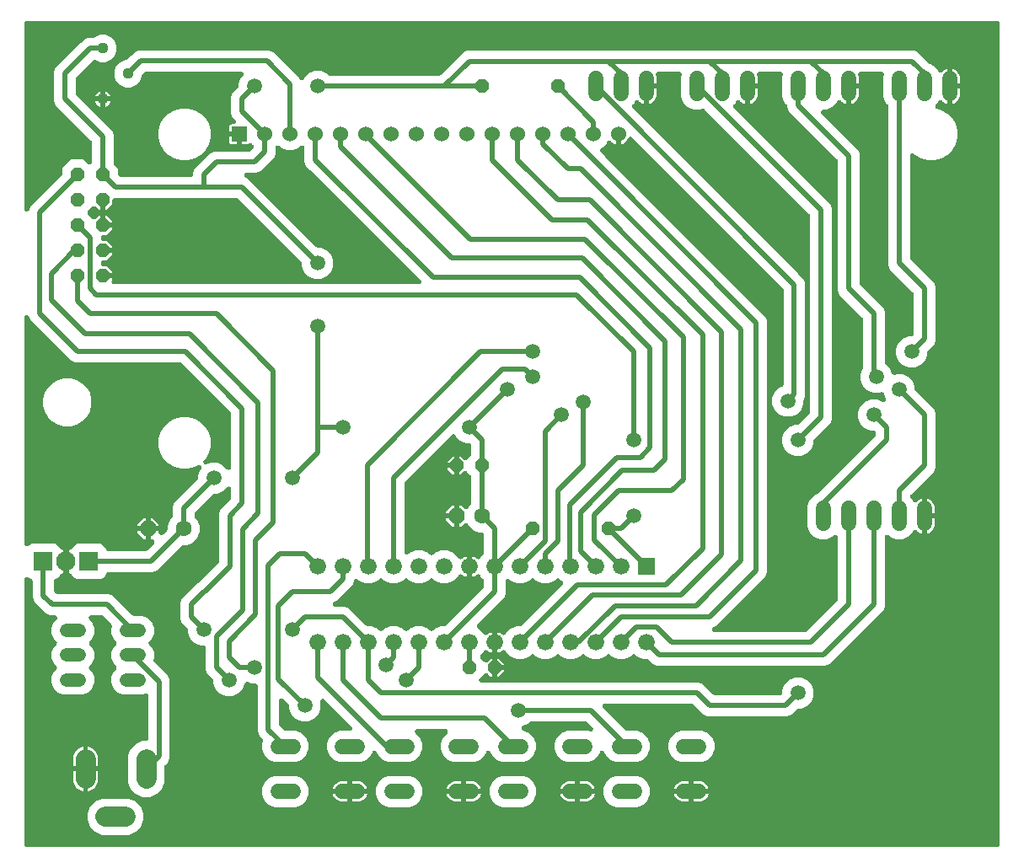
<source format=gbr>
G04 EAGLE Gerber RS-274X export*
G75*
%MOMM*%
%FSLAX34Y34*%
%LPD*%
%INBottom Copper*%
%IPPOS*%
%AMOC8*
5,1,8,0,0,1.08239X$1,22.5*%
G01*
%ADD10P,1.732040X8X202.500000*%
%ADD11C,1.600200*%
%ADD12P,1.429621X8X202.500000*%
%ADD13P,1.539592X8X292.500000*%
%ADD14C,2.000000*%
%ADD15C,1.524000*%
%ADD16R,1.524000X1.524000*%
%ADD17C,1.524000*%
%ADD18C,1.117600*%
%ADD19P,1.429621X8X22.500000*%
%ADD20C,1.320800*%
%ADD21R,1.930400X1.930400*%
%ADD22C,1.930400*%
%ADD23R,1.676400X1.676400*%
%ADD24C,1.676400*%
%ADD25C,0.508000*%
%ADD26C,1.500000*%

G36*
X987335Y10164D02*
X987335Y10164D01*
X987369Y10162D01*
X987558Y10184D01*
X987749Y10201D01*
X987782Y10210D01*
X987816Y10214D01*
X987999Y10269D01*
X988183Y10319D01*
X988214Y10334D01*
X988247Y10344D01*
X988418Y10431D01*
X988590Y10513D01*
X988618Y10533D01*
X988649Y10548D01*
X988801Y10664D01*
X988956Y10775D01*
X988980Y10800D01*
X989007Y10820D01*
X989136Y10960D01*
X989270Y11097D01*
X989289Y11126D01*
X989313Y11152D01*
X989415Y11313D01*
X989522Y11470D01*
X989536Y11502D01*
X989554Y11531D01*
X989627Y11708D01*
X989704Y11882D01*
X989712Y11916D01*
X989725Y11948D01*
X989765Y12135D01*
X989811Y12320D01*
X989813Y12354D01*
X989820Y12388D01*
X989839Y12700D01*
X989839Y838100D01*
X989836Y838135D01*
X989838Y838169D01*
X989816Y838358D01*
X989799Y838549D01*
X989790Y838582D01*
X989786Y838616D01*
X989731Y838799D01*
X989681Y838983D01*
X989666Y839014D01*
X989656Y839047D01*
X989569Y839218D01*
X989487Y839390D01*
X989467Y839418D01*
X989452Y839449D01*
X989336Y839601D01*
X989225Y839756D01*
X989200Y839780D01*
X989180Y839807D01*
X989040Y839936D01*
X988903Y840070D01*
X988874Y840089D01*
X988848Y840113D01*
X988687Y840215D01*
X988530Y840322D01*
X988498Y840336D01*
X988469Y840354D01*
X988292Y840427D01*
X988118Y840504D01*
X988084Y840512D01*
X988052Y840525D01*
X987865Y840565D01*
X987680Y840611D01*
X987646Y840613D01*
X987612Y840620D01*
X987300Y840639D01*
X12700Y840639D01*
X12665Y840636D01*
X12631Y840638D01*
X12442Y840616D01*
X12251Y840599D01*
X12218Y840590D01*
X12184Y840586D01*
X12001Y840531D01*
X11817Y840481D01*
X11786Y840466D01*
X11753Y840456D01*
X11582Y840369D01*
X11410Y840287D01*
X11382Y840267D01*
X11351Y840252D01*
X11199Y840136D01*
X11044Y840025D01*
X11020Y840000D01*
X10993Y839980D01*
X10864Y839840D01*
X10730Y839703D01*
X10711Y839674D01*
X10687Y839648D01*
X10585Y839487D01*
X10478Y839330D01*
X10464Y839298D01*
X10446Y839269D01*
X10373Y839092D01*
X10296Y838918D01*
X10288Y838884D01*
X10275Y838852D01*
X10235Y838665D01*
X10189Y838480D01*
X10187Y838446D01*
X10180Y838412D01*
X10161Y838100D01*
X10161Y651554D01*
X10176Y651376D01*
X10186Y651199D01*
X10196Y651153D01*
X10201Y651105D01*
X10247Y650934D01*
X10288Y650761D01*
X10307Y650717D01*
X10319Y650671D01*
X10395Y650510D01*
X10466Y650347D01*
X10492Y650307D01*
X10513Y650264D01*
X10616Y650120D01*
X10714Y649971D01*
X10747Y649937D01*
X10775Y649898D01*
X10902Y649774D01*
X11025Y649646D01*
X11063Y649617D01*
X11097Y649584D01*
X11245Y649484D01*
X11388Y649380D01*
X11431Y649359D01*
X11470Y649332D01*
X11633Y649260D01*
X11792Y649182D01*
X11838Y649169D01*
X11882Y649150D01*
X12055Y649107D01*
X12226Y649059D01*
X12273Y649054D01*
X12320Y649043D01*
X12497Y649032D01*
X12674Y649014D01*
X12721Y649018D01*
X12769Y649015D01*
X12946Y649036D01*
X13123Y649050D01*
X13169Y649062D01*
X13216Y649067D01*
X13387Y649119D01*
X13558Y649164D01*
X13601Y649184D01*
X13647Y649198D01*
X13806Y649278D01*
X13967Y649353D01*
X14006Y649380D01*
X14049Y649402D01*
X14190Y649509D01*
X14336Y649611D01*
X14369Y649645D01*
X14407Y649674D01*
X14528Y649804D01*
X14653Y649931D01*
X14680Y649970D01*
X14712Y650005D01*
X14808Y650155D01*
X14909Y650301D01*
X14935Y650354D01*
X14954Y650385D01*
X14978Y650443D01*
X15046Y650582D01*
X16355Y653743D01*
X47516Y684903D01*
X47621Y685030D01*
X47733Y685151D01*
X47765Y685202D01*
X47804Y685249D01*
X47886Y685391D01*
X47974Y685530D01*
X47998Y685587D01*
X48028Y685640D01*
X48083Y685795D01*
X48145Y685947D01*
X48158Y686006D01*
X48179Y686064D01*
X48205Y686226D01*
X48240Y686387D01*
X48245Y686464D01*
X48252Y686508D01*
X48251Y686569D01*
X48259Y686699D01*
X48259Y692113D01*
X57187Y701041D01*
X69813Y701041D01*
X73896Y696957D01*
X73996Y696874D01*
X74089Y696783D01*
X74169Y696729D01*
X74242Y696668D01*
X74355Y696604D01*
X74462Y696531D01*
X74550Y696492D01*
X74633Y696445D01*
X74755Y696401D01*
X74874Y696349D01*
X74967Y696326D01*
X75057Y696294D01*
X75185Y696273D01*
X75312Y696242D01*
X75407Y696236D01*
X75501Y696221D01*
X75631Y696222D01*
X75761Y696214D01*
X75856Y696225D01*
X75952Y696227D01*
X76079Y696251D01*
X76208Y696266D01*
X76300Y696294D01*
X76394Y696312D01*
X76515Y696359D01*
X76639Y696397D01*
X76724Y696440D01*
X76814Y696475D01*
X76925Y696542D01*
X77041Y696601D01*
X77117Y696659D01*
X77198Y696708D01*
X77296Y696795D01*
X77399Y696873D01*
X77464Y696943D01*
X77536Y697007D01*
X77616Y697109D01*
X77705Y697204D01*
X77756Y697285D01*
X77815Y697360D01*
X77876Y697474D01*
X77946Y697584D01*
X77983Y697672D01*
X78028Y697757D01*
X78068Y697880D01*
X78117Y698001D01*
X78137Y698094D01*
X78167Y698185D01*
X78185Y698314D01*
X78212Y698441D01*
X78220Y698570D01*
X78228Y698631D01*
X78227Y698676D01*
X78231Y698753D01*
X78231Y718429D01*
X78217Y718592D01*
X78210Y718757D01*
X78197Y718817D01*
X78191Y718878D01*
X78148Y719036D01*
X78112Y719197D01*
X78089Y719253D01*
X78073Y719312D01*
X78002Y719460D01*
X77939Y719612D01*
X77906Y719664D01*
X77879Y719719D01*
X77784Y719852D01*
X77694Y719990D01*
X77643Y720048D01*
X77617Y720085D01*
X77574Y720127D01*
X77488Y720225D01*
X41755Y755957D01*
X40131Y759878D01*
X40131Y789522D01*
X41755Y793443D01*
X45114Y796801D01*
X45114Y796802D01*
X66798Y818486D01*
X70157Y821845D01*
X74078Y823469D01*
X79119Y823469D01*
X79282Y823483D01*
X79447Y823490D01*
X79506Y823503D01*
X79567Y823509D01*
X79726Y823552D01*
X79886Y823588D01*
X79943Y823611D01*
X80001Y823627D01*
X80149Y823698D01*
X80302Y823761D01*
X80353Y823794D01*
X80408Y823821D01*
X80541Y823916D01*
X80680Y824006D01*
X80738Y824057D01*
X80774Y824083D01*
X80817Y824126D01*
X80914Y824212D01*
X81130Y824429D01*
X86172Y826517D01*
X91628Y826517D01*
X96670Y824429D01*
X100529Y820570D01*
X102617Y815528D01*
X102617Y810072D01*
X100529Y805030D01*
X96670Y801171D01*
X91628Y799083D01*
X86172Y799083D01*
X81658Y800953D01*
X81454Y801017D01*
X81254Y801082D01*
X81241Y801084D01*
X81228Y801088D01*
X81017Y801115D01*
X80808Y801143D01*
X80794Y801143D01*
X80781Y801144D01*
X80571Y801134D01*
X80358Y801125D01*
X80345Y801122D01*
X80332Y801121D01*
X80126Y801073D01*
X79918Y801027D01*
X79906Y801022D01*
X79893Y801019D01*
X79698Y800936D01*
X79503Y800854D01*
X79492Y800847D01*
X79480Y800841D01*
X79302Y800724D01*
X79125Y800609D01*
X79113Y800599D01*
X79104Y800593D01*
X79075Y800566D01*
X78890Y800403D01*
X62212Y783725D01*
X62107Y783598D01*
X61995Y783478D01*
X61963Y783426D01*
X61924Y783379D01*
X61842Y783237D01*
X61754Y783098D01*
X61730Y783041D01*
X61700Y782988D01*
X61645Y782833D01*
X61583Y782681D01*
X61570Y782622D01*
X61549Y782564D01*
X61523Y782402D01*
X61488Y782241D01*
X61483Y782164D01*
X61476Y782120D01*
X61477Y782059D01*
X61469Y781929D01*
X61469Y767471D01*
X61483Y767307D01*
X61490Y767143D01*
X61503Y767083D01*
X61509Y767022D01*
X61552Y766864D01*
X61588Y766703D01*
X61611Y766647D01*
X61627Y766588D01*
X61698Y766440D01*
X61761Y766288D01*
X61794Y766236D01*
X61821Y766181D01*
X61916Y766048D01*
X62006Y765910D01*
X62057Y765852D01*
X62083Y765815D01*
X62126Y765773D01*
X62212Y765675D01*
X97945Y729943D01*
X99569Y726022D01*
X99569Y697737D01*
X99583Y697573D01*
X99590Y697409D01*
X99603Y697349D01*
X99609Y697288D01*
X99652Y697129D01*
X99688Y696969D01*
X99711Y696913D01*
X99727Y696854D01*
X99798Y696706D01*
X99861Y696554D01*
X99894Y696502D01*
X99921Y696447D01*
X100016Y696314D01*
X100106Y696175D01*
X100157Y696118D01*
X100183Y696081D01*
X100226Y696039D01*
X100312Y695941D01*
X104141Y692113D01*
X104141Y686699D01*
X104155Y686535D01*
X104162Y686371D01*
X104175Y686311D01*
X104181Y686250D01*
X104224Y686091D01*
X104260Y685931D01*
X104283Y685875D01*
X104299Y685816D01*
X104370Y685668D01*
X104433Y685516D01*
X104466Y685464D01*
X104493Y685409D01*
X104588Y685276D01*
X104678Y685137D01*
X104729Y685080D01*
X104755Y685043D01*
X104798Y685001D01*
X104885Y684903D01*
X105276Y684512D01*
X105401Y684407D01*
X105523Y684295D01*
X105574Y684263D01*
X105621Y684224D01*
X105763Y684142D01*
X105902Y684054D01*
X105959Y684030D01*
X106012Y684000D01*
X106167Y683945D01*
X106319Y683883D01*
X106378Y683870D01*
X106436Y683849D01*
X106598Y683823D01*
X106759Y683788D01*
X106836Y683783D01*
X106880Y683776D01*
X106941Y683777D01*
X107071Y683769D01*
X177292Y683769D01*
X177327Y683772D01*
X177361Y683770D01*
X177550Y683792D01*
X177741Y683809D01*
X177774Y683818D01*
X177808Y683822D01*
X177991Y683877D01*
X178175Y683927D01*
X178206Y683942D01*
X178239Y683952D01*
X178410Y684039D01*
X178582Y684121D01*
X178610Y684141D01*
X178641Y684156D01*
X178793Y684272D01*
X178948Y684383D01*
X178972Y684408D01*
X178999Y684428D01*
X179128Y684568D01*
X179262Y684705D01*
X179281Y684734D01*
X179305Y684760D01*
X179407Y684921D01*
X179514Y685078D01*
X179528Y685110D01*
X179546Y685139D01*
X179619Y685316D01*
X179696Y685490D01*
X179704Y685524D01*
X179717Y685556D01*
X179757Y685743D01*
X179803Y685928D01*
X179805Y685962D01*
X179812Y685996D01*
X179831Y686308D01*
X179831Y687922D01*
X181455Y691843D01*
X197157Y707545D01*
X201078Y709169D01*
X235829Y709169D01*
X235993Y709183D01*
X236157Y709190D01*
X236217Y709203D01*
X236278Y709209D01*
X236436Y709252D01*
X236597Y709288D01*
X236653Y709311D01*
X236712Y709327D01*
X236860Y709398D01*
X237012Y709461D01*
X237064Y709494D01*
X237119Y709521D01*
X237252Y709616D01*
X237390Y709706D01*
X237448Y709757D01*
X237485Y709783D01*
X237527Y709826D01*
X237625Y709912D01*
X239925Y712212D01*
X239947Y712239D01*
X239973Y712262D01*
X240090Y712411D01*
X240213Y712558D01*
X240231Y712588D01*
X240252Y712615D01*
X240342Y712783D01*
X240437Y712949D01*
X240448Y712981D01*
X240465Y713012D01*
X240524Y713193D01*
X240588Y713373D01*
X240593Y713407D01*
X240604Y713440D01*
X240630Y713629D01*
X240661Y713817D01*
X240661Y713852D01*
X240665Y713886D01*
X240658Y714077D01*
X240655Y714267D01*
X240648Y714301D01*
X240647Y714336D01*
X240606Y714522D01*
X240569Y714710D01*
X240557Y714742D01*
X240549Y714776D01*
X240476Y714952D01*
X240407Y715130D01*
X240389Y715159D01*
X240376Y715191D01*
X240272Y715351D01*
X240173Y715514D01*
X240150Y715540D01*
X240131Y715569D01*
X239925Y715803D01*
X238876Y716852D01*
X238849Y716874D01*
X238826Y716900D01*
X238677Y717018D01*
X238531Y717141D01*
X238501Y717158D01*
X238473Y717180D01*
X238305Y717270D01*
X238140Y717364D01*
X238107Y717376D01*
X238076Y717392D01*
X237895Y717451D01*
X237715Y717515D01*
X237681Y717521D01*
X237648Y717531D01*
X237459Y717557D01*
X237271Y717588D01*
X237236Y717588D01*
X237202Y717593D01*
X237012Y717585D01*
X236821Y717582D01*
X236787Y717576D01*
X236752Y717574D01*
X236566Y717533D01*
X236379Y717497D01*
X236347Y717484D01*
X236313Y717477D01*
X236137Y717403D01*
X235959Y717334D01*
X235929Y717316D01*
X235897Y717303D01*
X235737Y717200D01*
X235574Y717101D01*
X235548Y717078D01*
X235519Y717059D01*
X235285Y716852D01*
X235280Y716847D01*
X234701Y716512D01*
X234055Y716339D01*
X228639Y716339D01*
X228639Y726500D01*
X228636Y726534D01*
X228638Y726569D01*
X228616Y726758D01*
X228599Y726948D01*
X228590Y726982D01*
X228586Y727016D01*
X228531Y727199D01*
X228481Y727383D01*
X228466Y727414D01*
X228456Y727447D01*
X228369Y727618D01*
X228288Y727789D01*
X228267Y727817D01*
X228252Y727848D01*
X228136Y728000D01*
X228025Y728155D01*
X228025Y728156D01*
X228001Y728180D01*
X227980Y728207D01*
X227979Y728207D01*
X227839Y728337D01*
X227702Y728470D01*
X227674Y728489D01*
X227648Y728513D01*
X227487Y728615D01*
X227329Y728722D01*
X227298Y728736D01*
X227268Y728754D01*
X227092Y728827D01*
X226917Y728904D01*
X226884Y728912D01*
X226852Y728925D01*
X226665Y728966D01*
X226480Y729011D01*
X226446Y729013D01*
X226412Y729020D01*
X226100Y729039D01*
X215939Y729039D01*
X215939Y734455D01*
X216112Y735101D01*
X216447Y735680D01*
X216920Y736153D01*
X217499Y736488D01*
X218145Y736661D01*
X220021Y736661D01*
X220151Y736672D01*
X220281Y736674D01*
X220374Y736692D01*
X220470Y736701D01*
X220595Y736735D01*
X220723Y736760D01*
X220812Y736794D01*
X220904Y736819D01*
X221021Y736875D01*
X221143Y736922D01*
X221225Y736972D01*
X221311Y737013D01*
X221416Y737088D01*
X221527Y737156D01*
X221599Y737219D01*
X221677Y737275D01*
X221767Y737368D01*
X221865Y737454D01*
X221924Y737529D01*
X221991Y737597D01*
X222064Y737705D01*
X222144Y737807D01*
X222189Y737891D01*
X222243Y737970D01*
X222295Y738089D01*
X222357Y738204D01*
X222386Y738295D01*
X222425Y738382D01*
X222456Y738509D01*
X222496Y738632D01*
X222509Y738727D01*
X222532Y738820D01*
X222540Y738949D01*
X222557Y739078D01*
X222554Y739174D01*
X222559Y739269D01*
X222544Y739398D01*
X222539Y739528D01*
X222518Y739621D01*
X222507Y739716D01*
X222470Y739841D01*
X222442Y739968D01*
X222405Y740056D01*
X222377Y740147D01*
X222318Y740263D01*
X222268Y740383D01*
X222216Y740463D01*
X222173Y740549D01*
X222094Y740652D01*
X222024Y740761D01*
X221938Y740859D01*
X221901Y740907D01*
X221868Y740938D01*
X221817Y740996D01*
X219555Y743257D01*
X217931Y747178D01*
X217931Y764122D01*
X219555Y768043D01*
X224928Y773415D01*
X225033Y773542D01*
X225145Y773663D01*
X225177Y773714D01*
X225216Y773761D01*
X225298Y773903D01*
X225386Y774042D01*
X225410Y774099D01*
X225440Y774152D01*
X225495Y774307D01*
X225557Y774459D01*
X225570Y774518D01*
X225591Y774576D01*
X225617Y774738D01*
X225652Y774899D01*
X225657Y774976D01*
X225664Y775020D01*
X225663Y775081D01*
X225671Y775211D01*
X225671Y777809D01*
X228051Y783553D01*
X229594Y785096D01*
X229677Y785196D01*
X229768Y785289D01*
X229822Y785369D01*
X229883Y785442D01*
X229948Y785555D01*
X230020Y785662D01*
X230059Y785750D01*
X230106Y785833D01*
X230150Y785955D01*
X230203Y786074D01*
X230225Y786167D01*
X230257Y786257D01*
X230278Y786385D01*
X230309Y786512D01*
X230315Y786607D01*
X230331Y786701D01*
X230329Y786831D01*
X230337Y786961D01*
X230326Y787056D01*
X230325Y787152D01*
X230300Y787279D01*
X230285Y787408D01*
X230257Y787500D01*
X230239Y787594D01*
X230192Y787715D01*
X230155Y787839D01*
X230111Y787925D01*
X230077Y788014D01*
X230009Y788125D01*
X229950Y788241D01*
X229893Y788317D01*
X229843Y788398D01*
X229757Y788496D01*
X229678Y788599D01*
X229608Y788664D01*
X229545Y788736D01*
X229443Y788816D01*
X229347Y788905D01*
X229266Y788956D01*
X229192Y789015D01*
X229077Y789077D01*
X228967Y789146D01*
X228879Y789183D01*
X228795Y789228D01*
X228671Y789268D01*
X228551Y789317D01*
X228457Y789337D01*
X228366Y789367D01*
X228238Y789385D01*
X228111Y789412D01*
X227981Y789420D01*
X227920Y789428D01*
X227876Y789427D01*
X227799Y789431D01*
X132471Y789431D01*
X132307Y789417D01*
X132143Y789410D01*
X132083Y789397D01*
X132022Y789391D01*
X131864Y789348D01*
X131703Y789312D01*
X131647Y789289D01*
X131588Y789273D01*
X131440Y789202D01*
X131288Y789139D01*
X131236Y789106D01*
X131181Y789079D01*
X131048Y788984D01*
X130910Y788895D01*
X130852Y788843D01*
X130815Y788817D01*
X130773Y788774D01*
X130675Y788688D01*
X128760Y786773D01*
X128655Y786647D01*
X128543Y786526D01*
X128511Y786474D01*
X128472Y786427D01*
X128390Y786285D01*
X128302Y786146D01*
X128278Y786089D01*
X128248Y786036D01*
X128193Y785881D01*
X128131Y785729D01*
X128118Y785670D01*
X128097Y785612D01*
X128071Y785450D01*
X128036Y785289D01*
X128031Y785212D01*
X128024Y785168D01*
X128025Y785107D01*
X128017Y784977D01*
X128017Y784672D01*
X125929Y779630D01*
X122070Y775771D01*
X117028Y773683D01*
X111572Y773683D01*
X106530Y775771D01*
X102671Y779630D01*
X100583Y784672D01*
X100583Y790128D01*
X102671Y795170D01*
X106530Y799029D01*
X111572Y801117D01*
X111877Y801117D01*
X112041Y801131D01*
X112205Y801138D01*
X112265Y801151D01*
X112326Y801157D01*
X112484Y801200D01*
X112645Y801236D01*
X112701Y801259D01*
X112760Y801275D01*
X112908Y801346D01*
X113060Y801409D01*
X113112Y801442D01*
X113167Y801469D01*
X113300Y801564D01*
X113438Y801654D01*
X113496Y801705D01*
X113533Y801731D01*
X113575Y801774D01*
X113673Y801860D01*
X117598Y805786D01*
X120957Y809145D01*
X124878Y810769D01*
X256122Y810769D01*
X260043Y809145D01*
X285945Y783243D01*
X286337Y782295D01*
X286398Y782179D01*
X286449Y782060D01*
X286502Y781980D01*
X286546Y781896D01*
X286626Y781793D01*
X286697Y781684D01*
X286763Y781615D01*
X286822Y781540D01*
X286918Y781452D01*
X287008Y781358D01*
X287085Y781302D01*
X287156Y781238D01*
X287266Y781169D01*
X287371Y781092D01*
X287457Y781050D01*
X287538Y781000D01*
X287659Y780952D01*
X287776Y780895D01*
X287868Y780869D01*
X287957Y780833D01*
X288084Y780807D01*
X288209Y780772D01*
X288304Y780762D01*
X288398Y780743D01*
X288528Y780740D01*
X288657Y780727D01*
X288752Y780735D01*
X288848Y780732D01*
X288976Y780752D01*
X289106Y780763D01*
X289199Y780787D01*
X289293Y780801D01*
X289416Y780844D01*
X289542Y780877D01*
X289628Y780917D01*
X289719Y780948D01*
X289832Y781011D01*
X289950Y781066D01*
X290028Y781120D01*
X290112Y781167D01*
X290212Y781249D01*
X290319Y781324D01*
X290386Y781392D01*
X290460Y781452D01*
X290545Y781551D01*
X290636Y781643D01*
X290691Y781722D01*
X290753Y781795D01*
X290818Y781907D01*
X290892Y782014D01*
X290949Y782131D01*
X290980Y782183D01*
X290996Y782225D01*
X291029Y782295D01*
X291551Y783553D01*
X295947Y787949D01*
X301691Y790329D01*
X307909Y790329D01*
X313653Y787949D01*
X315490Y786112D01*
X315616Y786007D01*
X315737Y785895D01*
X315788Y785863D01*
X315835Y785824D01*
X315978Y785742D01*
X316117Y785654D01*
X316173Y785630D01*
X316226Y785600D01*
X316381Y785545D01*
X316533Y785483D01*
X316593Y785470D01*
X316650Y785449D01*
X316813Y785423D01*
X316973Y785388D01*
X317051Y785383D01*
X317095Y785376D01*
X317155Y785377D01*
X317285Y785369D01*
X426329Y785369D01*
X426493Y785383D01*
X426657Y785390D01*
X426717Y785403D01*
X426778Y785409D01*
X426936Y785452D01*
X427097Y785488D01*
X427153Y785511D01*
X427212Y785527D01*
X427360Y785598D01*
X427512Y785661D01*
X427564Y785694D01*
X427619Y785721D01*
X427752Y785816D01*
X427890Y785906D01*
X427948Y785957D01*
X427985Y785983D01*
X428027Y786026D01*
X428125Y786112D01*
X451057Y809045D01*
X454978Y810669D01*
X903922Y810669D01*
X907843Y809045D01*
X919372Y797516D01*
X919462Y797441D01*
X919544Y797359D01*
X919634Y797297D01*
X919717Y797227D01*
X919819Y797169D01*
X919915Y797103D01*
X920053Y797035D01*
X920108Y797004D01*
X920142Y796992D01*
X920196Y796966D01*
X923321Y795671D01*
X927751Y791241D01*
X928230Y790085D01*
X928268Y790012D01*
X928298Y789935D01*
X928372Y789813D01*
X928439Y789686D01*
X928489Y789621D01*
X928532Y789550D01*
X928627Y789443D01*
X928714Y789330D01*
X928775Y789274D01*
X928830Y789213D01*
X928942Y789124D01*
X929049Y789028D01*
X929118Y788984D01*
X929183Y788933D01*
X929309Y788866D01*
X929431Y788790D01*
X929507Y788760D01*
X929580Y788721D01*
X929716Y788676D01*
X929849Y788624D01*
X929930Y788607D01*
X930008Y788582D01*
X930150Y788562D01*
X930290Y788533D01*
X930373Y788531D01*
X930454Y788520D01*
X930597Y788526D01*
X930740Y788523D01*
X930822Y788535D01*
X930904Y788539D01*
X931044Y788570D01*
X931185Y788591D01*
X931263Y788618D01*
X931344Y788636D01*
X931476Y788691D01*
X931611Y788738D01*
X931683Y788778D01*
X931759Y788810D01*
X931880Y788888D01*
X932004Y788957D01*
X932068Y789009D01*
X932137Y789054D01*
X932322Y789217D01*
X932353Y789242D01*
X932360Y789251D01*
X932372Y789261D01*
X933181Y790070D01*
X934475Y791010D01*
X935900Y791736D01*
X937261Y792179D01*
X937261Y774700D01*
X937261Y757221D01*
X935900Y757664D01*
X934475Y758390D01*
X933181Y759330D01*
X932372Y760139D01*
X932308Y760192D01*
X932251Y760252D01*
X932136Y760336D01*
X932026Y760428D01*
X931955Y760469D01*
X931888Y760517D01*
X931759Y760580D01*
X931635Y760651D01*
X931558Y760679D01*
X931484Y760715D01*
X931346Y760754D01*
X931211Y760802D01*
X931129Y760816D01*
X931050Y760838D01*
X930908Y760852D01*
X930767Y760876D01*
X930684Y760874D01*
X930602Y760883D01*
X930460Y760871D01*
X930316Y760869D01*
X930235Y760854D01*
X930153Y760847D01*
X930015Y760811D01*
X929874Y760784D01*
X929797Y760754D01*
X929718Y760733D01*
X929588Y760673D01*
X929454Y760622D01*
X929384Y760579D01*
X929309Y760544D01*
X929192Y760462D01*
X929070Y760388D01*
X929008Y760333D01*
X928940Y760286D01*
X928839Y760184D01*
X928732Y760090D01*
X928681Y760025D01*
X928623Y759966D01*
X928541Y759848D01*
X928453Y759736D01*
X928414Y759664D01*
X928367Y759596D01*
X928259Y759374D01*
X928240Y759340D01*
X928237Y759329D01*
X928230Y759315D01*
X927751Y758159D01*
X925847Y756255D01*
X925832Y756237D01*
X925815Y756222D01*
X925688Y756065D01*
X925558Y755910D01*
X925547Y755889D01*
X925532Y755871D01*
X925435Y755695D01*
X925335Y755519D01*
X925327Y755497D01*
X925316Y755477D01*
X925252Y755286D01*
X925184Y755094D01*
X925180Y755071D01*
X925173Y755050D01*
X925143Y754850D01*
X925110Y754650D01*
X925111Y754627D01*
X925107Y754604D01*
X925114Y754402D01*
X925116Y754200D01*
X925121Y754177D01*
X925122Y754154D01*
X925164Y753955D01*
X925202Y753758D01*
X925210Y753736D01*
X925215Y753714D01*
X925292Y753526D01*
X925364Y753338D01*
X925376Y753318D01*
X925385Y753297D01*
X925493Y753126D01*
X925598Y752953D01*
X925614Y752936D01*
X925626Y752916D01*
X925762Y752768D01*
X925896Y752616D01*
X925915Y752601D01*
X925930Y752584D01*
X926091Y752462D01*
X926250Y752336D01*
X926270Y752325D01*
X926288Y752311D01*
X926469Y752219D01*
X926646Y752124D01*
X926668Y752116D01*
X926689Y752106D01*
X926985Y752007D01*
X931198Y750878D01*
X937163Y747434D01*
X942034Y742563D01*
X945478Y736598D01*
X947261Y729944D01*
X947261Y723056D01*
X945478Y716402D01*
X942034Y710437D01*
X937163Y705566D01*
X931198Y702122D01*
X924544Y700339D01*
X917656Y700339D01*
X911002Y702122D01*
X905037Y705566D01*
X904004Y706600D01*
X903904Y706683D01*
X903811Y706774D01*
X903731Y706827D01*
X903658Y706889D01*
X903545Y706953D01*
X903438Y707026D01*
X903350Y707065D01*
X903267Y707112D01*
X903145Y707155D01*
X903026Y707208D01*
X902933Y707231D01*
X902843Y707263D01*
X902715Y707284D01*
X902588Y707315D01*
X902493Y707321D01*
X902399Y707336D01*
X902269Y707334D01*
X902139Y707342D01*
X902044Y707331D01*
X901948Y707330D01*
X901821Y707305D01*
X901692Y707290D01*
X901600Y707263D01*
X901506Y707245D01*
X901385Y707198D01*
X901261Y707160D01*
X901175Y707117D01*
X901086Y707082D01*
X900975Y707015D01*
X900859Y706956D01*
X900783Y706898D01*
X900702Y706848D01*
X900604Y706762D01*
X900501Y706684D01*
X900436Y706613D01*
X900364Y706550D01*
X900284Y706448D01*
X900195Y706353D01*
X900144Y706272D01*
X900085Y706197D01*
X900023Y706082D01*
X899954Y705973D01*
X899917Y705884D01*
X899872Y705800D01*
X899832Y705676D01*
X899783Y705556D01*
X899763Y705463D01*
X899733Y705372D01*
X899715Y705243D01*
X899688Y705116D01*
X899680Y704986D01*
X899672Y704926D01*
X899673Y704881D01*
X899669Y704804D01*
X899669Y602371D01*
X899683Y602207D01*
X899690Y602043D01*
X899703Y601983D01*
X899709Y601922D01*
X899752Y601764D01*
X899788Y601603D01*
X899811Y601547D01*
X899827Y601488D01*
X899898Y601340D01*
X899961Y601188D01*
X899994Y601136D01*
X900021Y601081D01*
X900116Y600948D01*
X900206Y600810D01*
X900257Y600752D01*
X900283Y600715D01*
X900326Y600673D01*
X900412Y600575D01*
X923445Y577543D01*
X925069Y573622D01*
X925069Y518578D01*
X923445Y514657D01*
X918072Y509285D01*
X917967Y509158D01*
X917855Y509037D01*
X917823Y508986D01*
X917784Y508939D01*
X917702Y508797D01*
X917614Y508658D01*
X917590Y508601D01*
X917560Y508548D01*
X917505Y508393D01*
X917443Y508241D01*
X917430Y508182D01*
X917409Y508124D01*
X917383Y507962D01*
X917348Y507801D01*
X917343Y507724D01*
X917336Y507680D01*
X917337Y507619D01*
X917329Y507489D01*
X917329Y504891D01*
X914949Y499147D01*
X910553Y494751D01*
X904809Y492371D01*
X898591Y492371D01*
X892847Y494751D01*
X888451Y499147D01*
X886071Y504891D01*
X886071Y511109D01*
X888451Y516853D01*
X892847Y521249D01*
X898591Y523629D01*
X901189Y523629D01*
X901244Y523634D01*
X901261Y523633D01*
X901352Y523643D01*
X901353Y523643D01*
X901517Y523650D01*
X901577Y523663D01*
X901638Y523669D01*
X901688Y523682D01*
X901708Y523685D01*
X901804Y523714D01*
X901957Y523748D01*
X902013Y523771D01*
X902072Y523787D01*
X902115Y523808D01*
X902139Y523815D01*
X902236Y523864D01*
X902372Y523921D01*
X902424Y523954D01*
X902479Y523981D01*
X902514Y524006D01*
X902541Y524019D01*
X902635Y524091D01*
X902750Y524166D01*
X902808Y524217D01*
X902845Y524243D01*
X902872Y524270D01*
X902899Y524291D01*
X902928Y524322D01*
X902985Y524372D01*
X902988Y524375D01*
X903072Y524476D01*
X903159Y524565D01*
X903177Y524593D01*
X903205Y524623D01*
X903237Y524674D01*
X903276Y524721D01*
X903346Y524843D01*
X903411Y524938D01*
X903422Y524965D01*
X903446Y525002D01*
X903470Y525059D01*
X903500Y525112D01*
X903550Y525253D01*
X903593Y525350D01*
X903599Y525373D01*
X903617Y525419D01*
X903630Y525478D01*
X903651Y525536D01*
X903677Y525693D01*
X903700Y525788D01*
X903701Y525807D01*
X903712Y525859D01*
X903717Y525936D01*
X903724Y525980D01*
X903723Y526041D01*
X903731Y526171D01*
X903731Y566029D01*
X903717Y566193D01*
X903710Y566357D01*
X903697Y566417D01*
X903691Y566478D01*
X903648Y566636D01*
X903612Y566797D01*
X903589Y566853D01*
X903573Y566912D01*
X903502Y567060D01*
X903439Y567212D01*
X903406Y567264D01*
X903379Y567319D01*
X903284Y567452D01*
X903194Y567590D01*
X903143Y567648D01*
X903117Y567685D01*
X903074Y567727D01*
X902988Y567825D01*
X879955Y590857D01*
X878331Y594778D01*
X878331Y754425D01*
X878317Y754589D01*
X878310Y754753D01*
X878297Y754813D01*
X878291Y754873D01*
X878248Y755032D01*
X878212Y755193D01*
X878189Y755249D01*
X878173Y755308D01*
X878102Y755456D01*
X878039Y755608D01*
X878006Y755659D01*
X877979Y755714D01*
X877884Y755848D01*
X877794Y755986D01*
X877743Y756044D01*
X877717Y756080D01*
X877674Y756123D01*
X877588Y756220D01*
X875649Y758159D01*
X873251Y763947D01*
X873251Y785453D01*
X873404Y785820D01*
X873428Y785899D01*
X873462Y785974D01*
X873496Y786113D01*
X873538Y786250D01*
X873549Y786332D01*
X873568Y786412D01*
X873577Y786554D01*
X873595Y786697D01*
X873591Y786779D01*
X873596Y786861D01*
X873579Y787003D01*
X873572Y787146D01*
X873553Y787226D01*
X873544Y787308D01*
X873502Y787445D01*
X873470Y787585D01*
X873437Y787660D01*
X873414Y787739D01*
X873349Y787867D01*
X873292Y787998D01*
X873247Y788067D01*
X873209Y788141D01*
X873123Y788255D01*
X873044Y788374D01*
X872987Y788434D01*
X872937Y788499D01*
X872832Y788596D01*
X872733Y788700D01*
X872667Y788749D01*
X872606Y788805D01*
X872485Y788881D01*
X872370Y788966D01*
X872296Y789002D01*
X872226Y789046D01*
X872094Y789101D01*
X871965Y789164D01*
X871886Y789186D01*
X871810Y789217D01*
X871670Y789247D01*
X871532Y789287D01*
X871450Y789295D01*
X871370Y789312D01*
X871124Y789327D01*
X871084Y789331D01*
X871073Y789330D01*
X871058Y789331D01*
X850100Y789331D01*
X849893Y789313D01*
X849686Y789297D01*
X849670Y789293D01*
X849652Y789291D01*
X849451Y789237D01*
X849250Y789185D01*
X849234Y789177D01*
X849218Y789173D01*
X849031Y789084D01*
X848841Y788997D01*
X848827Y788987D01*
X848811Y788979D01*
X848642Y788859D01*
X848471Y788740D01*
X848459Y788728D01*
X848445Y788717D01*
X848299Y788568D01*
X848153Y788422D01*
X848143Y788407D01*
X848131Y788395D01*
X848015Y788222D01*
X847896Y788052D01*
X847889Y788036D01*
X847879Y788022D01*
X847795Y787831D01*
X847708Y787643D01*
X847704Y787626D01*
X847697Y787610D01*
X847647Y787408D01*
X847595Y787207D01*
X847594Y787189D01*
X847590Y787172D01*
X847577Y786966D01*
X847561Y786758D01*
X847563Y786740D01*
X847562Y786723D01*
X847586Y786517D01*
X847607Y786310D01*
X847613Y786290D01*
X847614Y786276D01*
X847628Y786231D01*
X847686Y786007D01*
X848111Y784699D01*
X848361Y783120D01*
X848361Y777239D01*
X838200Y777239D01*
X838166Y777236D01*
X838131Y777238D01*
X837942Y777216D01*
X837752Y777199D01*
X837718Y777190D01*
X837684Y777186D01*
X837501Y777131D01*
X837317Y777081D01*
X837286Y777066D01*
X837253Y777056D01*
X837082Y776969D01*
X836911Y776888D01*
X836883Y776867D01*
X836852Y776852D01*
X836700Y776736D01*
X836545Y776625D01*
X836544Y776625D01*
X836520Y776600D01*
X836493Y776580D01*
X836493Y776579D01*
X836492Y776579D01*
X836363Y776439D01*
X836230Y776302D01*
X836211Y776274D01*
X836187Y776248D01*
X836085Y776087D01*
X835978Y775929D01*
X835964Y775898D01*
X835945Y775868D01*
X835873Y775692D01*
X835796Y775517D01*
X835788Y775484D01*
X835775Y775452D01*
X835734Y775265D01*
X835689Y775080D01*
X835687Y775046D01*
X835680Y775012D01*
X835661Y774700D01*
X835661Y757221D01*
X834300Y757664D01*
X832875Y758390D01*
X831581Y759330D01*
X830772Y760139D01*
X830708Y760192D01*
X830651Y760252D01*
X830536Y760336D01*
X830426Y760428D01*
X830355Y760469D01*
X830288Y760518D01*
X830160Y760580D01*
X830035Y760651D01*
X829957Y760679D01*
X829884Y760715D01*
X829746Y760754D01*
X829611Y760802D01*
X829530Y760816D01*
X829450Y760838D01*
X829308Y760852D01*
X829167Y760876D01*
X829084Y760874D01*
X829002Y760883D01*
X828860Y760871D01*
X828717Y760870D01*
X828636Y760854D01*
X828553Y760847D01*
X828415Y760811D01*
X828274Y760784D01*
X828198Y760754D01*
X828118Y760733D01*
X827988Y760673D01*
X827854Y760622D01*
X827784Y760579D01*
X827709Y760544D01*
X827592Y760462D01*
X827470Y760388D01*
X827408Y760333D01*
X827340Y760286D01*
X827239Y760184D01*
X827132Y760090D01*
X827081Y760025D01*
X827023Y759966D01*
X826942Y759849D01*
X826853Y759737D01*
X826814Y759664D01*
X826767Y759596D01*
X826659Y759374D01*
X826640Y759340D01*
X826637Y759329D01*
X826630Y759315D01*
X826151Y758159D01*
X821721Y753729D01*
X815933Y751331D01*
X812937Y751331D01*
X812808Y751320D01*
X812677Y751318D01*
X812584Y751300D01*
X812488Y751291D01*
X812363Y751257D01*
X812235Y751232D01*
X812146Y751198D01*
X812054Y751173D01*
X811937Y751117D01*
X811815Y751070D01*
X811733Y751020D01*
X811647Y750979D01*
X811542Y750904D01*
X811431Y750836D01*
X811359Y750773D01*
X811281Y750717D01*
X811190Y750624D01*
X811093Y750538D01*
X811034Y750463D01*
X810967Y750395D01*
X810894Y750287D01*
X810814Y750185D01*
X810769Y750101D01*
X810715Y750022D01*
X810663Y749903D01*
X810601Y749788D01*
X810572Y749697D01*
X810533Y749610D01*
X810502Y749483D01*
X810462Y749360D01*
X810449Y749265D01*
X810426Y749172D01*
X810418Y749043D01*
X810401Y748914D01*
X810404Y748818D01*
X810399Y748723D01*
X810414Y748594D01*
X810419Y748464D01*
X810440Y748371D01*
X810451Y748276D01*
X810488Y748151D01*
X810516Y748024D01*
X810553Y747936D01*
X810581Y747845D01*
X810640Y747729D01*
X810690Y747609D01*
X810742Y747528D01*
X810785Y747443D01*
X810864Y747340D01*
X810934Y747231D01*
X811021Y747133D01*
X811057Y747085D01*
X811090Y747054D01*
X811141Y746996D01*
X843886Y714252D01*
X847245Y710893D01*
X848869Y706972D01*
X848869Y576971D01*
X848883Y576807D01*
X848890Y576643D01*
X848903Y576583D01*
X848909Y576522D01*
X848952Y576364D01*
X848988Y576203D01*
X849011Y576147D01*
X849027Y576088D01*
X849098Y575940D01*
X849161Y575788D01*
X849194Y575736D01*
X849221Y575681D01*
X849316Y575548D01*
X849406Y575410D01*
X849457Y575352D01*
X849483Y575315D01*
X849526Y575273D01*
X849612Y575175D01*
X869286Y555502D01*
X872645Y552143D01*
X874269Y548222D01*
X874269Y497625D01*
X874283Y497462D01*
X874290Y497297D01*
X874303Y497238D01*
X874309Y497177D01*
X874352Y497018D01*
X874388Y496858D01*
X874411Y496801D01*
X874427Y496743D01*
X874498Y496594D01*
X874561Y496442D01*
X874594Y496391D01*
X874621Y496336D01*
X874716Y496202D01*
X874806Y496064D01*
X874857Y496006D01*
X874883Y495970D01*
X874926Y495927D01*
X875012Y495830D01*
X879389Y491453D01*
X881464Y486444D01*
X881480Y486413D01*
X881492Y486380D01*
X881585Y486213D01*
X881673Y486044D01*
X881694Y486017D01*
X881711Y485987D01*
X881832Y485839D01*
X881949Y485688D01*
X881974Y485665D01*
X881996Y485638D01*
X882141Y485514D01*
X882283Y485387D01*
X882312Y485369D01*
X882339Y485346D01*
X882504Y485249D01*
X882665Y485149D01*
X882697Y485136D01*
X882727Y485119D01*
X882906Y485053D01*
X883083Y484982D01*
X883117Y484975D01*
X883150Y484963D01*
X883338Y484930D01*
X883525Y484892D01*
X883559Y484891D01*
X883593Y484885D01*
X883784Y484886D01*
X883975Y484881D01*
X884009Y484887D01*
X884044Y484887D01*
X884230Y484921D01*
X884420Y484950D01*
X884453Y484962D01*
X884487Y484968D01*
X884782Y485069D01*
X885891Y485529D01*
X892109Y485529D01*
X897853Y483149D01*
X902249Y478753D01*
X904629Y473009D01*
X904629Y470411D01*
X904643Y470247D01*
X904650Y470083D01*
X904663Y470023D01*
X904669Y469962D01*
X904712Y469804D01*
X904748Y469643D01*
X904771Y469587D01*
X904787Y469528D01*
X904858Y469380D01*
X904921Y469228D01*
X904954Y469176D01*
X904981Y469121D01*
X905076Y468988D01*
X905166Y468850D01*
X905217Y468792D01*
X905243Y468755D01*
X905286Y468713D01*
X905372Y468615D01*
X923445Y450543D01*
X925069Y446622D01*
X925069Y391578D01*
X923445Y387657D01*
X900585Y364798D01*
X900563Y364771D01*
X900537Y364748D01*
X900420Y364599D01*
X900297Y364452D01*
X900279Y364422D01*
X900258Y364395D01*
X900168Y364227D01*
X900073Y364061D01*
X900062Y364029D01*
X900045Y363998D01*
X899986Y363817D01*
X899922Y363637D01*
X899917Y363603D01*
X899906Y363570D01*
X899880Y363382D01*
X899849Y363193D01*
X899849Y363158D01*
X899845Y363124D01*
X899852Y362933D01*
X899855Y362743D01*
X899862Y362709D01*
X899863Y362674D01*
X899904Y362488D01*
X899941Y362301D01*
X899953Y362268D01*
X899961Y362234D01*
X900034Y362058D01*
X900103Y361881D01*
X900121Y361851D01*
X900134Y361819D01*
X900238Y361659D01*
X900337Y361496D01*
X900360Y361470D01*
X900379Y361441D01*
X900585Y361207D01*
X902351Y359441D01*
X902830Y358285D01*
X902868Y358212D01*
X902898Y358135D01*
X902972Y358013D01*
X903039Y357886D01*
X903089Y357821D01*
X903132Y357750D01*
X903227Y357643D01*
X903314Y357530D01*
X903375Y357474D01*
X903430Y357413D01*
X903542Y357324D01*
X903649Y357228D01*
X903718Y357184D01*
X903783Y357133D01*
X903909Y357066D01*
X904031Y356990D01*
X904107Y356960D01*
X904180Y356921D01*
X904316Y356876D01*
X904449Y356824D01*
X904530Y356807D01*
X904608Y356782D01*
X904750Y356762D01*
X904890Y356733D01*
X904973Y356731D01*
X905054Y356720D01*
X905197Y356726D01*
X905340Y356723D01*
X905422Y356735D01*
X905504Y356739D01*
X905644Y356770D01*
X905785Y356791D01*
X905863Y356818D01*
X905944Y356836D01*
X906076Y356891D01*
X906211Y356938D01*
X906283Y356978D01*
X906359Y357010D01*
X906480Y357088D01*
X906604Y357157D01*
X906668Y357209D01*
X906737Y357254D01*
X906922Y357417D01*
X906953Y357442D01*
X906960Y357451D01*
X906972Y357461D01*
X907781Y358270D01*
X909075Y359210D01*
X910500Y359936D01*
X911861Y360379D01*
X911861Y342900D01*
X911861Y325421D01*
X910500Y325864D01*
X909075Y326590D01*
X907781Y327530D01*
X906972Y328339D01*
X906908Y328392D01*
X906851Y328452D01*
X906736Y328536D01*
X906626Y328628D01*
X906555Y328669D01*
X906488Y328717D01*
X906359Y328780D01*
X906235Y328851D01*
X906158Y328879D01*
X906084Y328915D01*
X905946Y328954D01*
X905811Y329002D01*
X905729Y329016D01*
X905650Y329038D01*
X905508Y329052D01*
X905367Y329076D01*
X905284Y329074D01*
X905202Y329083D01*
X905060Y329071D01*
X904916Y329069D01*
X904835Y329054D01*
X904753Y329047D01*
X904615Y329011D01*
X904474Y328984D01*
X904397Y328954D01*
X904318Y328933D01*
X904188Y328873D01*
X904054Y328822D01*
X903984Y328779D01*
X903909Y328744D01*
X903792Y328662D01*
X903670Y328588D01*
X903608Y328533D01*
X903540Y328486D01*
X903439Y328384D01*
X903332Y328290D01*
X903281Y328225D01*
X903223Y328166D01*
X903141Y328048D01*
X903053Y327936D01*
X903014Y327864D01*
X902967Y327796D01*
X902859Y327574D01*
X902840Y327540D01*
X902837Y327529D01*
X902830Y327515D01*
X902351Y326359D01*
X897921Y321929D01*
X892133Y319531D01*
X885867Y319531D01*
X880079Y321929D01*
X878604Y323404D01*
X878504Y323488D01*
X878411Y323579D01*
X878331Y323632D01*
X878258Y323693D01*
X878145Y323758D01*
X878038Y323831D01*
X877950Y323869D01*
X877867Y323917D01*
X877745Y323960D01*
X877626Y324013D01*
X877533Y324035D01*
X877443Y324068D01*
X877315Y324089D01*
X877188Y324120D01*
X877093Y324125D01*
X876999Y324141D01*
X876869Y324139D01*
X876739Y324147D01*
X876644Y324136D01*
X876548Y324135D01*
X876421Y324110D01*
X876292Y324095D01*
X876200Y324067D01*
X876106Y324049D01*
X875985Y324003D01*
X875861Y323965D01*
X875775Y323921D01*
X875686Y323887D01*
X875575Y323820D01*
X875459Y323760D01*
X875383Y323703D01*
X875302Y323653D01*
X875204Y323567D01*
X875101Y323488D01*
X875036Y323418D01*
X874964Y323355D01*
X874884Y323253D01*
X874795Y323157D01*
X874744Y323077D01*
X874685Y323002D01*
X874623Y322887D01*
X874554Y322778D01*
X874517Y322689D01*
X874472Y322605D01*
X874432Y322481D01*
X874383Y322361D01*
X874363Y322268D01*
X874333Y322177D01*
X874315Y322048D01*
X874288Y321921D01*
X874280Y321791D01*
X874272Y321731D01*
X874273Y321686D01*
X874269Y321609D01*
X874269Y251878D01*
X872645Y247957D01*
X818843Y194155D01*
X814922Y192531D01*
X645578Y192531D01*
X641657Y194155D01*
X637167Y198646D01*
X637040Y198751D01*
X636919Y198863D01*
X636868Y198895D01*
X636821Y198934D01*
X636679Y199016D01*
X636540Y199104D01*
X636483Y199128D01*
X636430Y199158D01*
X636275Y199213D01*
X636123Y199275D01*
X636064Y199288D01*
X636006Y199309D01*
X635844Y199335D01*
X635683Y199370D01*
X635606Y199375D01*
X635562Y199382D01*
X635501Y199381D01*
X635371Y199389D01*
X631716Y199389D01*
X625647Y201903D01*
X624096Y203455D01*
X624069Y203477D01*
X624046Y203503D01*
X623897Y203621D01*
X623750Y203744D01*
X623720Y203761D01*
X623693Y203782D01*
X623525Y203872D01*
X623359Y203967D01*
X623327Y203979D01*
X623296Y203995D01*
X623115Y204054D01*
X622935Y204118D01*
X622901Y204124D01*
X622868Y204134D01*
X622679Y204160D01*
X622491Y204191D01*
X622456Y204191D01*
X622422Y204196D01*
X622231Y204188D01*
X622041Y204185D01*
X622006Y204179D01*
X621972Y204177D01*
X621786Y204136D01*
X621598Y204100D01*
X621566Y204087D01*
X621532Y204080D01*
X621356Y204006D01*
X621178Y203937D01*
X621149Y203919D01*
X621117Y203906D01*
X620956Y203802D01*
X620794Y203703D01*
X620768Y203681D01*
X620739Y203662D01*
X620504Y203455D01*
X618953Y201903D01*
X612884Y199389D01*
X606316Y199389D01*
X600247Y201903D01*
X598696Y203455D01*
X598669Y203477D01*
X598646Y203503D01*
X598497Y203621D01*
X598350Y203744D01*
X598320Y203761D01*
X598293Y203782D01*
X598125Y203873D01*
X597959Y203967D01*
X597927Y203979D01*
X597896Y203995D01*
X597715Y204054D01*
X597535Y204118D01*
X597501Y204124D01*
X597468Y204134D01*
X597279Y204160D01*
X597091Y204191D01*
X597056Y204191D01*
X597022Y204196D01*
X596831Y204188D01*
X596640Y204185D01*
X596606Y204179D01*
X596572Y204177D01*
X596386Y204136D01*
X596198Y204100D01*
X596166Y204087D01*
X596132Y204080D01*
X595957Y204006D01*
X595778Y203937D01*
X595749Y203919D01*
X595717Y203906D01*
X595557Y203803D01*
X595394Y203703D01*
X595368Y203681D01*
X595339Y203662D01*
X595104Y203455D01*
X593553Y201903D01*
X587484Y199389D01*
X580916Y199389D01*
X574847Y201903D01*
X573296Y203455D01*
X573269Y203477D01*
X573246Y203503D01*
X573097Y203621D01*
X572950Y203744D01*
X572920Y203761D01*
X572893Y203782D01*
X572725Y203873D01*
X572559Y203967D01*
X572527Y203979D01*
X572496Y203995D01*
X572315Y204054D01*
X572135Y204118D01*
X572101Y204124D01*
X572068Y204134D01*
X571879Y204160D01*
X571691Y204191D01*
X571656Y204191D01*
X571622Y204196D01*
X571431Y204188D01*
X571240Y204185D01*
X571206Y204179D01*
X571172Y204177D01*
X570986Y204136D01*
X570798Y204100D01*
X570766Y204087D01*
X570732Y204080D01*
X570557Y204006D01*
X570378Y203937D01*
X570349Y203919D01*
X570317Y203906D01*
X570157Y203803D01*
X569994Y203703D01*
X569968Y203681D01*
X569939Y203662D01*
X569704Y203455D01*
X568153Y201903D01*
X562084Y199389D01*
X555516Y199389D01*
X549447Y201903D01*
X547896Y203455D01*
X547869Y203477D01*
X547846Y203503D01*
X547697Y203621D01*
X547550Y203744D01*
X547520Y203761D01*
X547493Y203782D01*
X547325Y203873D01*
X547159Y203967D01*
X547127Y203979D01*
X547096Y203995D01*
X546915Y204054D01*
X546735Y204118D01*
X546701Y204124D01*
X546668Y204134D01*
X546479Y204160D01*
X546291Y204191D01*
X546256Y204191D01*
X546222Y204196D01*
X546031Y204188D01*
X545840Y204185D01*
X545806Y204179D01*
X545772Y204177D01*
X545586Y204136D01*
X545398Y204100D01*
X545366Y204087D01*
X545332Y204080D01*
X545157Y204006D01*
X544978Y203937D01*
X544949Y203919D01*
X544917Y203906D01*
X544757Y203803D01*
X544594Y203703D01*
X544568Y203681D01*
X544539Y203662D01*
X544304Y203455D01*
X542753Y201903D01*
X536684Y199389D01*
X530116Y199389D01*
X524047Y201903D01*
X522496Y203455D01*
X522469Y203477D01*
X522446Y203503D01*
X522297Y203621D01*
X522150Y203744D01*
X522120Y203761D01*
X522093Y203782D01*
X521925Y203873D01*
X521759Y203967D01*
X521727Y203979D01*
X521696Y203995D01*
X521515Y204054D01*
X521335Y204118D01*
X521301Y204124D01*
X521268Y204134D01*
X521079Y204160D01*
X520891Y204191D01*
X520856Y204191D01*
X520822Y204196D01*
X520631Y204188D01*
X520440Y204185D01*
X520406Y204179D01*
X520372Y204177D01*
X520186Y204136D01*
X519998Y204100D01*
X519966Y204087D01*
X519932Y204080D01*
X519757Y204006D01*
X519578Y203937D01*
X519549Y203919D01*
X519517Y203906D01*
X519357Y203803D01*
X519194Y203703D01*
X519168Y203681D01*
X519139Y203662D01*
X518904Y203455D01*
X517353Y201903D01*
X511284Y199389D01*
X504716Y199389D01*
X498647Y201903D01*
X494003Y206547D01*
X493902Y206790D01*
X493864Y206863D01*
X493834Y206940D01*
X493760Y207062D01*
X493694Y207189D01*
X493643Y207254D01*
X493601Y207325D01*
X493506Y207432D01*
X493418Y207545D01*
X493357Y207600D01*
X493302Y207662D01*
X493190Y207751D01*
X493084Y207847D01*
X493014Y207890D01*
X492949Y207942D01*
X492823Y208009D01*
X492702Y208085D01*
X492625Y208115D01*
X492552Y208154D01*
X492416Y208198D01*
X492283Y208251D01*
X492203Y208268D01*
X492124Y208293D01*
X491982Y208313D01*
X491842Y208341D01*
X491760Y208343D01*
X491678Y208355D01*
X491535Y208349D01*
X491392Y208352D01*
X491310Y208340D01*
X491228Y208336D01*
X491089Y208305D01*
X490947Y208283D01*
X490869Y208257D01*
X490789Y208239D01*
X490657Y208184D01*
X490521Y208137D01*
X490449Y208097D01*
X490373Y208065D01*
X490253Y207987D01*
X490128Y207918D01*
X490064Y207865D01*
X489995Y207821D01*
X489811Y207658D01*
X489780Y207632D01*
X489773Y207624D01*
X489761Y207614D01*
X489716Y207569D01*
X488325Y206558D01*
X486793Y205778D01*
X485393Y205323D01*
X485393Y215646D01*
X485390Y215680D01*
X485392Y215715D01*
X485375Y215862D01*
X485393Y216154D01*
X485393Y226477D01*
X486793Y226022D01*
X488325Y225242D01*
X489716Y224231D01*
X489761Y224186D01*
X489824Y224133D01*
X489881Y224074D01*
X489954Y224020D01*
X489993Y223984D01*
X490031Y223960D01*
X490106Y223897D01*
X490178Y223856D01*
X490244Y223808D01*
X490356Y223753D01*
X490372Y223743D01*
X490388Y223736D01*
X490497Y223674D01*
X490575Y223646D01*
X490649Y223610D01*
X490786Y223571D01*
X490921Y223523D01*
X491003Y223510D01*
X491082Y223487D01*
X491224Y223473D01*
X491366Y223450D01*
X491448Y223451D01*
X491530Y223443D01*
X491673Y223454D01*
X491816Y223456D01*
X491897Y223471D01*
X491979Y223478D01*
X492117Y223514D01*
X492258Y223541D01*
X492335Y223571D01*
X492415Y223592D01*
X492544Y223652D01*
X492678Y223703D01*
X492748Y223746D01*
X492823Y223781D01*
X492940Y223863D01*
X493063Y223937D01*
X493124Y223992D01*
X493192Y224039D01*
X493293Y224141D01*
X493400Y224236D01*
X493451Y224300D01*
X493509Y224359D01*
X493591Y224476D01*
X493679Y224589D01*
X493718Y224661D01*
X493765Y224729D01*
X493783Y224765D01*
X493784Y224767D01*
X493790Y224779D01*
X493873Y224950D01*
X493892Y224985D01*
X493895Y224996D01*
X493902Y225010D01*
X494003Y225253D01*
X498647Y229897D01*
X504716Y232411D01*
X508371Y232411D01*
X508535Y232425D01*
X508699Y232432D01*
X508759Y232445D01*
X508820Y232451D01*
X508978Y232494D01*
X509139Y232530D01*
X509195Y232553D01*
X509254Y232569D01*
X509402Y232640D01*
X509554Y232703D01*
X509606Y232736D01*
X509661Y232763D01*
X509794Y232858D01*
X509932Y232948D01*
X509990Y232999D01*
X510027Y233025D01*
X510069Y233068D01*
X510167Y233154D01*
X550768Y273756D01*
X550821Y273819D01*
X550880Y273876D01*
X550965Y273991D01*
X551057Y274101D01*
X551098Y274173D01*
X551146Y274239D01*
X551209Y274368D01*
X551280Y274492D01*
X551308Y274570D01*
X551344Y274644D01*
X551383Y274782D01*
X551431Y274916D01*
X551444Y274998D01*
X551467Y275077D01*
X551481Y275219D01*
X551504Y275361D01*
X551503Y275443D01*
X551511Y275525D01*
X551500Y275668D01*
X551498Y275811D01*
X551483Y275892D01*
X551476Y275974D01*
X551440Y276112D01*
X551413Y276253D01*
X551383Y276330D01*
X551362Y276409D01*
X551302Y276539D01*
X551250Y276673D01*
X551208Y276743D01*
X551173Y276818D01*
X551091Y276935D01*
X551017Y277058D01*
X550962Y277119D01*
X550915Y277187D01*
X550813Y277288D01*
X550718Y277395D01*
X550654Y277446D01*
X550595Y277504D01*
X550477Y277586D01*
X550365Y277674D01*
X550293Y277713D01*
X550225Y277760D01*
X550003Y277868D01*
X549968Y277887D01*
X549958Y277890D01*
X549944Y277897D01*
X549447Y278103D01*
X547896Y279655D01*
X547869Y279677D01*
X547846Y279703D01*
X547697Y279821D01*
X547550Y279944D01*
X547520Y279961D01*
X547493Y279982D01*
X547325Y280072D01*
X547159Y280167D01*
X547127Y280179D01*
X547096Y280195D01*
X546915Y280254D01*
X546735Y280318D01*
X546701Y280324D01*
X546668Y280334D01*
X546479Y280360D01*
X546291Y280391D01*
X546256Y280391D01*
X546222Y280396D01*
X546031Y280388D01*
X545841Y280385D01*
X545806Y280379D01*
X545772Y280377D01*
X545586Y280336D01*
X545398Y280300D01*
X545366Y280287D01*
X545332Y280280D01*
X545156Y280206D01*
X544978Y280137D01*
X544949Y280119D01*
X544917Y280106D01*
X544756Y280002D01*
X544594Y279903D01*
X544568Y279881D01*
X544539Y279862D01*
X544304Y279655D01*
X542753Y278103D01*
X536684Y275589D01*
X530116Y275589D01*
X524047Y278103D01*
X522496Y279655D01*
X522469Y279677D01*
X522446Y279703D01*
X522297Y279821D01*
X522150Y279944D01*
X522120Y279961D01*
X522093Y279982D01*
X521925Y280072D01*
X521759Y280167D01*
X521727Y280179D01*
X521696Y280195D01*
X521515Y280254D01*
X521335Y280318D01*
X521301Y280324D01*
X521268Y280334D01*
X521079Y280360D01*
X520891Y280391D01*
X520856Y280391D01*
X520822Y280396D01*
X520631Y280388D01*
X520441Y280385D01*
X520406Y280379D01*
X520372Y280377D01*
X520186Y280336D01*
X519998Y280300D01*
X519966Y280287D01*
X519932Y280280D01*
X519756Y280206D01*
X519578Y280137D01*
X519549Y280119D01*
X519517Y280106D01*
X519356Y280002D01*
X519194Y279903D01*
X519168Y279881D01*
X519139Y279862D01*
X518904Y279655D01*
X517353Y278103D01*
X511284Y275589D01*
X504716Y275589D01*
X498647Y278103D01*
X497604Y279147D01*
X497504Y279230D01*
X497411Y279321D01*
X497331Y279374D01*
X497258Y279436D01*
X497145Y279500D01*
X497038Y279573D01*
X496950Y279612D01*
X496867Y279659D01*
X496745Y279703D01*
X496626Y279755D01*
X496533Y279778D01*
X496443Y279810D01*
X496315Y279831D01*
X496188Y279862D01*
X496093Y279868D01*
X495999Y279883D01*
X495869Y279882D01*
X495739Y279890D01*
X495644Y279879D01*
X495548Y279877D01*
X495421Y279853D01*
X495292Y279838D01*
X495200Y279810D01*
X495106Y279792D01*
X494985Y279745D01*
X494861Y279707D01*
X494775Y279664D01*
X494686Y279629D01*
X494575Y279562D01*
X494459Y279503D01*
X494383Y279445D01*
X494302Y279396D01*
X494204Y279309D01*
X494101Y279231D01*
X494036Y279161D01*
X493964Y279097D01*
X493884Y278995D01*
X493795Y278900D01*
X493744Y278819D01*
X493685Y278744D01*
X493623Y278630D01*
X493554Y278520D01*
X493517Y278432D01*
X493472Y278347D01*
X493432Y278224D01*
X493383Y278103D01*
X493363Y278010D01*
X493333Y277919D01*
X493315Y277791D01*
X493288Y277663D01*
X493280Y277533D01*
X493272Y277473D01*
X493273Y277428D01*
X493269Y277351D01*
X493269Y264578D01*
X491645Y260657D01*
X465232Y234244D01*
X465179Y234181D01*
X465120Y234124D01*
X465035Y234009D01*
X464943Y233899D01*
X464902Y233827D01*
X464854Y233761D01*
X464791Y233632D01*
X464720Y233508D01*
X464692Y233430D01*
X464656Y233356D01*
X464617Y233219D01*
X464569Y233084D01*
X464556Y233002D01*
X464533Y232923D01*
X464519Y232781D01*
X464496Y232639D01*
X464497Y232557D01*
X464489Y232475D01*
X464500Y232332D01*
X464502Y232189D01*
X464517Y232108D01*
X464524Y232026D01*
X464560Y231888D01*
X464587Y231747D01*
X464617Y231670D01*
X464638Y231591D01*
X464698Y231461D01*
X464750Y231327D01*
X464792Y231257D01*
X464827Y231182D01*
X464909Y231065D01*
X464983Y230942D01*
X465038Y230881D01*
X465085Y230813D01*
X465187Y230712D01*
X465282Y230605D01*
X465346Y230554D01*
X465405Y230496D01*
X465523Y230414D01*
X465635Y230326D01*
X465707Y230287D01*
X465775Y230240D01*
X465997Y230132D01*
X466032Y230113D01*
X466042Y230110D01*
X466056Y230103D01*
X466553Y229897D01*
X471197Y225253D01*
X471298Y225010D01*
X471336Y224937D01*
X471366Y224860D01*
X471440Y224738D01*
X471455Y224708D01*
X471486Y224648D01*
X471488Y224645D01*
X471506Y224611D01*
X471557Y224546D01*
X471599Y224475D01*
X471694Y224368D01*
X471782Y224255D01*
X471843Y224200D01*
X471898Y224138D01*
X472010Y224049D01*
X472116Y223953D01*
X472186Y223910D01*
X472251Y223858D01*
X472377Y223791D01*
X472498Y223715D01*
X472575Y223685D01*
X472648Y223646D01*
X472784Y223602D01*
X472917Y223549D01*
X472997Y223532D01*
X473076Y223507D01*
X473218Y223487D01*
X473358Y223459D01*
X473440Y223457D01*
X473522Y223445D01*
X473665Y223451D01*
X473808Y223448D01*
X473890Y223460D01*
X473972Y223464D01*
X474111Y223495D01*
X474253Y223517D01*
X474331Y223543D01*
X474411Y223561D01*
X474543Y223616D01*
X474679Y223663D01*
X474751Y223703D01*
X474827Y223735D01*
X474925Y223799D01*
X474948Y223810D01*
X474973Y223827D01*
X475072Y223882D01*
X475136Y223935D01*
X475205Y223979D01*
X475289Y224053D01*
X475314Y224072D01*
X475345Y224103D01*
X475389Y224142D01*
X475420Y224168D01*
X475427Y224176D01*
X475439Y224186D01*
X475484Y224231D01*
X476875Y225242D01*
X478407Y226022D01*
X479807Y226477D01*
X479807Y216154D01*
X479810Y216120D01*
X479808Y216085D01*
X479825Y215938D01*
X479807Y215646D01*
X479807Y205323D01*
X478407Y205778D01*
X476875Y206558D01*
X475484Y207569D01*
X475439Y207614D01*
X475376Y207667D01*
X475319Y207726D01*
X475204Y207811D01*
X475094Y207903D01*
X475022Y207944D01*
X474956Y207992D01*
X474827Y208055D01*
X474703Y208126D01*
X474625Y208154D01*
X474551Y208190D01*
X474414Y208229D01*
X474279Y208277D01*
X474197Y208290D01*
X474118Y208313D01*
X473976Y208327D01*
X473834Y208350D01*
X473752Y208349D01*
X473670Y208357D01*
X473527Y208346D01*
X473384Y208344D01*
X473303Y208329D01*
X473221Y208322D01*
X473083Y208286D01*
X472942Y208259D01*
X472865Y208229D01*
X472785Y208208D01*
X472656Y208148D01*
X472522Y208097D01*
X472452Y208054D01*
X472377Y208019D01*
X472260Y207937D01*
X472137Y207863D01*
X472076Y207808D01*
X472008Y207761D01*
X471907Y207659D01*
X471800Y207564D01*
X471749Y207500D01*
X471691Y207441D01*
X471609Y207324D01*
X471521Y207211D01*
X471482Y207139D01*
X471435Y207071D01*
X471327Y206850D01*
X471308Y206815D01*
X471305Y206804D01*
X471298Y206790D01*
X471197Y206547D01*
X468612Y203963D01*
X468507Y203836D01*
X468395Y203716D01*
X468363Y203664D01*
X468324Y203617D01*
X468242Y203475D01*
X468154Y203336D01*
X468130Y203279D01*
X468100Y203226D01*
X468045Y203072D01*
X467983Y202919D01*
X467970Y202860D01*
X467949Y202802D01*
X467923Y202640D01*
X467888Y202479D01*
X467883Y202402D01*
X467876Y202358D01*
X467877Y202297D01*
X467869Y202167D01*
X467869Y201718D01*
X467883Y201555D01*
X467890Y201390D01*
X467903Y201331D01*
X467909Y201270D01*
X467952Y201111D01*
X467988Y200951D01*
X468011Y200894D01*
X468027Y200835D01*
X468098Y200687D01*
X468161Y200535D01*
X468194Y200484D01*
X468221Y200429D01*
X468316Y200295D01*
X468406Y200157D01*
X468457Y200099D01*
X468483Y200063D01*
X468526Y200020D01*
X468612Y199923D01*
X472056Y196479D01*
X472082Y196457D01*
X472105Y196431D01*
X472255Y196313D01*
X472401Y196191D01*
X472431Y196173D01*
X472458Y196152D01*
X472626Y196062D01*
X472792Y195967D01*
X472825Y195956D01*
X472855Y195939D01*
X473037Y195880D01*
X473216Y195816D01*
X473251Y195811D01*
X473284Y195800D01*
X473472Y195774D01*
X473661Y195743D01*
X473695Y195743D01*
X473730Y195739D01*
X473921Y195746D01*
X474111Y195749D01*
X474145Y195756D01*
X474179Y195757D01*
X474366Y195798D01*
X474553Y195835D01*
X474585Y195847D01*
X474619Y195855D01*
X474795Y195928D01*
X474973Y195997D01*
X475003Y196015D01*
X475034Y196028D01*
X475195Y196132D01*
X475358Y196231D01*
X475384Y196254D01*
X475413Y196272D01*
X475647Y196479D01*
X478812Y199645D01*
X480061Y199645D01*
X480061Y190500D01*
X480061Y181355D01*
X478812Y181355D01*
X475647Y184521D01*
X475620Y184543D01*
X475597Y184569D01*
X475447Y184687D01*
X475301Y184809D01*
X475272Y184827D01*
X475244Y184848D01*
X475076Y184938D01*
X474911Y185033D01*
X474878Y185044D01*
X474847Y185061D01*
X474666Y185120D01*
X474486Y185184D01*
X474452Y185189D01*
X474419Y185200D01*
X474230Y185226D01*
X474042Y185257D01*
X474008Y185257D01*
X473973Y185261D01*
X473782Y185254D01*
X473592Y185251D01*
X473558Y185244D01*
X473523Y185243D01*
X473337Y185202D01*
X473150Y185165D01*
X473117Y185153D01*
X473084Y185145D01*
X472908Y185072D01*
X472730Y185003D01*
X472700Y184985D01*
X472668Y184972D01*
X472508Y184868D01*
X472345Y184769D01*
X472319Y184746D01*
X472290Y184728D01*
X472056Y184521D01*
X467639Y180104D01*
X467555Y180004D01*
X467465Y179911D01*
X467411Y179831D01*
X467350Y179758D01*
X467285Y179645D01*
X467213Y179538D01*
X467174Y179450D01*
X467126Y179367D01*
X467083Y179245D01*
X467030Y179126D01*
X467008Y179033D01*
X466976Y178943D01*
X466954Y178815D01*
X466924Y178688D01*
X466918Y178593D01*
X466902Y178499D01*
X466904Y178369D01*
X466896Y178239D01*
X466907Y178144D01*
X466908Y178048D01*
X466933Y177921D01*
X466948Y177792D01*
X466976Y177700D01*
X466994Y177606D01*
X467041Y177485D01*
X467078Y177361D01*
X467122Y177276D01*
X467156Y177186D01*
X467224Y177075D01*
X467283Y176959D01*
X467340Y176883D01*
X467390Y176802D01*
X467476Y176704D01*
X467555Y176601D01*
X467625Y176536D01*
X467688Y176464D01*
X467790Y176384D01*
X467886Y176295D01*
X467966Y176244D01*
X468041Y176185D01*
X468156Y176124D01*
X468266Y176054D01*
X468354Y176017D01*
X468438Y175972D01*
X468562Y175932D01*
X468682Y175883D01*
X468776Y175863D01*
X468866Y175833D01*
X468995Y175815D01*
X469122Y175788D01*
X469252Y175780D01*
X469312Y175772D01*
X469357Y175773D01*
X469434Y175769D01*
X687922Y175769D01*
X691843Y174145D01*
X702175Y163812D01*
X702302Y163707D01*
X702423Y163595D01*
X702474Y163563D01*
X702521Y163524D01*
X702663Y163442D01*
X702802Y163354D01*
X702859Y163330D01*
X702912Y163300D01*
X703067Y163245D01*
X703219Y163183D01*
X703278Y163170D01*
X703336Y163149D01*
X703498Y163123D01*
X703659Y163088D01*
X703736Y163083D01*
X703780Y163076D01*
X703841Y163077D01*
X703971Y163069D01*
X769229Y163069D01*
X769284Y163074D01*
X769301Y163073D01*
X769392Y163083D01*
X769393Y163083D01*
X769557Y163090D01*
X769617Y163103D01*
X769678Y163109D01*
X769728Y163122D01*
X769748Y163125D01*
X769844Y163154D01*
X769997Y163188D01*
X770053Y163211D01*
X770112Y163227D01*
X770155Y163248D01*
X770179Y163255D01*
X770276Y163304D01*
X770412Y163361D01*
X770464Y163394D01*
X770519Y163421D01*
X770554Y163446D01*
X770581Y163459D01*
X770675Y163531D01*
X770790Y163606D01*
X770848Y163657D01*
X770885Y163683D01*
X770912Y163710D01*
X770939Y163731D01*
X770968Y163762D01*
X771025Y163812D01*
X771028Y163815D01*
X771112Y163916D01*
X771199Y164005D01*
X771217Y164033D01*
X771245Y164063D01*
X771277Y164114D01*
X771316Y164161D01*
X771386Y164283D01*
X771451Y164378D01*
X771462Y164405D01*
X771486Y164442D01*
X771510Y164499D01*
X771540Y164552D01*
X771590Y164693D01*
X771633Y164790D01*
X771639Y164813D01*
X771657Y164859D01*
X771670Y164918D01*
X771691Y164976D01*
X771717Y165133D01*
X771740Y165228D01*
X771741Y165247D01*
X771752Y165299D01*
X771757Y165376D01*
X771764Y165420D01*
X771763Y165481D01*
X771771Y165611D01*
X771771Y168209D01*
X774151Y173953D01*
X778547Y178349D01*
X784291Y180729D01*
X790509Y180729D01*
X796253Y178349D01*
X800649Y173953D01*
X803029Y168209D01*
X803029Y161991D01*
X800649Y156247D01*
X796253Y151851D01*
X790509Y149471D01*
X787911Y149471D01*
X787747Y149457D01*
X787583Y149450D01*
X787523Y149437D01*
X787462Y149431D01*
X787304Y149388D01*
X787143Y149352D01*
X787087Y149329D01*
X787028Y149313D01*
X786880Y149242D01*
X786728Y149179D01*
X786676Y149146D01*
X786621Y149119D01*
X786488Y149024D01*
X786350Y148934D01*
X786292Y148883D01*
X786255Y148857D01*
X786213Y148814D01*
X786115Y148728D01*
X780743Y143355D01*
X776822Y141731D01*
X696378Y141731D01*
X692457Y143355D01*
X682125Y153688D01*
X681998Y153793D01*
X681877Y153905D01*
X681826Y153937D01*
X681779Y153976D01*
X681637Y154058D01*
X681498Y154146D01*
X681441Y154170D01*
X681388Y154200D01*
X681233Y154255D01*
X681081Y154317D01*
X681022Y154330D01*
X680964Y154351D01*
X680802Y154377D01*
X680641Y154412D01*
X680564Y154417D01*
X680520Y154424D01*
X680459Y154423D01*
X680329Y154431D01*
X593481Y154431D01*
X593352Y154420D01*
X593221Y154418D01*
X593128Y154400D01*
X593032Y154391D01*
X592907Y154357D01*
X592779Y154332D01*
X592690Y154298D01*
X592598Y154273D01*
X592481Y154217D01*
X592359Y154170D01*
X592277Y154120D01*
X592191Y154079D01*
X592086Y154004D01*
X591975Y153936D01*
X591903Y153873D01*
X591825Y153817D01*
X591734Y153724D01*
X591637Y153638D01*
X591578Y153563D01*
X591511Y153495D01*
X591438Y153387D01*
X591358Y153285D01*
X591313Y153201D01*
X591259Y153122D01*
X591207Y153003D01*
X591145Y152888D01*
X591116Y152797D01*
X591077Y152710D01*
X591046Y152583D01*
X591006Y152460D01*
X590993Y152365D01*
X590970Y152272D01*
X590962Y152143D01*
X590945Y152014D01*
X590948Y151918D01*
X590943Y151823D01*
X590958Y151694D01*
X590963Y151564D01*
X590984Y151471D01*
X590995Y151376D01*
X591032Y151251D01*
X591060Y151124D01*
X591097Y151036D01*
X591125Y150945D01*
X591184Y150829D01*
X591234Y150709D01*
X591286Y150628D01*
X591329Y150543D01*
X591408Y150440D01*
X591478Y150331D01*
X591565Y150233D01*
X591601Y150185D01*
X591634Y150154D01*
X591685Y150096D01*
X613783Y127998D01*
X613910Y127893D01*
X614030Y127781D01*
X614082Y127749D01*
X614129Y127710D01*
X614271Y127628D01*
X614410Y127540D01*
X614467Y127516D01*
X614520Y127486D01*
X614675Y127431D01*
X614827Y127369D01*
X614886Y127356D01*
X614944Y127335D01*
X615106Y127309D01*
X615267Y127274D01*
X615344Y127269D01*
X615388Y127262D01*
X615449Y127263D01*
X615579Y127255D01*
X625941Y127255D01*
X631729Y124857D01*
X636159Y120427D01*
X638557Y114639D01*
X638557Y108373D01*
X636159Y102585D01*
X631729Y98155D01*
X625941Y95757D01*
X604435Y95757D01*
X598647Y98155D01*
X594217Y102585D01*
X592896Y105774D01*
X592836Y105889D01*
X592784Y106009D01*
X592732Y106088D01*
X592687Y106173D01*
X592608Y106276D01*
X592536Y106384D01*
X592470Y106454D01*
X592412Y106529D01*
X592315Y106616D01*
X592225Y106710D01*
X592148Y106767D01*
X592077Y106831D01*
X591967Y106899D01*
X591862Y106976D01*
X591776Y107018D01*
X591695Y107069D01*
X591574Y107117D01*
X591458Y107174D01*
X591366Y107200D01*
X591277Y107235D01*
X591149Y107261D01*
X591024Y107297D01*
X590929Y107306D01*
X590836Y107325D01*
X590706Y107329D01*
X590576Y107341D01*
X590481Y107334D01*
X590386Y107336D01*
X590257Y107316D01*
X590127Y107306D01*
X590035Y107282D01*
X589941Y107267D01*
X589818Y107225D01*
X589692Y107192D01*
X589605Y107152D01*
X589515Y107121D01*
X589401Y107058D01*
X589283Y107003D01*
X589205Y106948D01*
X589122Y106902D01*
X589021Y106819D01*
X588914Y106745D01*
X588847Y106677D01*
X588773Y106616D01*
X588689Y106517D01*
X588597Y106425D01*
X588543Y106347D01*
X588481Y106274D01*
X588415Y106162D01*
X588341Y106055D01*
X588284Y105938D01*
X588253Y105885D01*
X588238Y105843D01*
X588204Y105774D01*
X586883Y102585D01*
X582453Y98155D01*
X576665Y95757D01*
X555159Y95757D01*
X549371Y98155D01*
X544941Y102585D01*
X542543Y108373D01*
X542543Y114639D01*
X544941Y120427D01*
X549371Y124857D01*
X555159Y127255D01*
X576665Y127255D01*
X577993Y126705D01*
X578162Y126651D01*
X578330Y126592D01*
X578377Y126584D01*
X578422Y126570D01*
X578599Y126547D01*
X578774Y126518D01*
X578822Y126519D01*
X578869Y126513D01*
X579047Y126522D01*
X579224Y126525D01*
X579271Y126534D01*
X579319Y126536D01*
X579492Y126576D01*
X579666Y126610D01*
X579711Y126627D01*
X579757Y126638D01*
X579920Y126708D01*
X580086Y126772D01*
X580127Y126797D01*
X580171Y126816D01*
X580319Y126914D01*
X580471Y127006D01*
X580507Y127038D01*
X580547Y127064D01*
X580675Y127187D01*
X580808Y127305D01*
X580838Y127342D01*
X580873Y127375D01*
X580978Y127519D01*
X581088Y127658D01*
X581110Y127700D01*
X581139Y127738D01*
X581217Y127898D01*
X581300Y128054D01*
X581315Y128100D01*
X581336Y128143D01*
X581385Y128314D01*
X581440Y128483D01*
X581446Y128530D01*
X581459Y128576D01*
X581477Y128753D01*
X581501Y128929D01*
X581499Y128977D01*
X581504Y129024D01*
X581490Y129201D01*
X581483Y129379D01*
X581472Y129425D01*
X581468Y129473D01*
X581423Y129645D01*
X581385Y129818D01*
X581367Y129862D01*
X581354Y129909D01*
X581280Y130070D01*
X581211Y130234D01*
X581185Y130274D01*
X581165Y130317D01*
X581063Y130463D01*
X580967Y130612D01*
X580928Y130656D01*
X580907Y130686D01*
X580862Y130731D01*
X580760Y130846D01*
X575699Y135908D01*
X575572Y136013D01*
X575451Y136125D01*
X575400Y136157D01*
X575353Y136196D01*
X575211Y136278D01*
X575072Y136366D01*
X575015Y136390D01*
X574962Y136420D01*
X574807Y136475D01*
X574655Y136537D01*
X574596Y136550D01*
X574538Y136571D01*
X574376Y136597D01*
X574215Y136632D01*
X574138Y136637D01*
X574094Y136644D01*
X574033Y136643D01*
X573903Y136651D01*
X519215Y136651D01*
X519052Y136637D01*
X518887Y136630D01*
X518828Y136617D01*
X518767Y136611D01*
X518608Y136568D01*
X518448Y136532D01*
X518391Y136509D01*
X518333Y136493D01*
X518184Y136422D01*
X518032Y136359D01*
X517981Y136326D01*
X517926Y136299D01*
X517792Y136204D01*
X517654Y136114D01*
X517596Y136063D01*
X517560Y136037D01*
X517517Y135994D01*
X517420Y135908D01*
X515583Y134071D01*
X510922Y132140D01*
X510764Y132058D01*
X510604Y131981D01*
X510565Y131954D01*
X510523Y131931D01*
X510382Y131823D01*
X510238Y131719D01*
X510205Y131685D01*
X510167Y131656D01*
X510048Y131524D01*
X509924Y131397D01*
X509897Y131357D01*
X509865Y131321D01*
X509772Y131171D01*
X509672Y131024D01*
X509653Y130980D01*
X509627Y130939D01*
X509562Y130774D01*
X509490Y130612D01*
X509478Y130565D01*
X509461Y130521D01*
X509425Y130347D01*
X509383Y130174D01*
X509380Y130127D01*
X509371Y130080D01*
X509366Y129902D01*
X509355Y129725D01*
X509361Y129677D01*
X509360Y129630D01*
X509387Y129454D01*
X509407Y129278D01*
X509421Y129232D01*
X509429Y129185D01*
X509486Y129017D01*
X509538Y128847D01*
X509559Y128804D01*
X509575Y128759D01*
X509661Y128604D01*
X509742Y128445D01*
X509771Y128407D01*
X509794Y128366D01*
X509907Y128228D01*
X510014Y128087D01*
X510049Y128054D01*
X510080Y128017D01*
X510214Y127902D01*
X510345Y127781D01*
X510386Y127756D01*
X510422Y127725D01*
X510575Y127635D01*
X510725Y127540D01*
X510769Y127521D01*
X510811Y127497D01*
X510977Y127436D01*
X511142Y127369D01*
X511188Y127359D01*
X511233Y127342D01*
X511408Y127311D01*
X511582Y127274D01*
X511596Y127273D01*
X517429Y124857D01*
X521859Y120427D01*
X524257Y114639D01*
X524257Y108373D01*
X521859Y102585D01*
X517429Y98155D01*
X511641Y95757D01*
X490135Y95757D01*
X484347Y98155D01*
X479917Y102585D01*
X478596Y105774D01*
X478536Y105889D01*
X478484Y106009D01*
X478432Y106088D01*
X478387Y106173D01*
X478308Y106276D01*
X478236Y106384D01*
X478170Y106454D01*
X478112Y106529D01*
X478015Y106616D01*
X477925Y106710D01*
X477848Y106767D01*
X477777Y106831D01*
X477667Y106899D01*
X477562Y106976D01*
X477476Y107018D01*
X477395Y107069D01*
X477274Y107117D01*
X477158Y107174D01*
X477066Y107200D01*
X476977Y107235D01*
X476849Y107261D01*
X476724Y107297D01*
X476629Y107306D01*
X476536Y107325D01*
X476406Y107329D01*
X476276Y107341D01*
X476181Y107334D01*
X476086Y107336D01*
X475957Y107316D01*
X475827Y107306D01*
X475735Y107282D01*
X475641Y107267D01*
X475518Y107225D01*
X475392Y107192D01*
X475305Y107152D01*
X475215Y107121D01*
X475101Y107058D01*
X474983Y107003D01*
X474905Y106948D01*
X474822Y106902D01*
X474721Y106819D01*
X474614Y106745D01*
X474547Y106677D01*
X474473Y106616D01*
X474389Y106517D01*
X474297Y106425D01*
X474243Y106347D01*
X474181Y106274D01*
X474115Y106162D01*
X474041Y106055D01*
X473984Y105938D01*
X473953Y105885D01*
X473938Y105843D01*
X473904Y105774D01*
X472583Y102585D01*
X468153Y98155D01*
X462365Y95757D01*
X440859Y95757D01*
X435071Y98155D01*
X430641Y102585D01*
X428243Y108373D01*
X428243Y114639D01*
X430641Y120427D01*
X434910Y124696D01*
X434994Y124796D01*
X435085Y124889D01*
X435138Y124969D01*
X435199Y125042D01*
X435264Y125155D01*
X435337Y125262D01*
X435375Y125350D01*
X435423Y125433D01*
X435466Y125555D01*
X435519Y125674D01*
X435542Y125767D01*
X435574Y125857D01*
X435595Y125985D01*
X435626Y126112D01*
X435631Y126207D01*
X435647Y126301D01*
X435645Y126431D01*
X435653Y126561D01*
X435642Y126656D01*
X435641Y126752D01*
X435616Y126879D01*
X435601Y127008D01*
X435573Y127100D01*
X435555Y127194D01*
X435509Y127315D01*
X435471Y127439D01*
X435427Y127524D01*
X435393Y127614D01*
X435325Y127725D01*
X435266Y127841D01*
X435209Y127917D01*
X435159Y127998D01*
X435073Y128096D01*
X434994Y128199D01*
X434924Y128264D01*
X434861Y128336D01*
X434759Y128416D01*
X434663Y128505D01*
X434583Y128556D01*
X434508Y128615D01*
X434393Y128676D01*
X434284Y128746D01*
X434195Y128783D01*
X434111Y128828D01*
X433987Y128868D01*
X433867Y128917D01*
X433774Y128937D01*
X433683Y128967D01*
X433554Y128985D01*
X433427Y129012D01*
X433297Y129020D01*
X433237Y129028D01*
X433192Y129027D01*
X433115Y129031D01*
X405085Y129031D01*
X404955Y129020D01*
X404826Y129018D01*
X404732Y129000D01*
X404637Y128991D01*
X404511Y128957D01*
X404383Y128932D01*
X404294Y128898D01*
X404202Y128873D01*
X404085Y128817D01*
X403963Y128770D01*
X403882Y128720D01*
X403796Y128679D01*
X403690Y128604D01*
X403579Y128536D01*
X403507Y128473D01*
X403429Y128417D01*
X403339Y128324D01*
X403241Y128238D01*
X403182Y128163D01*
X403115Y128095D01*
X403043Y127987D01*
X402962Y127885D01*
X402917Y127801D01*
X402863Y127722D01*
X402811Y127603D01*
X402749Y127488D01*
X402720Y127397D01*
X402681Y127310D01*
X402650Y127183D01*
X402610Y127060D01*
X402597Y126965D01*
X402574Y126872D01*
X402566Y126743D01*
X402549Y126614D01*
X402553Y126518D01*
X402547Y126423D01*
X402562Y126294D01*
X402567Y126164D01*
X402588Y126071D01*
X402599Y125976D01*
X402637Y125851D01*
X402665Y125724D01*
X402701Y125636D01*
X402729Y125545D01*
X402788Y125429D01*
X402838Y125309D01*
X402890Y125229D01*
X402934Y125143D01*
X403012Y125040D01*
X403083Y124931D01*
X403169Y124833D01*
X403206Y124785D01*
X403238Y124754D01*
X403290Y124696D01*
X407559Y120427D01*
X409957Y114639D01*
X409957Y108373D01*
X407559Y102585D01*
X403129Y98155D01*
X397341Y95757D01*
X375835Y95757D01*
X370047Y98155D01*
X365617Y102585D01*
X364322Y105710D01*
X364268Y105814D01*
X364223Y105922D01*
X364164Y106013D01*
X364114Y106110D01*
X364042Y106202D01*
X363979Y106300D01*
X363877Y106416D01*
X363838Y106466D01*
X363811Y106490D01*
X363772Y106534D01*
X363735Y106572D01*
X363671Y106624D01*
X363615Y106684D01*
X363516Y106756D01*
X363504Y106767D01*
X363492Y106775D01*
X363389Y106860D01*
X363318Y106901D01*
X363251Y106950D01*
X363123Y107013D01*
X362998Y107084D01*
X362921Y107111D01*
X362847Y107148D01*
X362709Y107187D01*
X362574Y107235D01*
X362493Y107248D01*
X362414Y107271D01*
X362271Y107285D01*
X362130Y107308D01*
X362047Y107307D01*
X361965Y107315D01*
X361823Y107304D01*
X361680Y107302D01*
X361599Y107286D01*
X361517Y107280D01*
X361378Y107244D01*
X361238Y107216D01*
X361161Y107187D01*
X361081Y107166D01*
X360951Y107106D01*
X360818Y107054D01*
X360747Y107011D01*
X360672Y106977D01*
X360555Y106895D01*
X360433Y106820D01*
X360371Y106766D01*
X360304Y106718D01*
X360203Y106617D01*
X360095Y106522D01*
X360044Y106457D01*
X359986Y106399D01*
X359905Y106281D01*
X359816Y106169D01*
X359777Y106096D01*
X359730Y106029D01*
X359622Y105807D01*
X359603Y105772D01*
X359600Y105762D01*
X359593Y105748D01*
X358283Y102585D01*
X353853Y98155D01*
X348065Y95757D01*
X326559Y95757D01*
X320771Y98155D01*
X316341Y102585D01*
X313943Y108373D01*
X313943Y114639D01*
X316341Y120427D01*
X320771Y124857D01*
X326559Y127255D01*
X336921Y127255D01*
X337050Y127266D01*
X337181Y127268D01*
X337274Y127286D01*
X337370Y127295D01*
X337495Y127329D01*
X337623Y127354D01*
X337712Y127388D01*
X337804Y127413D01*
X337921Y127469D01*
X338043Y127516D01*
X338125Y127566D01*
X338211Y127607D01*
X338316Y127682D01*
X338427Y127750D01*
X338499Y127813D01*
X338577Y127869D01*
X338668Y127962D01*
X338765Y128048D01*
X338824Y128123D01*
X338891Y128191D01*
X338964Y128299D01*
X339044Y128401D01*
X339089Y128485D01*
X339143Y128564D01*
X339195Y128683D01*
X339257Y128798D01*
X339286Y128889D01*
X339325Y128976D01*
X339356Y129103D01*
X339396Y129226D01*
X339409Y129321D01*
X339432Y129414D01*
X339440Y129543D01*
X339457Y129672D01*
X339454Y129768D01*
X339459Y129863D01*
X339444Y129992D01*
X339439Y130122D01*
X339418Y130215D01*
X339407Y130310D01*
X339370Y130435D01*
X339342Y130562D01*
X339305Y130650D01*
X339277Y130741D01*
X339218Y130857D01*
X339168Y130977D01*
X339116Y131058D01*
X339073Y131143D01*
X338994Y131246D01*
X338924Y131355D01*
X338837Y131453D01*
X338801Y131501D01*
X338768Y131532D01*
X338717Y131590D01*
X311757Y158549D01*
X311621Y158663D01*
X311489Y158782D01*
X311449Y158807D01*
X311412Y158838D01*
X311258Y158926D01*
X311107Y159020D01*
X311062Y159038D01*
X311021Y159061D01*
X310854Y159121D01*
X310688Y159186D01*
X310642Y159196D01*
X310597Y159212D01*
X310421Y159241D01*
X310247Y159277D01*
X310200Y159278D01*
X310152Y159286D01*
X309974Y159283D01*
X309797Y159287D01*
X309750Y159280D01*
X309702Y159279D01*
X309527Y159246D01*
X309352Y159219D01*
X309307Y159203D01*
X309260Y159194D01*
X309094Y159130D01*
X308926Y159072D01*
X308885Y159049D01*
X308840Y159032D01*
X308688Y158939D01*
X308533Y158853D01*
X308496Y158823D01*
X308455Y158798D01*
X308322Y158680D01*
X308185Y158568D01*
X308154Y158531D01*
X308118Y158499D01*
X308008Y158361D01*
X307892Y158225D01*
X307868Y158184D01*
X307839Y158146D01*
X307755Y157990D01*
X307665Y157837D01*
X307648Y157792D01*
X307626Y157750D01*
X307571Y157581D01*
X307510Y157414D01*
X307501Y157367D01*
X307487Y157321D01*
X307462Y157145D01*
X307432Y156970D01*
X307432Y156923D01*
X307425Y156875D01*
X307433Y156697D01*
X307433Y156520D01*
X307442Y156473D01*
X307444Y156425D01*
X307482Y156252D01*
X307514Y156077D01*
X307533Y156021D01*
X307541Y155986D01*
X307566Y155927D01*
X307616Y155782D01*
X307729Y155509D01*
X307729Y149291D01*
X305349Y143547D01*
X300953Y139151D01*
X295209Y136771D01*
X288991Y136771D01*
X283247Y139151D01*
X278851Y143547D01*
X276471Y149291D01*
X276471Y151889D01*
X276457Y152053D01*
X276450Y152217D01*
X276437Y152277D01*
X276431Y152338D01*
X276388Y152496D01*
X276352Y152657D01*
X276329Y152713D01*
X276313Y152772D01*
X276242Y152920D01*
X276179Y153072D01*
X276146Y153124D01*
X276119Y153179D01*
X276024Y153312D01*
X275934Y153450D01*
X275883Y153508D01*
X275857Y153545D01*
X275814Y153587D01*
X275728Y153685D01*
X270274Y159139D01*
X270174Y159222D01*
X270081Y159313D01*
X270001Y159366D01*
X269928Y159428D01*
X269815Y159492D01*
X269708Y159565D01*
X269620Y159604D01*
X269537Y159651D01*
X269415Y159694D01*
X269296Y159747D01*
X269203Y159770D01*
X269113Y159802D01*
X268984Y159823D01*
X268858Y159854D01*
X268763Y159860D01*
X268669Y159875D01*
X268538Y159873D01*
X268409Y159881D01*
X268314Y159870D01*
X268218Y159869D01*
X268091Y159844D01*
X267962Y159829D01*
X267870Y159802D01*
X267776Y159784D01*
X267655Y159737D01*
X267531Y159699D01*
X267446Y159656D01*
X267356Y159621D01*
X267245Y159554D01*
X267129Y159495D01*
X267053Y159437D01*
X266972Y159387D01*
X266874Y159301D01*
X266771Y159223D01*
X266706Y159152D01*
X266634Y159089D01*
X266554Y158987D01*
X266465Y158892D01*
X266414Y158811D01*
X266355Y158736D01*
X266294Y158622D01*
X266224Y158512D01*
X266187Y158423D01*
X266142Y158339D01*
X266102Y158216D01*
X266053Y158095D01*
X266033Y158002D01*
X266003Y157911D01*
X265985Y157782D01*
X265958Y157655D01*
X265950Y157525D01*
X265942Y157465D01*
X265943Y157420D01*
X265939Y157343D01*
X265939Y133995D01*
X265953Y133831D01*
X265960Y133667D01*
X265973Y133607D01*
X265979Y133546D01*
X266022Y133388D01*
X266058Y133227D01*
X266081Y133171D01*
X266097Y133112D01*
X266168Y132964D01*
X266231Y132812D01*
X266264Y132760D01*
X266291Y132705D01*
X266386Y132572D01*
X266476Y132434D01*
X266527Y132376D01*
X266553Y132339D01*
X266596Y132297D01*
X266682Y132199D01*
X270883Y127998D01*
X271009Y127893D01*
X271130Y127781D01*
X271182Y127749D01*
X271229Y127710D01*
X271371Y127628D01*
X271510Y127540D01*
X271567Y127516D01*
X271620Y127486D01*
X271775Y127431D01*
X271927Y127369D01*
X271986Y127356D01*
X272044Y127335D01*
X272206Y127309D01*
X272367Y127274D01*
X272444Y127269D01*
X272488Y127262D01*
X272549Y127263D01*
X272679Y127255D01*
X283041Y127255D01*
X288829Y124857D01*
X293259Y120427D01*
X295657Y114639D01*
X295657Y108373D01*
X293259Y102585D01*
X288829Y98155D01*
X283041Y95757D01*
X261535Y95757D01*
X255747Y98155D01*
X251317Y102585D01*
X248919Y108373D01*
X248919Y114639D01*
X249778Y116711D01*
X249842Y116915D01*
X249907Y117115D01*
X249909Y117128D01*
X249913Y117141D01*
X249939Y117352D01*
X249968Y117561D01*
X249968Y117575D01*
X249969Y117588D01*
X249959Y117798D01*
X249950Y118011D01*
X249947Y118024D01*
X249946Y118037D01*
X249898Y118243D01*
X249852Y118451D01*
X249847Y118463D01*
X249844Y118476D01*
X249761Y118670D01*
X249679Y118866D01*
X249671Y118877D01*
X249666Y118890D01*
X249550Y119066D01*
X249434Y119245D01*
X249424Y119256D01*
X249418Y119265D01*
X249391Y119294D01*
X249227Y119479D01*
X246225Y122481D01*
X244601Y126402D01*
X244601Y172332D01*
X244598Y172367D01*
X244600Y172401D01*
X244578Y172590D01*
X244561Y172781D01*
X244552Y172814D01*
X244548Y172848D01*
X244493Y173031D01*
X244443Y173215D01*
X244428Y173246D01*
X244418Y173279D01*
X244331Y173450D01*
X244249Y173622D01*
X244229Y173650D01*
X244214Y173681D01*
X244098Y173833D01*
X243987Y173988D01*
X243962Y174012D01*
X243942Y174039D01*
X243802Y174168D01*
X243665Y174302D01*
X243636Y174321D01*
X243610Y174345D01*
X243449Y174447D01*
X243292Y174554D01*
X243260Y174568D01*
X243231Y174586D01*
X243054Y174659D01*
X242880Y174736D01*
X242846Y174744D01*
X242814Y174757D01*
X242627Y174797D01*
X242442Y174843D01*
X242408Y174845D01*
X242374Y174852D01*
X242062Y174871D01*
X238191Y174871D01*
X234914Y176229D01*
X234881Y176239D01*
X234850Y176254D01*
X234667Y176306D01*
X234484Y176363D01*
X234450Y176368D01*
X234417Y176377D01*
X234227Y176396D01*
X234038Y176420D01*
X234003Y176418D01*
X233969Y176422D01*
X233778Y176407D01*
X233588Y176397D01*
X233554Y176389D01*
X233520Y176387D01*
X233335Y176338D01*
X233150Y176295D01*
X233118Y176281D01*
X233084Y176273D01*
X232912Y176193D01*
X232736Y176117D01*
X232707Y176098D01*
X232676Y176083D01*
X232520Y175974D01*
X232360Y175869D01*
X232335Y175845D01*
X232307Y175825D01*
X232172Y175690D01*
X232034Y175558D01*
X232014Y175530D01*
X231989Y175506D01*
X231881Y175349D01*
X231768Y175195D01*
X231753Y175164D01*
X231733Y175135D01*
X231596Y174854D01*
X229149Y168947D01*
X224753Y164551D01*
X219009Y162171D01*
X212791Y162171D01*
X207047Y164551D01*
X202651Y168947D01*
X200271Y174691D01*
X200271Y177289D01*
X200257Y177453D01*
X200250Y177617D01*
X200237Y177677D01*
X200231Y177738D01*
X200188Y177896D01*
X200152Y178057D01*
X200129Y178113D01*
X200113Y178172D01*
X200042Y178320D01*
X199979Y178472D01*
X199946Y178524D01*
X199919Y178579D01*
X199824Y178712D01*
X199734Y178850D01*
X199683Y178908D01*
X199657Y178945D01*
X199614Y178987D01*
X199528Y179085D01*
X194155Y184457D01*
X192531Y188378D01*
X192531Y210432D01*
X192528Y210467D01*
X192530Y210501D01*
X192508Y210690D01*
X192491Y210881D01*
X192482Y210914D01*
X192478Y210948D01*
X192423Y211131D01*
X192373Y211315D01*
X192358Y211346D01*
X192348Y211379D01*
X192261Y211550D01*
X192179Y211722D01*
X192159Y211750D01*
X192144Y211781D01*
X192028Y211933D01*
X191917Y212088D01*
X191892Y212112D01*
X191872Y212139D01*
X191732Y212268D01*
X191595Y212402D01*
X191566Y212421D01*
X191540Y212445D01*
X191379Y212547D01*
X191222Y212654D01*
X191190Y212668D01*
X191161Y212686D01*
X190984Y212759D01*
X190810Y212836D01*
X190776Y212844D01*
X190744Y212857D01*
X190557Y212897D01*
X190372Y212943D01*
X190338Y212945D01*
X190304Y212952D01*
X189992Y212971D01*
X187391Y212971D01*
X181647Y215351D01*
X177251Y219747D01*
X174871Y225491D01*
X174871Y228089D01*
X174857Y228253D01*
X174850Y228417D01*
X174837Y228477D01*
X174831Y228538D01*
X174788Y228696D01*
X174752Y228857D01*
X174729Y228913D01*
X174713Y228972D01*
X174642Y229120D01*
X174579Y229272D01*
X174546Y229324D01*
X174519Y229379D01*
X174424Y229512D01*
X174334Y229650D01*
X174283Y229708D01*
X174257Y229745D01*
X174214Y229787D01*
X174128Y229885D01*
X168755Y235257D01*
X167131Y239178D01*
X167131Y256122D01*
X168755Y260043D01*
X184457Y275745D01*
X185291Y276090D01*
X185394Y276144D01*
X185502Y276189D01*
X185594Y276248D01*
X185690Y276299D01*
X185782Y276370D01*
X185880Y276434D01*
X185996Y276536D01*
X186046Y276574D01*
X186070Y276601D01*
X186115Y276640D01*
X205250Y295775D01*
X205355Y295902D01*
X205467Y296023D01*
X205499Y296074D01*
X205538Y296121D01*
X205620Y296263D01*
X205708Y296402D01*
X205732Y296459D01*
X205762Y296512D01*
X205817Y296667D01*
X205879Y296819D01*
X205892Y296878D01*
X205913Y296936D01*
X205939Y297098D01*
X205974Y297259D01*
X205979Y297336D01*
X205986Y297380D01*
X205985Y297441D01*
X205993Y297571D01*
X205993Y345784D01*
X207617Y349705D01*
X210976Y353063D01*
X210976Y353064D01*
X217188Y359275D01*
X217293Y359402D01*
X217405Y359522D01*
X217437Y359574D01*
X217476Y359621D01*
X217558Y359763D01*
X217646Y359902D01*
X217670Y359959D01*
X217700Y360012D01*
X217755Y360167D01*
X217817Y360319D01*
X217830Y360378D01*
X217851Y360436D01*
X217877Y360598D01*
X217912Y360759D01*
X217917Y360836D01*
X217924Y360880D01*
X217923Y360941D01*
X217931Y361071D01*
X217931Y370039D01*
X217920Y370168D01*
X217918Y370298D01*
X217900Y370392D01*
X217891Y370487D01*
X217857Y370613D01*
X217832Y370740D01*
X217798Y370829D01*
X217773Y370922D01*
X217717Y371039D01*
X217670Y371160D01*
X217620Y371242D01*
X217579Y371328D01*
X217504Y371434D01*
X217436Y371545D01*
X217373Y371617D01*
X217317Y371694D01*
X217224Y371785D01*
X217138Y371882D01*
X217063Y371942D01*
X216995Y372008D01*
X216887Y372081D01*
X216785Y372162D01*
X216701Y372207D01*
X216622Y372260D01*
X216503Y372313D01*
X216388Y372374D01*
X216297Y372404D01*
X216210Y372443D01*
X216083Y372473D01*
X215960Y372514D01*
X215865Y372527D01*
X215772Y372549D01*
X215643Y372557D01*
X215514Y372575D01*
X215418Y372571D01*
X215323Y372577D01*
X215194Y372562D01*
X215064Y372557D01*
X214971Y372536D01*
X214876Y372525D01*
X214751Y372487D01*
X214624Y372459D01*
X214536Y372422D01*
X214445Y372395D01*
X214329Y372335D01*
X214209Y372285D01*
X214129Y372234D01*
X214043Y372190D01*
X213940Y372112D01*
X213831Y372041D01*
X213733Y371955D01*
X213685Y371918D01*
X213654Y371885D01*
X213596Y371834D01*
X209513Y367751D01*
X203769Y365371D01*
X201171Y365371D01*
X201007Y365357D01*
X200843Y365350D01*
X200783Y365337D01*
X200722Y365331D01*
X200564Y365288D01*
X200403Y365252D01*
X200347Y365229D01*
X200288Y365213D01*
X200140Y365142D01*
X199988Y365079D01*
X199936Y365046D01*
X199881Y365019D01*
X199748Y364924D01*
X199610Y364834D01*
X199552Y364783D01*
X199515Y364757D01*
X199473Y364714D01*
X199375Y364628D01*
X181592Y346845D01*
X181487Y346718D01*
X181375Y346598D01*
X181343Y346546D01*
X181304Y346499D01*
X181222Y346357D01*
X181134Y346218D01*
X181110Y346161D01*
X181080Y346108D01*
X181025Y345953D01*
X180963Y345801D01*
X180950Y345742D01*
X180929Y345684D01*
X180903Y345522D01*
X180868Y345361D01*
X180863Y345284D01*
X180856Y345240D01*
X180857Y345179D01*
X180849Y345049D01*
X180849Y343394D01*
X180863Y343230D01*
X180870Y343066D01*
X180883Y343006D01*
X180889Y342945D01*
X180932Y342787D01*
X180968Y342626D01*
X180991Y342570D01*
X181007Y342511D01*
X181078Y342363D01*
X181141Y342211D01*
X181174Y342159D01*
X181201Y342104D01*
X181296Y341971D01*
X181386Y341833D01*
X181437Y341775D01*
X181463Y341738D01*
X181506Y341696D01*
X181592Y341598D01*
X183854Y339337D01*
X186310Y333408D01*
X186310Y326992D01*
X183854Y321063D01*
X179317Y316526D01*
X173388Y314070D01*
X170190Y314070D01*
X170026Y314056D01*
X169862Y314049D01*
X169802Y314036D01*
X169741Y314030D01*
X169583Y313987D01*
X169422Y313951D01*
X169366Y313928D01*
X169307Y313912D01*
X169159Y313841D01*
X169007Y313778D01*
X168955Y313745D01*
X168900Y313718D01*
X168767Y313623D01*
X168629Y313533D01*
X168571Y313482D01*
X168534Y313456D01*
X168492Y313413D01*
X168394Y313327D01*
X143203Y288135D01*
X139282Y286511D01*
X94656Y286511D01*
X94444Y286492D01*
X94233Y286476D01*
X94221Y286473D01*
X94208Y286471D01*
X94002Y286415D01*
X93798Y286362D01*
X93786Y286356D01*
X93773Y286353D01*
X93583Y286262D01*
X93389Y286173D01*
X93378Y286165D01*
X93367Y286159D01*
X93195Y286037D01*
X93020Y285914D01*
X93011Y285905D01*
X93000Y285897D01*
X92852Y285745D01*
X92703Y285595D01*
X92696Y285584D01*
X92686Y285575D01*
X92566Y285397D01*
X92447Y285225D01*
X92440Y285210D01*
X92434Y285202D01*
X92418Y285166D01*
X92310Y284944D01*
X91473Y282923D01*
X89187Y280637D01*
X86199Y279399D01*
X63661Y279399D01*
X60673Y280637D01*
X58387Y282923D01*
X58011Y283830D01*
X57937Y283972D01*
X57870Y284117D01*
X57833Y284171D01*
X57803Y284229D01*
X57705Y284355D01*
X57613Y284487D01*
X57567Y284533D01*
X57527Y284585D01*
X57408Y284692D01*
X57295Y284805D01*
X57241Y284843D01*
X57193Y284887D01*
X57057Y284971D01*
X56925Y285063D01*
X56866Y285090D01*
X56811Y285124D01*
X56662Y285184D01*
X56516Y285251D01*
X56453Y285267D01*
X56392Y285291D01*
X56235Y285323D01*
X56080Y285363D01*
X56015Y285368D01*
X55951Y285381D01*
X55791Y285385D01*
X55631Y285397D01*
X55566Y285390D01*
X55501Y285392D01*
X55343Y285368D01*
X55183Y285351D01*
X55103Y285330D01*
X55056Y285323D01*
X55000Y285304D01*
X54955Y285292D01*
X54819Y285271D01*
X54819Y296970D01*
X54816Y297004D01*
X54818Y297039D01*
X54805Y297155D01*
X54819Y297390D01*
X54819Y309089D01*
X54985Y309063D01*
X55037Y309051D01*
X55191Y309007D01*
X55256Y309001D01*
X55320Y308986D01*
X55479Y308979D01*
X55639Y308963D01*
X55704Y308968D01*
X55769Y308965D01*
X55928Y308986D01*
X56088Y308998D01*
X56151Y309015D01*
X56216Y309023D01*
X56368Y309071D01*
X56524Y309112D01*
X56583Y309140D01*
X56645Y309159D01*
X56787Y309234D01*
X56932Y309301D01*
X56986Y309339D01*
X57043Y309369D01*
X57170Y309468D01*
X57301Y309560D01*
X57347Y309606D01*
X57398Y309646D01*
X57506Y309766D01*
X57618Y309879D01*
X57655Y309933D01*
X57699Y309981D01*
X57783Y310118D01*
X57874Y310249D01*
X57911Y310324D01*
X57936Y310364D01*
X57957Y310420D01*
X58011Y310530D01*
X58387Y311437D01*
X60673Y313723D01*
X63661Y314961D01*
X86199Y314961D01*
X89187Y313723D01*
X91473Y311437D01*
X92310Y309416D01*
X92408Y309229D01*
X92504Y309039D01*
X92512Y309029D01*
X92519Y309017D01*
X92648Y308850D01*
X92776Y308681D01*
X92786Y308672D01*
X92794Y308661D01*
X92952Y308519D01*
X93108Y308375D01*
X93119Y308368D01*
X93129Y308360D01*
X93308Y308248D01*
X93487Y308134D01*
X93500Y308129D01*
X93511Y308122D01*
X93708Y308043D01*
X93904Y307963D01*
X93917Y307960D01*
X93929Y307955D01*
X94137Y307913D01*
X94344Y307868D01*
X94360Y307867D01*
X94370Y307865D01*
X94410Y307864D01*
X94656Y307849D01*
X131689Y307849D01*
X131853Y307863D01*
X132017Y307870D01*
X132077Y307883D01*
X132138Y307889D01*
X132296Y307932D01*
X132457Y307968D01*
X132513Y307991D01*
X132572Y308007D01*
X132720Y308078D01*
X132872Y308141D01*
X132924Y308174D01*
X132979Y308201D01*
X133112Y308296D01*
X133250Y308386D01*
X133308Y308437D01*
X133345Y308463D01*
X133387Y308506D01*
X133485Y308592D01*
X140216Y315323D01*
X140299Y315423D01*
X140390Y315516D01*
X140443Y315596D01*
X140505Y315669D01*
X140569Y315782D01*
X140642Y315889D01*
X140681Y315977D01*
X140728Y316060D01*
X140771Y316182D01*
X140824Y316301D01*
X140847Y316394D01*
X140879Y316484D01*
X140900Y316612D01*
X140931Y316739D01*
X140937Y316834D01*
X140952Y316928D01*
X140950Y317058D01*
X140958Y317188D01*
X140947Y317283D01*
X140946Y317379D01*
X140921Y317506D01*
X140906Y317635D01*
X140879Y317727D01*
X140861Y317821D01*
X140814Y317942D01*
X140776Y318066D01*
X140733Y318151D01*
X140698Y318241D01*
X140631Y318352D01*
X140572Y318468D01*
X140514Y318544D01*
X140464Y318625D01*
X140378Y318723D01*
X140300Y318826D01*
X140229Y318891D01*
X140166Y318963D01*
X140064Y319043D01*
X139969Y319132D01*
X139888Y319183D01*
X139813Y319242D01*
X139698Y319303D01*
X139589Y319373D01*
X139500Y319410D01*
X139416Y319455D01*
X139293Y319495D01*
X139172Y319544D01*
X139079Y319564D01*
X138988Y319594D01*
X138859Y319612D01*
X138732Y319639D01*
X138602Y319647D01*
X138542Y319655D01*
X138497Y319654D01*
X138420Y319658D01*
X137159Y319658D01*
X137159Y327661D01*
X145162Y327661D01*
X145162Y326400D01*
X145173Y326270D01*
X145175Y326140D01*
X145193Y326047D01*
X145202Y325951D01*
X145236Y325826D01*
X145261Y325698D01*
X145295Y325609D01*
X145320Y325517D01*
X145376Y325400D01*
X145423Y325278D01*
X145473Y325196D01*
X145514Y325110D01*
X145589Y325005D01*
X145657Y324894D01*
X145720Y324822D01*
X145776Y324744D01*
X145869Y324654D01*
X145955Y324556D01*
X146030Y324497D01*
X146098Y324430D01*
X146206Y324357D01*
X146308Y324277D01*
X146392Y324232D01*
X146471Y324178D01*
X146590Y324126D01*
X146705Y324064D01*
X146796Y324035D01*
X146883Y323996D01*
X147010Y323965D01*
X147133Y323925D01*
X147228Y323912D01*
X147321Y323889D01*
X147450Y323881D01*
X147579Y323864D01*
X147675Y323867D01*
X147770Y323862D01*
X147899Y323877D01*
X148029Y323882D01*
X148122Y323903D01*
X148217Y323914D01*
X148342Y323951D01*
X148469Y323979D01*
X148557Y324016D01*
X148648Y324044D01*
X148764Y324103D01*
X148884Y324153D01*
X148964Y324205D01*
X149050Y324248D01*
X149153Y324327D01*
X149262Y324397D01*
X149360Y324483D01*
X149408Y324520D01*
X149439Y324553D01*
X149497Y324604D01*
X153307Y328414D01*
X153412Y328541D01*
X153524Y328662D01*
X153556Y328713D01*
X153595Y328760D01*
X153677Y328902D01*
X153765Y329041D01*
X153789Y329098D01*
X153819Y329151D01*
X153874Y329306D01*
X153936Y329458D01*
X153949Y329517D01*
X153970Y329575D01*
X153996Y329737D01*
X154031Y329898D01*
X154036Y329975D01*
X154043Y330019D01*
X154042Y330080D01*
X154050Y330210D01*
X154050Y333408D01*
X156506Y339337D01*
X158768Y341598D01*
X158873Y341724D01*
X158985Y341845D01*
X159017Y341897D01*
X159056Y341944D01*
X159138Y342086D01*
X159226Y342225D01*
X159250Y342282D01*
X159280Y342335D01*
X159335Y342490D01*
X159397Y342642D01*
X159410Y342701D01*
X159431Y342759D01*
X159457Y342921D01*
X159492Y343082D01*
X159497Y343159D01*
X159504Y343203D01*
X159503Y343264D01*
X159511Y343394D01*
X159511Y352642D01*
X161135Y356563D01*
X164494Y359921D01*
X164494Y359922D01*
X184288Y379715D01*
X184393Y379842D01*
X184505Y379962D01*
X184537Y380014D01*
X184576Y380061D01*
X184658Y380203D01*
X184746Y380342D01*
X184770Y380399D01*
X184800Y380452D01*
X184855Y380607D01*
X184917Y380759D01*
X184930Y380818D01*
X184951Y380876D01*
X184977Y381038D01*
X185012Y381199D01*
X185017Y381276D01*
X185024Y381320D01*
X185023Y381381D01*
X185031Y381511D01*
X185031Y384109D01*
X187411Y389853D01*
X187628Y390070D01*
X187704Y390161D01*
X187788Y390246D01*
X187849Y390334D01*
X187917Y390416D01*
X187976Y390518D01*
X188043Y390616D01*
X188087Y390714D01*
X188140Y390807D01*
X188180Y390918D01*
X188229Y391026D01*
X188255Y391130D01*
X188291Y391231D01*
X188311Y391348D01*
X188340Y391463D01*
X188347Y391570D01*
X188365Y391675D01*
X188363Y391794D01*
X188371Y391912D01*
X188360Y392019D01*
X188359Y392125D01*
X188336Y392242D01*
X188323Y392360D01*
X188293Y392462D01*
X188273Y392568D01*
X188230Y392678D01*
X188197Y392792D01*
X188149Y392888D01*
X188111Y392988D01*
X188049Y393089D01*
X187996Y393195D01*
X187933Y393281D01*
X187877Y393372D01*
X187798Y393461D01*
X187728Y393556D01*
X187650Y393629D01*
X187579Y393710D01*
X187486Y393783D01*
X187399Y393864D01*
X187309Y393923D01*
X187226Y393989D01*
X187121Y394045D01*
X187022Y394110D01*
X186923Y394151D01*
X186829Y394202D01*
X186716Y394238D01*
X186607Y394284D01*
X186502Y394308D01*
X186401Y394341D01*
X186283Y394357D01*
X186167Y394383D01*
X186060Y394388D01*
X185954Y394402D01*
X185836Y394397D01*
X185718Y394403D01*
X185612Y394388D01*
X185505Y394384D01*
X185389Y394358D01*
X185271Y394342D01*
X185169Y394310D01*
X185065Y394286D01*
X184955Y394241D01*
X184843Y394204D01*
X184708Y394137D01*
X184650Y394113D01*
X184618Y394092D01*
X184563Y394065D01*
X181198Y392122D01*
X174544Y390339D01*
X167656Y390339D01*
X161002Y392122D01*
X155037Y395566D01*
X150166Y400437D01*
X146722Y406402D01*
X144939Y413056D01*
X144939Y419944D01*
X146722Y426598D01*
X150166Y432563D01*
X155037Y437434D01*
X161002Y440878D01*
X167656Y442661D01*
X174544Y442661D01*
X181198Y440878D01*
X187163Y437434D01*
X192034Y432563D01*
X195478Y426598D01*
X197261Y419944D01*
X197261Y413056D01*
X195478Y406402D01*
X192034Y400437D01*
X190658Y399061D01*
X190544Y398925D01*
X190425Y398793D01*
X190400Y398752D01*
X190369Y398716D01*
X190281Y398561D01*
X190187Y398411D01*
X190170Y398366D01*
X190146Y398325D01*
X190086Y398157D01*
X190021Y397993D01*
X190011Y397946D01*
X189995Y397901D01*
X189966Y397725D01*
X189930Y397551D01*
X189929Y397503D01*
X189921Y397456D01*
X189924Y397279D01*
X189920Y397101D01*
X189927Y397054D01*
X189928Y397006D01*
X189961Y396831D01*
X189988Y396656D01*
X190004Y396611D01*
X190013Y396564D01*
X190077Y396398D01*
X190135Y396230D01*
X190158Y396189D01*
X190175Y396144D01*
X190268Y395992D01*
X190354Y395837D01*
X190384Y395800D01*
X190409Y395759D01*
X190527Y395626D01*
X190639Y395489D01*
X190676Y395458D01*
X190707Y395422D01*
X190847Y395312D01*
X190982Y395196D01*
X191023Y395172D01*
X191061Y395143D01*
X191218Y395058D01*
X191370Y394969D01*
X191415Y394953D01*
X191457Y394930D01*
X191627Y394875D01*
X191793Y394814D01*
X191840Y394805D01*
X191886Y394791D01*
X192061Y394767D01*
X192237Y394736D01*
X192284Y394736D01*
X192332Y394729D01*
X192509Y394737D01*
X192687Y394737D01*
X192734Y394746D01*
X192782Y394748D01*
X192955Y394786D01*
X193130Y394818D01*
X193186Y394837D01*
X193221Y394845D01*
X193279Y394870D01*
X193425Y394920D01*
X197551Y396629D01*
X203769Y396629D01*
X209513Y394249D01*
X213596Y390166D01*
X213696Y390083D01*
X213789Y389992D01*
X213869Y389938D01*
X213942Y389877D01*
X214055Y389813D01*
X214162Y389740D01*
X214250Y389701D01*
X214333Y389654D01*
X214455Y389610D01*
X214574Y389557D01*
X214667Y389535D01*
X214757Y389503D01*
X214885Y389482D01*
X215012Y389451D01*
X215107Y389445D01*
X215201Y389429D01*
X215331Y389431D01*
X215461Y389423D01*
X215556Y389434D01*
X215652Y389435D01*
X215779Y389460D01*
X215908Y389475D01*
X216000Y389503D01*
X216094Y389521D01*
X216215Y389568D01*
X216339Y389605D01*
X216424Y389649D01*
X216514Y389683D01*
X216625Y389751D01*
X216741Y389810D01*
X216817Y389867D01*
X216898Y389917D01*
X216996Y390003D01*
X217099Y390082D01*
X217164Y390152D01*
X217236Y390215D01*
X217316Y390317D01*
X217405Y390413D01*
X217456Y390494D01*
X217515Y390568D01*
X217576Y390683D01*
X217646Y390793D01*
X217683Y390881D01*
X217728Y390965D01*
X217768Y391089D01*
X217817Y391209D01*
X217837Y391303D01*
X217867Y391394D01*
X217885Y391522D01*
X217912Y391649D01*
X217920Y391779D01*
X217928Y391840D01*
X217927Y391884D01*
X217931Y391961D01*
X217931Y445750D01*
X217917Y445914D01*
X217910Y446078D01*
X217897Y446138D01*
X217891Y446199D01*
X217848Y446357D01*
X217812Y446518D01*
X217789Y446574D01*
X217773Y446633D01*
X217702Y446781D01*
X217639Y446933D01*
X217606Y446985D01*
X217579Y447040D01*
X217484Y447173D01*
X217394Y447311D01*
X217343Y447369D01*
X217317Y447406D01*
X217274Y447448D01*
X217188Y447546D01*
X168146Y496588D01*
X168019Y496693D01*
X167899Y496805D01*
X167847Y496837D01*
X167800Y496876D01*
X167658Y496958D01*
X167519Y497046D01*
X167462Y497070D01*
X167409Y497100D01*
X167254Y497155D01*
X167102Y497217D01*
X167043Y497230D01*
X166985Y497251D01*
X166823Y497277D01*
X166662Y497312D01*
X166585Y497317D01*
X166541Y497324D01*
X166480Y497323D01*
X166350Y497331D01*
X61378Y497331D01*
X57457Y498955D01*
X16355Y540057D01*
X15046Y543218D01*
X14963Y543376D01*
X14887Y543536D01*
X14860Y543575D01*
X14837Y543617D01*
X14729Y543758D01*
X14625Y543902D01*
X14591Y543935D01*
X14562Y543973D01*
X14430Y544092D01*
X14303Y544216D01*
X14263Y544243D01*
X14227Y544275D01*
X14077Y544369D01*
X13930Y544468D01*
X13886Y544488D01*
X13845Y544513D01*
X13680Y544578D01*
X13518Y544650D01*
X13471Y544662D01*
X13427Y544679D01*
X13253Y544715D01*
X13080Y544757D01*
X13033Y544760D01*
X12986Y544770D01*
X12808Y544774D01*
X12631Y544785D01*
X12583Y544779D01*
X12536Y544780D01*
X12360Y544753D01*
X12184Y544733D01*
X12138Y544719D01*
X12091Y544712D01*
X11923Y544654D01*
X11753Y544602D01*
X11710Y544581D01*
X11665Y544565D01*
X11510Y544479D01*
X11351Y544398D01*
X11313Y544369D01*
X11272Y544346D01*
X11134Y544233D01*
X10993Y544126D01*
X10960Y544091D01*
X10923Y544061D01*
X10808Y543925D01*
X10687Y543795D01*
X10662Y543755D01*
X10631Y543718D01*
X10541Y543565D01*
X10446Y543415D01*
X10427Y543371D01*
X10403Y543330D01*
X10342Y543163D01*
X10275Y542999D01*
X10265Y542952D01*
X10248Y542907D01*
X10217Y542732D01*
X10180Y542558D01*
X10176Y542499D01*
X10170Y542463D01*
X10170Y542400D01*
X10161Y542246D01*
X10161Y315061D01*
X10172Y314931D01*
X10174Y314801D01*
X10192Y314708D01*
X10201Y314612D01*
X10235Y314487D01*
X10260Y314359D01*
X10294Y314270D01*
X10319Y314178D01*
X10375Y314061D01*
X10422Y313939D01*
X10472Y313857D01*
X10513Y313771D01*
X10588Y313666D01*
X10656Y313554D01*
X10719Y313483D01*
X10775Y313405D01*
X10868Y313314D01*
X10954Y313217D01*
X11029Y313158D01*
X11097Y313091D01*
X11205Y313018D01*
X11307Y312938D01*
X11391Y312893D01*
X11470Y312839D01*
X11589Y312786D01*
X11704Y312725D01*
X11795Y312695D01*
X11882Y312657D01*
X12008Y312626D01*
X12132Y312586D01*
X12227Y312573D01*
X12320Y312550D01*
X12449Y312542D01*
X12578Y312524D01*
X12674Y312528D01*
X12769Y312522D01*
X12898Y312538D01*
X13028Y312543D01*
X13121Y312563D01*
X13216Y312575D01*
X13341Y312612D01*
X13468Y312640D01*
X13556Y312677D01*
X13647Y312705D01*
X13763Y312764D01*
X13883Y312814D01*
X13963Y312866D01*
X14049Y312909D01*
X14152Y312988D01*
X14261Y313058D01*
X14359Y313144D01*
X14407Y313181D01*
X14438Y313214D01*
X14496Y313265D01*
X14954Y313723D01*
X17941Y314961D01*
X40479Y314961D01*
X43467Y313723D01*
X45753Y311437D01*
X46129Y310530D01*
X46203Y310388D01*
X46270Y310243D01*
X46307Y310189D01*
X46337Y310131D01*
X46435Y310005D01*
X46527Y309873D01*
X46573Y309827D01*
X46613Y309775D01*
X46732Y309668D01*
X46845Y309555D01*
X46899Y309517D01*
X46947Y309473D01*
X47083Y309389D01*
X47215Y309297D01*
X47274Y309270D01*
X47329Y309236D01*
X47478Y309176D01*
X47624Y309109D01*
X47687Y309093D01*
X47748Y309069D01*
X47905Y309037D01*
X48060Y308997D01*
X48125Y308992D01*
X48189Y308979D01*
X48349Y308975D01*
X48509Y308963D01*
X48574Y308970D01*
X48639Y308968D01*
X48797Y308992D01*
X48957Y309009D01*
X49037Y309030D01*
X49084Y309037D01*
X49140Y309056D01*
X49185Y309068D01*
X49321Y309089D01*
X49321Y297390D01*
X49324Y297356D01*
X49322Y297321D01*
X49335Y297205D01*
X49321Y296970D01*
X49321Y285271D01*
X49155Y285297D01*
X49103Y285309D01*
X48949Y285353D01*
X48884Y285359D01*
X48820Y285374D01*
X48661Y285381D01*
X48501Y285397D01*
X48436Y285392D01*
X48371Y285395D01*
X48212Y285374D01*
X48052Y285362D01*
X47989Y285345D01*
X47924Y285337D01*
X47772Y285289D01*
X47616Y285248D01*
X47557Y285220D01*
X47495Y285201D01*
X47353Y285126D01*
X47208Y285059D01*
X47154Y285021D01*
X47097Y284991D01*
X46970Y284892D01*
X46839Y284800D01*
X46793Y284754D01*
X46742Y284714D01*
X46634Y284594D01*
X46522Y284481D01*
X46485Y284427D01*
X46441Y284379D01*
X46357Y284242D01*
X46266Y284111D01*
X46229Y284036D01*
X46204Y283996D01*
X46183Y283940D01*
X46129Y283830D01*
X45753Y282923D01*
X43467Y280637D01*
X41446Y279800D01*
X41258Y279702D01*
X41069Y279606D01*
X41059Y279598D01*
X41047Y279591D01*
X40880Y279462D01*
X40711Y279334D01*
X40702Y279324D01*
X40691Y279316D01*
X40549Y279158D01*
X40405Y279002D01*
X40398Y278991D01*
X40390Y278981D01*
X40278Y278802D01*
X40164Y278623D01*
X40159Y278610D01*
X40152Y278599D01*
X40073Y278402D01*
X39993Y278206D01*
X39990Y278193D01*
X39985Y278181D01*
X39942Y277972D01*
X39898Y277766D01*
X39897Y277750D01*
X39895Y277740D01*
X39894Y277700D01*
X39879Y277454D01*
X39879Y268361D01*
X39893Y268197D01*
X39900Y268033D01*
X39913Y267973D01*
X39919Y267912D01*
X39962Y267754D01*
X39998Y267593D01*
X40021Y267537D01*
X40037Y267478D01*
X40108Y267330D01*
X40171Y267178D01*
X40204Y267126D01*
X40231Y267071D01*
X40326Y266938D01*
X40416Y266800D01*
X40467Y266742D01*
X40493Y266705D01*
X40536Y266663D01*
X40622Y266565D01*
X41775Y265412D01*
X41902Y265307D01*
X42023Y265195D01*
X42074Y265163D01*
X42121Y265124D01*
X42263Y265042D01*
X42402Y264954D01*
X42459Y264930D01*
X42512Y264900D01*
X42667Y264845D01*
X42819Y264783D01*
X42878Y264770D01*
X42936Y264749D01*
X43098Y264723D01*
X43259Y264688D01*
X43336Y264683D01*
X43380Y264676D01*
X43441Y264677D01*
X43571Y264669D01*
X95086Y264669D01*
X99007Y263045D01*
X118483Y243568D01*
X118610Y243463D01*
X118731Y243351D01*
X118782Y243319D01*
X118829Y243280D01*
X118971Y243198D01*
X119110Y243110D01*
X119167Y243086D01*
X119220Y243056D01*
X119375Y243001D01*
X119527Y242939D01*
X119586Y242926D01*
X119644Y242905D01*
X119806Y242879D01*
X119967Y242844D01*
X120044Y242839D01*
X120088Y242832D01*
X120149Y242833D01*
X120279Y242825D01*
X128407Y242825D01*
X133821Y240582D01*
X137966Y236437D01*
X140209Y231023D01*
X140209Y225161D01*
X137966Y219747D01*
X135661Y217442D01*
X135638Y217415D01*
X135613Y217392D01*
X135494Y217243D01*
X135372Y217096D01*
X135355Y217066D01*
X135333Y217039D01*
X135243Y216871D01*
X135148Y216705D01*
X135137Y216673D01*
X135121Y216642D01*
X135062Y216461D01*
X134998Y216281D01*
X134992Y216247D01*
X134981Y216214D01*
X134955Y216025D01*
X134924Y215837D01*
X134925Y215802D01*
X134920Y215768D01*
X134928Y215577D01*
X134930Y215387D01*
X134937Y215352D01*
X134938Y215318D01*
X134980Y215132D01*
X135016Y214944D01*
X135028Y214912D01*
X135036Y214878D01*
X135110Y214702D01*
X135178Y214524D01*
X135196Y214495D01*
X135209Y214463D01*
X135313Y214302D01*
X135412Y214140D01*
X135435Y214114D01*
X135454Y214085D01*
X135661Y213850D01*
X137966Y211545D01*
X140209Y206131D01*
X140209Y200269D01*
X139886Y199491D01*
X139823Y199289D01*
X139757Y199087D01*
X139755Y199074D01*
X139751Y199061D01*
X139725Y198851D01*
X139696Y198641D01*
X139696Y198627D01*
X139695Y198614D01*
X139705Y198402D01*
X139714Y198191D01*
X139717Y198178D01*
X139718Y198165D01*
X139766Y197958D01*
X139812Y197751D01*
X139817Y197739D01*
X139820Y197726D01*
X139903Y197533D01*
X139985Y197336D01*
X139993Y197324D01*
X139998Y197312D01*
X140114Y197136D01*
X140230Y196957D01*
X140240Y196946D01*
X140246Y196937D01*
X140273Y196908D01*
X140437Y196723D01*
X154345Y182815D01*
X155969Y178894D01*
X155969Y99478D01*
X154345Y95557D01*
X151472Y92685D01*
X151367Y92558D01*
X151255Y92437D01*
X151223Y92386D01*
X151184Y92339D01*
X151102Y92197D01*
X151014Y92058D01*
X150990Y92001D01*
X150960Y91948D01*
X150905Y91793D01*
X150843Y91641D01*
X150830Y91582D01*
X150809Y91524D01*
X150783Y91362D01*
X150748Y91201D01*
X150743Y91124D01*
X150736Y91080D01*
X150737Y91019D01*
X150729Y90889D01*
X150729Y75294D01*
X147969Y68631D01*
X142869Y63531D01*
X136206Y60771D01*
X128994Y60771D01*
X122331Y63531D01*
X117231Y68631D01*
X114471Y75294D01*
X114471Y102506D01*
X117231Y109169D01*
X122331Y114269D01*
X128994Y117029D01*
X132092Y117029D01*
X132127Y117032D01*
X132161Y117030D01*
X132350Y117052D01*
X132541Y117069D01*
X132574Y117078D01*
X132608Y117082D01*
X132791Y117137D01*
X132975Y117187D01*
X133006Y117202D01*
X133039Y117212D01*
X133210Y117299D01*
X133382Y117381D01*
X133410Y117401D01*
X133441Y117416D01*
X133593Y117532D01*
X133748Y117643D01*
X133772Y117668D01*
X133799Y117688D01*
X133928Y117828D01*
X134062Y117965D01*
X134081Y117994D01*
X134105Y118020D01*
X134207Y118181D01*
X134314Y118338D01*
X134328Y118370D01*
X134346Y118399D01*
X134419Y118576D01*
X134496Y118750D01*
X134504Y118784D01*
X134517Y118816D01*
X134557Y119003D01*
X134603Y119188D01*
X134605Y119222D01*
X134612Y119256D01*
X134631Y119568D01*
X134631Y162353D01*
X134624Y162436D01*
X134626Y162518D01*
X134604Y162659D01*
X134591Y162802D01*
X134570Y162882D01*
X134557Y162963D01*
X134511Y163098D01*
X134473Y163236D01*
X134437Y163311D01*
X134411Y163389D01*
X134341Y163514D01*
X134279Y163643D01*
X134232Y163710D01*
X134191Y163782D01*
X134101Y163893D01*
X134017Y164009D01*
X133958Y164066D01*
X133906Y164130D01*
X133797Y164223D01*
X133695Y164323D01*
X133626Y164369D01*
X133564Y164423D01*
X133440Y164495D01*
X133322Y164575D01*
X133246Y164608D01*
X133175Y164650D01*
X133041Y164699D01*
X132910Y164757D01*
X132830Y164777D01*
X132752Y164805D01*
X132611Y164830D01*
X132472Y164864D01*
X132390Y164869D01*
X132309Y164883D01*
X132166Y164883D01*
X132023Y164892D01*
X131941Y164882D01*
X131859Y164882D01*
X131718Y164856D01*
X131576Y164840D01*
X131497Y164816D01*
X131416Y164801D01*
X131183Y164721D01*
X131145Y164709D01*
X131135Y164704D01*
X131120Y164699D01*
X128407Y163575D01*
X109337Y163575D01*
X103923Y165818D01*
X99778Y169963D01*
X97535Y175377D01*
X97535Y181239D01*
X99778Y186653D01*
X102083Y188958D01*
X102106Y188985D01*
X102131Y189008D01*
X102250Y189157D01*
X102372Y189304D01*
X102389Y189334D01*
X102411Y189361D01*
X102501Y189529D01*
X102596Y189695D01*
X102607Y189727D01*
X102623Y189758D01*
X102682Y189939D01*
X102746Y190119D01*
X102752Y190153D01*
X102763Y190186D01*
X102789Y190375D01*
X102820Y190563D01*
X102819Y190598D01*
X102824Y190632D01*
X102816Y190823D01*
X102814Y191013D01*
X102807Y191048D01*
X102806Y191082D01*
X102764Y191268D01*
X102728Y191456D01*
X102716Y191488D01*
X102708Y191522D01*
X102634Y191698D01*
X102566Y191876D01*
X102548Y191905D01*
X102535Y191937D01*
X102431Y192098D01*
X102332Y192260D01*
X102309Y192286D01*
X102290Y192315D01*
X102083Y192550D01*
X99778Y194855D01*
X97535Y200269D01*
X97535Y206131D01*
X99778Y211545D01*
X102083Y213850D01*
X102106Y213877D01*
X102131Y213900D01*
X102250Y214049D01*
X102372Y214196D01*
X102389Y214226D01*
X102411Y214253D01*
X102501Y214422D01*
X102596Y214587D01*
X102607Y214619D01*
X102623Y214650D01*
X102682Y214831D01*
X102746Y215011D01*
X102752Y215045D01*
X102763Y215078D01*
X102789Y215267D01*
X102820Y215455D01*
X102819Y215490D01*
X102824Y215524D01*
X102816Y215715D01*
X102814Y215906D01*
X102807Y215940D01*
X102806Y215974D01*
X102764Y216160D01*
X102728Y216348D01*
X102716Y216380D01*
X102708Y216414D01*
X102635Y216589D01*
X102566Y216768D01*
X102548Y216797D01*
X102534Y216829D01*
X102431Y216989D01*
X102332Y217152D01*
X102309Y217178D01*
X102290Y217207D01*
X102083Y217442D01*
X99778Y219747D01*
X97535Y225161D01*
X97535Y231023D01*
X97858Y231801D01*
X97921Y232003D01*
X97987Y232205D01*
X97989Y232218D01*
X97993Y232231D01*
X98019Y232441D01*
X98048Y232651D01*
X98048Y232665D01*
X98049Y232678D01*
X98039Y232890D01*
X98030Y233101D01*
X98027Y233114D01*
X98026Y233127D01*
X97978Y233334D01*
X97932Y233541D01*
X97927Y233553D01*
X97924Y233566D01*
X97841Y233760D01*
X97759Y233956D01*
X97752Y233967D01*
X97746Y233980D01*
X97629Y234157D01*
X97514Y234335D01*
X97504Y234346D01*
X97498Y234355D01*
X97471Y234384D01*
X97307Y234569D01*
X89289Y242588D01*
X89162Y242693D01*
X89041Y242805D01*
X88990Y242837D01*
X88943Y242876D01*
X88801Y242958D01*
X88662Y243046D01*
X88605Y243070D01*
X88552Y243100D01*
X88397Y243155D01*
X88245Y243217D01*
X88186Y243230D01*
X88128Y243251D01*
X87966Y243277D01*
X87805Y243312D01*
X87728Y243317D01*
X87684Y243324D01*
X87623Y243323D01*
X87493Y243331D01*
X77258Y243331D01*
X77129Y243320D01*
X76999Y243318D01*
X76905Y243300D01*
X76810Y243291D01*
X76684Y243257D01*
X76557Y243232D01*
X76467Y243198D01*
X76375Y243173D01*
X76258Y243117D01*
X76137Y243070D01*
X76055Y243020D01*
X75969Y242979D01*
X75863Y242904D01*
X75752Y242836D01*
X75680Y242773D01*
X75603Y242717D01*
X75512Y242624D01*
X75415Y242538D01*
X75355Y242463D01*
X75289Y242395D01*
X75216Y242287D01*
X75135Y242185D01*
X75090Y242101D01*
X75037Y242022D01*
X74984Y241903D01*
X74922Y241788D01*
X74893Y241697D01*
X74854Y241610D01*
X74823Y241483D01*
X74783Y241360D01*
X74770Y241265D01*
X74748Y241172D01*
X74740Y241043D01*
X74722Y240914D01*
X74726Y240818D01*
X74720Y240723D01*
X74735Y240594D01*
X74740Y240464D01*
X74761Y240371D01*
X74772Y240276D01*
X74810Y240151D01*
X74838Y240024D01*
X74875Y239936D01*
X74902Y239845D01*
X74961Y239729D01*
X75011Y239609D01*
X75063Y239529D01*
X75107Y239443D01*
X75185Y239340D01*
X75256Y239231D01*
X75342Y239133D01*
X75379Y239085D01*
X75412Y239054D01*
X75463Y238996D01*
X78022Y236437D01*
X80265Y231023D01*
X80265Y225161D01*
X78022Y219747D01*
X75717Y217442D01*
X75694Y217415D01*
X75669Y217392D01*
X75550Y217243D01*
X75428Y217096D01*
X75411Y217066D01*
X75389Y217039D01*
X75299Y216870D01*
X75204Y216705D01*
X75193Y216673D01*
X75177Y216642D01*
X75118Y216461D01*
X75054Y216281D01*
X75048Y216247D01*
X75037Y216214D01*
X75011Y216025D01*
X74980Y215837D01*
X74981Y215802D01*
X74976Y215768D01*
X74984Y215577D01*
X74986Y215386D01*
X74993Y215352D01*
X74994Y215318D01*
X75036Y215132D01*
X75072Y214944D01*
X75084Y214912D01*
X75092Y214878D01*
X75165Y214703D01*
X75234Y214524D01*
X75252Y214495D01*
X75266Y214463D01*
X75369Y214303D01*
X75468Y214140D01*
X75491Y214114D01*
X75510Y214085D01*
X75717Y213850D01*
X78022Y211545D01*
X80265Y206131D01*
X80265Y200269D01*
X78022Y194855D01*
X75717Y192550D01*
X75694Y192523D01*
X75669Y192500D01*
X75550Y192351D01*
X75428Y192204D01*
X75411Y192174D01*
X75389Y192147D01*
X75299Y191979D01*
X75204Y191813D01*
X75193Y191781D01*
X75177Y191750D01*
X75118Y191569D01*
X75054Y191389D01*
X75048Y191355D01*
X75037Y191322D01*
X75011Y191133D01*
X74980Y190945D01*
X74981Y190910D01*
X74976Y190876D01*
X74984Y190685D01*
X74986Y190495D01*
X74993Y190460D01*
X74994Y190426D01*
X75036Y190240D01*
X75072Y190052D01*
X75084Y190020D01*
X75092Y189986D01*
X75166Y189810D01*
X75234Y189632D01*
X75252Y189603D01*
X75265Y189571D01*
X75369Y189410D01*
X75468Y189248D01*
X75491Y189222D01*
X75510Y189193D01*
X75717Y188958D01*
X78022Y186653D01*
X80265Y181239D01*
X80265Y175377D01*
X78022Y169963D01*
X73877Y165818D01*
X68463Y163575D01*
X49393Y163575D01*
X43979Y165818D01*
X39834Y169963D01*
X37591Y175377D01*
X37591Y181239D01*
X39834Y186653D01*
X42139Y188958D01*
X42162Y188985D01*
X42187Y189008D01*
X42306Y189157D01*
X42428Y189304D01*
X42445Y189334D01*
X42467Y189361D01*
X42557Y189530D01*
X42652Y189695D01*
X42663Y189727D01*
X42679Y189758D01*
X42738Y189939D01*
X42802Y190119D01*
X42808Y190153D01*
X42819Y190186D01*
X42845Y190375D01*
X42876Y190563D01*
X42875Y190598D01*
X42880Y190632D01*
X42872Y190823D01*
X42870Y191014D01*
X42863Y191048D01*
X42862Y191082D01*
X42820Y191268D01*
X42784Y191456D01*
X42772Y191488D01*
X42764Y191522D01*
X42691Y191697D01*
X42622Y191876D01*
X42604Y191905D01*
X42590Y191937D01*
X42487Y192097D01*
X42388Y192260D01*
X42365Y192286D01*
X42346Y192315D01*
X42139Y192550D01*
X39834Y194855D01*
X37591Y200269D01*
X37591Y206131D01*
X39834Y211545D01*
X42139Y213850D01*
X42162Y213877D01*
X42187Y213900D01*
X42306Y214049D01*
X42428Y214196D01*
X42445Y214226D01*
X42467Y214253D01*
X42557Y214421D01*
X42652Y214587D01*
X42663Y214619D01*
X42679Y214650D01*
X42738Y214831D01*
X42802Y215011D01*
X42808Y215045D01*
X42819Y215078D01*
X42845Y215267D01*
X42876Y215455D01*
X42875Y215490D01*
X42880Y215524D01*
X42872Y215715D01*
X42870Y215905D01*
X42863Y215940D01*
X42862Y215974D01*
X42820Y216160D01*
X42784Y216348D01*
X42772Y216380D01*
X42764Y216414D01*
X42690Y216590D01*
X42622Y216768D01*
X42604Y216797D01*
X42591Y216829D01*
X42487Y216990D01*
X42388Y217152D01*
X42365Y217178D01*
X42346Y217207D01*
X42139Y217442D01*
X39834Y219747D01*
X37591Y225161D01*
X37591Y231023D01*
X39834Y236437D01*
X42393Y238996D01*
X42477Y239096D01*
X42567Y239189D01*
X42621Y239269D01*
X42682Y239342D01*
X42747Y239455D01*
X42819Y239562D01*
X42858Y239650D01*
X42906Y239733D01*
X42949Y239855D01*
X43002Y239974D01*
X43024Y240067D01*
X43056Y240157D01*
X43078Y240285D01*
X43108Y240412D01*
X43114Y240507D01*
X43130Y240601D01*
X43128Y240731D01*
X43136Y240861D01*
X43125Y240956D01*
X43124Y241052D01*
X43099Y241179D01*
X43084Y241308D01*
X43056Y241400D01*
X43038Y241494D01*
X42991Y241615D01*
X42954Y241739D01*
X42910Y241825D01*
X42876Y241914D01*
X42808Y242025D01*
X42749Y242141D01*
X42692Y242217D01*
X42642Y242298D01*
X42556Y242396D01*
X42477Y242499D01*
X42407Y242564D01*
X42344Y242636D01*
X42242Y242716D01*
X42146Y242805D01*
X42066Y242856D01*
X41991Y242915D01*
X41876Y242976D01*
X41766Y243046D01*
X41678Y243083D01*
X41594Y243128D01*
X41470Y243168D01*
X41350Y243217D01*
X41256Y243237D01*
X41166Y243267D01*
X41037Y243285D01*
X40910Y243312D01*
X40780Y243320D01*
X40720Y243328D01*
X40675Y243327D01*
X40598Y243331D01*
X35978Y243331D01*
X32057Y244955D01*
X20165Y256847D01*
X18541Y260768D01*
X18541Y277454D01*
X18522Y277666D01*
X18506Y277877D01*
X18503Y277889D01*
X18501Y277902D01*
X18445Y278108D01*
X18392Y278312D01*
X18386Y278324D01*
X18383Y278337D01*
X18292Y278527D01*
X18203Y278721D01*
X18195Y278732D01*
X18189Y278743D01*
X18067Y278915D01*
X17944Y279090D01*
X17935Y279099D01*
X17927Y279110D01*
X17775Y279258D01*
X17625Y279407D01*
X17614Y279414D01*
X17605Y279424D01*
X17429Y279542D01*
X17255Y279663D01*
X17240Y279670D01*
X17232Y279676D01*
X17196Y279692D01*
X16974Y279800D01*
X14954Y280637D01*
X14496Y281095D01*
X14396Y281178D01*
X14303Y281269D01*
X14223Y281322D01*
X14150Y281384D01*
X14037Y281448D01*
X13930Y281521D01*
X13842Y281560D01*
X13759Y281607D01*
X13637Y281651D01*
X13518Y281703D01*
X13425Y281726D01*
X13335Y281758D01*
X13207Y281779D01*
X13080Y281810D01*
X12985Y281816D01*
X12891Y281831D01*
X12761Y281830D01*
X12631Y281838D01*
X12536Y281826D01*
X12441Y281825D01*
X12313Y281801D01*
X12184Y281785D01*
X12092Y281758D01*
X11998Y281740D01*
X11877Y281693D01*
X11753Y281655D01*
X11668Y281612D01*
X11578Y281577D01*
X11467Y281510D01*
X11351Y281451D01*
X11275Y281393D01*
X11194Y281343D01*
X11096Y281257D01*
X10993Y281179D01*
X10928Y281109D01*
X10856Y281045D01*
X10776Y280943D01*
X10687Y280848D01*
X10636Y280767D01*
X10577Y280692D01*
X10516Y280578D01*
X10446Y280468D01*
X10409Y280379D01*
X10364Y280295D01*
X10324Y280172D01*
X10275Y280051D01*
X10255Y279958D01*
X10225Y279867D01*
X10207Y279738D01*
X10180Y279611D01*
X10172Y279481D01*
X10164Y279421D01*
X10165Y279376D01*
X10161Y279299D01*
X10161Y12700D01*
X10164Y12665D01*
X10162Y12631D01*
X10184Y12442D01*
X10201Y12251D01*
X10210Y12218D01*
X10214Y12184D01*
X10269Y12001D01*
X10319Y11817D01*
X10334Y11786D01*
X10344Y11753D01*
X10431Y11582D01*
X10513Y11410D01*
X10533Y11382D01*
X10548Y11351D01*
X10664Y11199D01*
X10775Y11044D01*
X10800Y11020D01*
X10820Y10993D01*
X10960Y10864D01*
X11097Y10730D01*
X11126Y10711D01*
X11152Y10687D01*
X11313Y10585D01*
X11470Y10478D01*
X11502Y10464D01*
X11531Y10446D01*
X11708Y10373D01*
X11882Y10296D01*
X11916Y10288D01*
X11948Y10275D01*
X12135Y10235D01*
X12320Y10189D01*
X12354Y10187D01*
X12388Y10180D01*
X12700Y10161D01*
X987300Y10161D01*
X987335Y10164D01*
G37*
G36*
X794793Y226583D02*
X794793Y226583D01*
X794957Y226590D01*
X795017Y226603D01*
X795078Y226609D01*
X795236Y226652D01*
X795397Y226688D01*
X795453Y226711D01*
X795512Y226727D01*
X795660Y226798D01*
X795812Y226861D01*
X795864Y226894D01*
X795919Y226921D01*
X796052Y227016D01*
X796190Y227106D01*
X796248Y227157D01*
X796285Y227183D01*
X796327Y227226D01*
X796425Y227312D01*
X826788Y257675D01*
X826893Y257802D01*
X827005Y257923D01*
X827037Y257974D01*
X827076Y258021D01*
X827158Y258163D01*
X827246Y258302D01*
X827270Y258359D01*
X827300Y258412D01*
X827355Y258567D01*
X827417Y258719D01*
X827430Y258778D01*
X827451Y258836D01*
X827477Y258998D01*
X827512Y259159D01*
X827517Y259236D01*
X827524Y259280D01*
X827523Y259341D01*
X827531Y259471D01*
X827531Y321609D01*
X827520Y321739D01*
X827518Y321868D01*
X827500Y321962D01*
X827491Y322057D01*
X827457Y322183D01*
X827432Y322311D01*
X827398Y322400D01*
X827373Y322492D01*
X827317Y322609D01*
X827270Y322731D01*
X827220Y322812D01*
X827179Y322898D01*
X827104Y323004D01*
X827036Y323115D01*
X826973Y323187D01*
X826917Y323265D01*
X826824Y323355D01*
X826738Y323453D01*
X826663Y323512D01*
X826595Y323579D01*
X826487Y323651D01*
X826385Y323732D01*
X826301Y323777D01*
X826222Y323831D01*
X826103Y323883D01*
X825988Y323945D01*
X825897Y323974D01*
X825810Y324013D01*
X825684Y324044D01*
X825560Y324084D01*
X825465Y324097D01*
X825372Y324120D01*
X825243Y324128D01*
X825114Y324145D01*
X825018Y324141D01*
X824923Y324147D01*
X824794Y324132D01*
X824664Y324127D01*
X824571Y324106D01*
X824476Y324095D01*
X824351Y324057D01*
X824224Y324029D01*
X824136Y323993D01*
X824045Y323965D01*
X823929Y323906D01*
X823809Y323856D01*
X823729Y323804D01*
X823643Y323760D01*
X823540Y323682D01*
X823431Y323611D01*
X823333Y323525D01*
X823285Y323488D01*
X823254Y323456D01*
X823196Y323404D01*
X821721Y321929D01*
X815933Y319531D01*
X809667Y319531D01*
X803879Y321929D01*
X799449Y326359D01*
X797051Y332147D01*
X797051Y353653D01*
X799449Y359441D01*
X803879Y363871D01*
X807005Y365166D01*
X807108Y365220D01*
X807216Y365265D01*
X807307Y365324D01*
X807404Y365374D01*
X807496Y365446D01*
X807594Y365509D01*
X807710Y365611D01*
X807760Y365650D01*
X807784Y365677D01*
X807828Y365716D01*
X864888Y422775D01*
X864993Y422902D01*
X865105Y423023D01*
X865137Y423074D01*
X865176Y423121D01*
X865258Y423263D01*
X865346Y423402D01*
X865370Y423459D01*
X865400Y423512D01*
X865455Y423667D01*
X865517Y423819D01*
X865530Y423878D01*
X865551Y423936D01*
X865577Y424098D01*
X865612Y424259D01*
X865617Y424336D01*
X865624Y424380D01*
X865623Y424441D01*
X865631Y424571D01*
X865631Y426329D01*
X865626Y426384D01*
X865627Y426401D01*
X865617Y426492D01*
X865617Y426493D01*
X865610Y426657D01*
X865597Y426717D01*
X865591Y426778D01*
X865578Y426828D01*
X865575Y426848D01*
X865546Y426944D01*
X865512Y427097D01*
X865489Y427153D01*
X865473Y427212D01*
X865452Y427255D01*
X865445Y427279D01*
X865396Y427376D01*
X865339Y427512D01*
X865306Y427564D01*
X865279Y427619D01*
X865254Y427654D01*
X865241Y427681D01*
X865169Y427775D01*
X865094Y427890D01*
X865043Y427948D01*
X865017Y427985D01*
X864990Y428012D01*
X864969Y428039D01*
X864938Y428068D01*
X864888Y428125D01*
X864885Y428128D01*
X864784Y428212D01*
X864695Y428299D01*
X864667Y428317D01*
X864637Y428345D01*
X864586Y428377D01*
X864539Y428416D01*
X864417Y428486D01*
X864322Y428551D01*
X864295Y428562D01*
X864258Y428586D01*
X864201Y428610D01*
X864148Y428640D01*
X864007Y428690D01*
X863910Y428733D01*
X863887Y428739D01*
X863841Y428757D01*
X863782Y428770D01*
X863724Y428791D01*
X863567Y428817D01*
X863472Y428840D01*
X863453Y428841D01*
X863401Y428852D01*
X863324Y428857D01*
X863280Y428864D01*
X863219Y428863D01*
X863089Y428871D01*
X860491Y428871D01*
X854747Y431251D01*
X850351Y435647D01*
X847971Y441391D01*
X847971Y447609D01*
X850351Y453353D01*
X854747Y457749D01*
X860491Y460129D01*
X866709Y460129D01*
X872419Y457764D01*
X872543Y457725D01*
X872664Y457677D01*
X872757Y457657D01*
X872848Y457629D01*
X872977Y457612D01*
X873105Y457586D01*
X873200Y457584D01*
X873295Y457572D01*
X873425Y457579D01*
X873555Y457576D01*
X873649Y457590D01*
X873745Y457595D01*
X873871Y457625D01*
X874000Y457644D01*
X874090Y457676D01*
X874183Y457697D01*
X874303Y457749D01*
X874426Y457791D01*
X874509Y457837D01*
X874597Y457875D01*
X874705Y457947D01*
X874819Y458010D01*
X874893Y458071D01*
X874973Y458123D01*
X875067Y458213D01*
X875167Y458295D01*
X875229Y458368D01*
X875298Y458434D01*
X875375Y458539D01*
X875460Y458638D01*
X875508Y458720D01*
X875564Y458797D01*
X875622Y458914D01*
X875687Y459026D01*
X875720Y459116D01*
X875762Y459202D01*
X875798Y459327D01*
X875842Y459449D01*
X875859Y459543D01*
X875885Y459635D01*
X875898Y459764D01*
X875920Y459893D01*
X875920Y459988D01*
X875930Y460083D01*
X875919Y460213D01*
X875919Y460343D01*
X875902Y460437D01*
X875894Y460532D01*
X875861Y460658D01*
X875838Y460786D01*
X875796Y460909D01*
X875780Y460968D01*
X875762Y461008D01*
X875736Y461081D01*
X873676Y466056D01*
X873660Y466087D01*
X873648Y466120D01*
X873555Y466287D01*
X873467Y466456D01*
X873446Y466483D01*
X873429Y466513D01*
X873308Y466661D01*
X873191Y466812D01*
X873166Y466835D01*
X873144Y466862D01*
X872999Y466985D01*
X872857Y467113D01*
X872828Y467132D01*
X872801Y467154D01*
X872637Y467250D01*
X872475Y467351D01*
X872443Y467364D01*
X872413Y467381D01*
X872234Y467447D01*
X872057Y467518D01*
X872023Y467525D01*
X871990Y467537D01*
X871802Y467570D01*
X871615Y467608D01*
X871581Y467609D01*
X871547Y467615D01*
X871356Y467614D01*
X871165Y467619D01*
X871131Y467613D01*
X871096Y467613D01*
X870908Y467579D01*
X870720Y467550D01*
X870688Y467539D01*
X870653Y467532D01*
X870358Y467431D01*
X869249Y466971D01*
X863031Y466971D01*
X857287Y469351D01*
X852891Y473747D01*
X850511Y479491D01*
X850511Y485709D01*
X852738Y491085D01*
X852773Y491196D01*
X852817Y491304D01*
X852840Y491410D01*
X852873Y491514D01*
X852887Y491630D01*
X852912Y491744D01*
X852922Y491898D01*
X852929Y491961D01*
X852928Y491997D01*
X852931Y492056D01*
X852931Y540629D01*
X852917Y540793D01*
X852910Y540957D01*
X852897Y541017D01*
X852891Y541078D01*
X852848Y541236D01*
X852812Y541397D01*
X852789Y541453D01*
X852773Y541512D01*
X852702Y541660D01*
X852639Y541812D01*
X852606Y541864D01*
X852579Y541919D01*
X852484Y542052D01*
X852394Y542190D01*
X852343Y542248D01*
X852317Y542285D01*
X852274Y542327D01*
X852188Y542425D01*
X832514Y562098D01*
X829155Y565457D01*
X827531Y569378D01*
X827531Y699379D01*
X827517Y699543D01*
X827510Y699707D01*
X827497Y699767D01*
X827491Y699828D01*
X827448Y699986D01*
X827412Y700147D01*
X827389Y700203D01*
X827373Y700262D01*
X827302Y700410D01*
X827239Y700562D01*
X827206Y700614D01*
X827179Y700669D01*
X827084Y700802D01*
X826994Y700940D01*
X826943Y700998D01*
X826917Y701035D01*
X826874Y701077D01*
X826788Y701175D01*
X778355Y749607D01*
X776731Y753528D01*
X776731Y754425D01*
X776717Y754589D01*
X776710Y754753D01*
X776697Y754813D01*
X776691Y754873D01*
X776648Y755032D01*
X776612Y755193D01*
X776589Y755249D01*
X776573Y755308D01*
X776502Y755456D01*
X776439Y755608D01*
X776406Y755659D01*
X776379Y755714D01*
X776284Y755848D01*
X776194Y755986D01*
X776143Y756044D01*
X776117Y756080D01*
X776074Y756123D01*
X775988Y756220D01*
X774049Y758159D01*
X771651Y763947D01*
X771651Y785453D01*
X771804Y785820D01*
X771828Y785899D01*
X771862Y785974D01*
X771896Y786113D01*
X771938Y786250D01*
X771949Y786332D01*
X771968Y786412D01*
X771977Y786554D01*
X771995Y786697D01*
X771991Y786779D01*
X771996Y786861D01*
X771979Y787003D01*
X771972Y787146D01*
X771953Y787226D01*
X771944Y787308D01*
X771902Y787445D01*
X771870Y787585D01*
X771837Y787660D01*
X771814Y787739D01*
X771749Y787867D01*
X771692Y787998D01*
X771647Y788067D01*
X771609Y788141D01*
X771523Y788255D01*
X771444Y788374D01*
X771387Y788434D01*
X771337Y788499D01*
X771232Y788596D01*
X771133Y788700D01*
X771067Y788749D01*
X771006Y788805D01*
X770885Y788881D01*
X770770Y788966D01*
X770696Y789002D01*
X770626Y789046D01*
X770494Y789101D01*
X770365Y789164D01*
X770286Y789186D01*
X770210Y789217D01*
X770070Y789247D01*
X769932Y789287D01*
X769850Y789295D01*
X769770Y789312D01*
X769524Y789327D01*
X769484Y789331D01*
X769473Y789330D01*
X769458Y789331D01*
X748500Y789331D01*
X748293Y789313D01*
X748086Y789297D01*
X748070Y789293D01*
X748052Y789291D01*
X747851Y789237D01*
X747650Y789185D01*
X747634Y789177D01*
X747618Y789173D01*
X747431Y789084D01*
X747241Y788997D01*
X747227Y788987D01*
X747211Y788979D01*
X747042Y788859D01*
X746871Y788740D01*
X746859Y788728D01*
X746845Y788717D01*
X746699Y788568D01*
X746553Y788422D01*
X746543Y788407D01*
X746531Y788395D01*
X746415Y788222D01*
X746296Y788052D01*
X746289Y788036D01*
X746279Y788022D01*
X746195Y787831D01*
X746108Y787643D01*
X746104Y787626D01*
X746097Y787610D01*
X746047Y787408D01*
X745995Y787207D01*
X745994Y787189D01*
X745990Y787172D01*
X745977Y786966D01*
X745961Y786758D01*
X745963Y786740D01*
X745962Y786723D01*
X745986Y786517D01*
X746007Y786310D01*
X746013Y786290D01*
X746014Y786276D01*
X746028Y786231D01*
X746086Y786007D01*
X746511Y784699D01*
X746761Y783120D01*
X746761Y777239D01*
X736600Y777239D01*
X736566Y777236D01*
X736531Y777238D01*
X736342Y777216D01*
X736152Y777199D01*
X736118Y777190D01*
X736084Y777186D01*
X735901Y777131D01*
X735717Y777081D01*
X735686Y777066D01*
X735653Y777056D01*
X735482Y776969D01*
X735311Y776888D01*
X735283Y776867D01*
X735252Y776852D01*
X735100Y776736D01*
X734945Y776625D01*
X734944Y776625D01*
X734920Y776600D01*
X734893Y776580D01*
X734893Y776579D01*
X734892Y776579D01*
X734763Y776439D01*
X734630Y776302D01*
X734611Y776274D01*
X734587Y776248D01*
X734485Y776087D01*
X734378Y775929D01*
X734364Y775898D01*
X734345Y775868D01*
X734273Y775692D01*
X734196Y775517D01*
X734188Y775484D01*
X734175Y775452D01*
X734134Y775265D01*
X734089Y775080D01*
X734087Y775046D01*
X734080Y775012D01*
X734061Y774700D01*
X734061Y757221D01*
X732700Y757664D01*
X731275Y758390D01*
X729981Y759330D01*
X729172Y760139D01*
X729108Y760192D01*
X729051Y760252D01*
X728936Y760336D01*
X728826Y760428D01*
X728755Y760469D01*
X728688Y760518D01*
X728560Y760580D01*
X728435Y760651D01*
X728357Y760679D01*
X728284Y760715D01*
X728146Y760754D01*
X728011Y760802D01*
X727930Y760816D01*
X727850Y760838D01*
X727708Y760852D01*
X727567Y760876D01*
X727484Y760874D01*
X727402Y760883D01*
X727260Y760871D01*
X727117Y760870D01*
X727036Y760854D01*
X726953Y760847D01*
X726815Y760811D01*
X726674Y760784D01*
X726598Y760754D01*
X726518Y760733D01*
X726388Y760673D01*
X726254Y760622D01*
X726184Y760579D01*
X726109Y760544D01*
X725992Y760462D01*
X725870Y760388D01*
X725808Y760333D01*
X725740Y760286D01*
X725639Y760184D01*
X725532Y760090D01*
X725481Y760025D01*
X725423Y759966D01*
X725342Y759849D01*
X725253Y759737D01*
X725214Y759664D01*
X725167Y759596D01*
X725059Y759374D01*
X725040Y759340D01*
X725037Y759329D01*
X725030Y759315D01*
X724551Y758159D01*
X722786Y756393D01*
X722763Y756367D01*
X722737Y756344D01*
X722619Y756195D01*
X722497Y756048D01*
X722479Y756018D01*
X722458Y755991D01*
X722368Y755823D01*
X722273Y755657D01*
X722262Y755624D01*
X722245Y755594D01*
X722186Y755413D01*
X722122Y755233D01*
X722117Y755199D01*
X722106Y755166D01*
X722080Y754977D01*
X722049Y754789D01*
X722049Y754754D01*
X722045Y754720D01*
X722052Y754529D01*
X722055Y754338D01*
X722062Y754304D01*
X722063Y754270D01*
X722104Y754084D01*
X722141Y753896D01*
X722153Y753864D01*
X722161Y753830D01*
X722234Y753654D01*
X722303Y753476D01*
X722321Y753447D01*
X722334Y753415D01*
X722438Y753254D01*
X722537Y753092D01*
X722560Y753066D01*
X722579Y753037D01*
X722785Y752802D01*
X819305Y656283D01*
X820929Y652362D01*
X820929Y439838D01*
X819305Y435917D01*
X803772Y420385D01*
X803667Y420258D01*
X803555Y420137D01*
X803523Y420086D01*
X803484Y420039D01*
X803402Y419897D01*
X803314Y419758D01*
X803290Y419701D01*
X803260Y419648D01*
X803205Y419493D01*
X803143Y419341D01*
X803130Y419282D01*
X803109Y419224D01*
X803083Y419062D01*
X803048Y418901D01*
X803043Y418824D01*
X803036Y418780D01*
X803037Y418719D01*
X803029Y418589D01*
X803029Y415991D01*
X800649Y410247D01*
X796253Y405851D01*
X790509Y403471D01*
X784291Y403471D01*
X778547Y405851D01*
X774151Y410247D01*
X771771Y415991D01*
X771771Y422209D01*
X774151Y427953D01*
X778547Y432349D01*
X784291Y434729D01*
X786889Y434729D01*
X787053Y434743D01*
X787217Y434750D01*
X787277Y434763D01*
X787338Y434769D01*
X787496Y434812D01*
X787657Y434848D01*
X787713Y434871D01*
X787772Y434887D01*
X787920Y434958D01*
X788072Y435021D01*
X788124Y435054D01*
X788179Y435081D01*
X788312Y435176D01*
X788450Y435266D01*
X788508Y435317D01*
X788545Y435343D01*
X788587Y435386D01*
X788685Y435472D01*
X798848Y445635D01*
X798953Y445762D01*
X799065Y445883D01*
X799097Y445934D01*
X799136Y445981D01*
X799218Y446123D01*
X799306Y446262D01*
X799330Y446319D01*
X799360Y446372D01*
X799415Y446527D01*
X799477Y446679D01*
X799490Y446738D01*
X799511Y446796D01*
X799537Y446958D01*
X799572Y447119D01*
X799577Y447196D01*
X799584Y447240D01*
X799583Y447301D01*
X799591Y447431D01*
X799591Y644769D01*
X799577Y644933D01*
X799570Y645097D01*
X799557Y645157D01*
X799551Y645218D01*
X799508Y645376D01*
X799472Y645537D01*
X799449Y645593D01*
X799433Y645652D01*
X799362Y645800D01*
X799299Y645952D01*
X799266Y646004D01*
X799239Y646059D01*
X799144Y646192D01*
X799054Y646330D01*
X799003Y646388D01*
X798977Y646425D01*
X798934Y646467D01*
X798848Y646565D01*
X693773Y751639D01*
X693609Y751776D01*
X693449Y751913D01*
X693438Y751920D01*
X693427Y751928D01*
X693243Y752033D01*
X693060Y752141D01*
X693048Y752145D01*
X693036Y752152D01*
X692837Y752222D01*
X692638Y752296D01*
X692625Y752298D01*
X692612Y752303D01*
X692402Y752337D01*
X692194Y752374D01*
X692181Y752374D01*
X692168Y752376D01*
X691954Y752373D01*
X691744Y752372D01*
X691731Y752370D01*
X691718Y752370D01*
X691509Y752329D01*
X691301Y752291D01*
X691286Y752286D01*
X691276Y752284D01*
X691239Y752270D01*
X691005Y752190D01*
X688933Y751331D01*
X682667Y751331D01*
X676879Y753729D01*
X672449Y758159D01*
X670051Y763947D01*
X670051Y785453D01*
X670204Y785820D01*
X670228Y785899D01*
X670262Y785974D01*
X670296Y786113D01*
X670338Y786250D01*
X670349Y786332D01*
X670368Y786412D01*
X670377Y786554D01*
X670395Y786697D01*
X670391Y786779D01*
X670396Y786861D01*
X670379Y787003D01*
X670372Y787146D01*
X670353Y787226D01*
X670344Y787308D01*
X670302Y787445D01*
X670270Y787585D01*
X670237Y787660D01*
X670214Y787739D01*
X670149Y787867D01*
X670092Y787998D01*
X670047Y788067D01*
X670009Y788141D01*
X669923Y788255D01*
X669844Y788374D01*
X669787Y788434D01*
X669737Y788499D01*
X669632Y788596D01*
X669533Y788700D01*
X669467Y788749D01*
X669406Y788805D01*
X669285Y788881D01*
X669170Y788966D01*
X669096Y789002D01*
X669026Y789046D01*
X668894Y789101D01*
X668765Y789164D01*
X668686Y789186D01*
X668610Y789217D01*
X668470Y789247D01*
X668332Y789287D01*
X668250Y789295D01*
X668170Y789312D01*
X667924Y789327D01*
X667884Y789331D01*
X667873Y789330D01*
X667858Y789331D01*
X646901Y789331D01*
X646692Y789313D01*
X646486Y789297D01*
X646470Y789293D01*
X646452Y789291D01*
X646252Y789237D01*
X646050Y789185D01*
X646034Y789177D01*
X646018Y789173D01*
X645831Y789084D01*
X645641Y788997D01*
X645627Y788987D01*
X645611Y788979D01*
X645442Y788859D01*
X645272Y788740D01*
X645259Y788728D01*
X645245Y788717D01*
X645100Y788568D01*
X644953Y788422D01*
X644943Y788407D01*
X644931Y788395D01*
X644815Y788223D01*
X644696Y788052D01*
X644689Y788036D01*
X644679Y788022D01*
X644594Y787829D01*
X644508Y787643D01*
X644504Y787626D01*
X644497Y787610D01*
X644447Y787407D01*
X644395Y787207D01*
X644394Y787189D01*
X644390Y787172D01*
X644377Y786963D01*
X644361Y786758D01*
X644363Y786740D01*
X644362Y786723D01*
X644386Y786516D01*
X644407Y786310D01*
X644413Y786290D01*
X644414Y786276D01*
X644428Y786231D01*
X644486Y786007D01*
X644911Y784699D01*
X645161Y783120D01*
X645161Y777239D01*
X635000Y777239D01*
X634966Y777236D01*
X634931Y777238D01*
X634742Y777216D01*
X634552Y777199D01*
X634518Y777190D01*
X634484Y777186D01*
X634301Y777131D01*
X634117Y777081D01*
X634086Y777066D01*
X634053Y777056D01*
X633882Y776969D01*
X633711Y776888D01*
X633683Y776867D01*
X633652Y776852D01*
X633500Y776736D01*
X633345Y776625D01*
X633344Y776625D01*
X633320Y776600D01*
X633293Y776580D01*
X633293Y776579D01*
X633292Y776579D01*
X633163Y776439D01*
X633030Y776302D01*
X633011Y776274D01*
X632987Y776248D01*
X632885Y776087D01*
X632778Y775929D01*
X632764Y775898D01*
X632745Y775868D01*
X632673Y775692D01*
X632596Y775517D01*
X632588Y775484D01*
X632575Y775452D01*
X632534Y775265D01*
X632489Y775080D01*
X632487Y775046D01*
X632480Y775012D01*
X632461Y774700D01*
X632461Y757221D01*
X631100Y757664D01*
X629675Y758390D01*
X628381Y759330D01*
X627572Y760139D01*
X627508Y760192D01*
X627451Y760252D01*
X627336Y760336D01*
X627226Y760428D01*
X627155Y760469D01*
X627088Y760517D01*
X626959Y760580D01*
X626835Y760651D01*
X626758Y760679D01*
X626684Y760715D01*
X626546Y760754D01*
X626411Y760802D01*
X626329Y760816D01*
X626250Y760838D01*
X626108Y760852D01*
X625967Y760876D01*
X625884Y760874D01*
X625802Y760883D01*
X625660Y760871D01*
X625516Y760869D01*
X625435Y760854D01*
X625353Y760847D01*
X625215Y760811D01*
X625074Y760784D01*
X624997Y760754D01*
X624918Y760733D01*
X624788Y760673D01*
X624654Y760622D01*
X624584Y760579D01*
X624509Y760544D01*
X624392Y760462D01*
X624270Y760388D01*
X624208Y760333D01*
X624140Y760286D01*
X624039Y760184D01*
X623932Y760090D01*
X623881Y760025D01*
X623823Y759966D01*
X623741Y759848D01*
X623653Y759736D01*
X623614Y759664D01*
X623567Y759596D01*
X623459Y759374D01*
X623440Y759340D01*
X623437Y759329D01*
X623430Y759315D01*
X622951Y758159D01*
X621185Y756393D01*
X621163Y756367D01*
X621137Y756344D01*
X621020Y756195D01*
X620897Y756048D01*
X620879Y756018D01*
X620858Y755991D01*
X620768Y755823D01*
X620673Y755657D01*
X620662Y755625D01*
X620645Y755594D01*
X620586Y755413D01*
X620522Y755233D01*
X620517Y755199D01*
X620506Y755166D01*
X620480Y754977D01*
X620449Y754789D01*
X620449Y754754D01*
X620445Y754720D01*
X620452Y754529D01*
X620455Y754338D01*
X620462Y754304D01*
X620463Y754270D01*
X620504Y754084D01*
X620541Y753896D01*
X620553Y753864D01*
X620561Y753830D01*
X620634Y753654D01*
X620703Y753476D01*
X620721Y753447D01*
X620734Y753415D01*
X620838Y753254D01*
X620937Y753092D01*
X620960Y753066D01*
X620979Y753037D01*
X621185Y752802D01*
X789276Y584712D01*
X792635Y581353D01*
X794259Y577432D01*
X794259Y462698D01*
X793062Y459809D01*
X793027Y459697D01*
X792983Y459589D01*
X792960Y459483D01*
X792927Y459379D01*
X792913Y459263D01*
X792888Y459149D01*
X792878Y458995D01*
X792871Y458932D01*
X792872Y458896D01*
X792869Y458837D01*
X792869Y455361D01*
X790489Y449617D01*
X786093Y445221D01*
X780349Y442841D01*
X774131Y442841D01*
X768387Y445221D01*
X763991Y449617D01*
X761611Y455361D01*
X761611Y461579D01*
X763991Y467323D01*
X768387Y471719D01*
X771354Y472948D01*
X771541Y473046D01*
X771731Y473143D01*
X771741Y473151D01*
X771753Y473157D01*
X771920Y473287D01*
X772089Y473415D01*
X772098Y473424D01*
X772109Y473432D01*
X772250Y473589D01*
X772395Y473746D01*
X772402Y473757D01*
X772410Y473767D01*
X772522Y473945D01*
X772636Y474126D01*
X772641Y474138D01*
X772648Y474149D01*
X772727Y474346D01*
X772807Y474542D01*
X772810Y474555D01*
X772815Y474567D01*
X772857Y474774D01*
X772902Y474982D01*
X772903Y474998D01*
X772905Y475008D01*
X772906Y475048D01*
X772921Y475294D01*
X772921Y569839D01*
X772907Y570003D01*
X772900Y570167D01*
X772887Y570227D01*
X772881Y570288D01*
X772838Y570446D01*
X772802Y570607D01*
X772779Y570663D01*
X772763Y570722D01*
X772692Y570870D01*
X772629Y571022D01*
X772596Y571074D01*
X772569Y571129D01*
X772474Y571262D01*
X772384Y571400D01*
X772333Y571458D01*
X772307Y571495D01*
X772264Y571537D01*
X772178Y571635D01*
X620573Y723239D01*
X620413Y723373D01*
X620256Y723508D01*
X620241Y723517D01*
X620227Y723528D01*
X620047Y723632D01*
X619868Y723737D01*
X619852Y723743D01*
X619836Y723752D01*
X619640Y723821D01*
X619446Y723893D01*
X619429Y723897D01*
X619412Y723902D01*
X619206Y723937D01*
X619003Y723973D01*
X618985Y723973D01*
X618968Y723976D01*
X618759Y723973D01*
X618552Y723973D01*
X618535Y723970D01*
X618518Y723970D01*
X618313Y723930D01*
X618109Y723894D01*
X618093Y723888D01*
X618076Y723884D01*
X617882Y723810D01*
X617687Y723737D01*
X617672Y723728D01*
X617656Y723722D01*
X617478Y723614D01*
X617299Y723509D01*
X617286Y723497D01*
X617271Y723488D01*
X617116Y723351D01*
X616958Y723215D01*
X616947Y723201D01*
X616934Y723190D01*
X616806Y723028D01*
X616673Y722866D01*
X616663Y722848D01*
X616654Y722837D01*
X616632Y722796D01*
X616515Y722597D01*
X615790Y721175D01*
X614850Y719881D01*
X613719Y718750D01*
X612425Y717810D01*
X611000Y717084D01*
X609639Y716641D01*
X609639Y726500D01*
X609636Y726534D01*
X609638Y726569D01*
X609616Y726758D01*
X609599Y726948D01*
X609590Y726982D01*
X609586Y727016D01*
X609531Y727199D01*
X609481Y727383D01*
X609466Y727414D01*
X609456Y727447D01*
X609369Y727618D01*
X609288Y727789D01*
X609267Y727817D01*
X609252Y727848D01*
X609136Y728000D01*
X609025Y728155D01*
X609001Y728179D01*
X608980Y728207D01*
X608840Y728336D01*
X608703Y728469D01*
X608674Y728489D01*
X608649Y728512D01*
X608488Y728615D01*
X608330Y728721D01*
X608298Y728735D01*
X608269Y728754D01*
X608092Y728826D01*
X607918Y728904D01*
X607884Y728912D01*
X607852Y728925D01*
X607666Y728965D01*
X607480Y729010D01*
X607446Y729012D01*
X607412Y729020D01*
X607100Y729039D01*
X607065Y729036D01*
X607031Y729038D01*
X606841Y729016D01*
X606651Y728999D01*
X606618Y728990D01*
X606584Y728986D01*
X606401Y728931D01*
X606217Y728880D01*
X606186Y728866D01*
X606153Y728856D01*
X605982Y728769D01*
X605810Y728687D01*
X605782Y728667D01*
X605751Y728651D01*
X605599Y728536D01*
X605444Y728425D01*
X605420Y728400D01*
X605392Y728379D01*
X605263Y728239D01*
X605130Y728102D01*
X605111Y728074D01*
X605087Y728048D01*
X604985Y727887D01*
X604878Y727729D01*
X604864Y727698D01*
X604845Y727668D01*
X604773Y727492D01*
X604696Y727317D01*
X604688Y727284D01*
X604675Y727252D01*
X604634Y727065D01*
X604589Y726880D01*
X604587Y726846D01*
X604580Y726812D01*
X604561Y726500D01*
X604561Y716641D01*
X603200Y717084D01*
X601775Y717810D01*
X600481Y718750D01*
X599672Y719559D01*
X599608Y719612D01*
X599551Y719672D01*
X599436Y719756D01*
X599326Y719848D01*
X599255Y719889D01*
X599188Y719937D01*
X599059Y720000D01*
X598935Y720071D01*
X598858Y720099D01*
X598784Y720135D01*
X598646Y720174D01*
X598511Y720222D01*
X598429Y720236D01*
X598350Y720258D01*
X598208Y720272D01*
X598067Y720296D01*
X597984Y720294D01*
X597902Y720303D01*
X597760Y720291D01*
X597616Y720289D01*
X597535Y720274D01*
X597453Y720267D01*
X597315Y720231D01*
X597174Y720204D01*
X597097Y720174D01*
X597018Y720153D01*
X596888Y720093D01*
X596754Y720042D01*
X596684Y719999D01*
X596609Y719964D01*
X596492Y719882D01*
X596370Y719808D01*
X596308Y719753D01*
X596240Y719706D01*
X596139Y719604D01*
X596032Y719510D01*
X595981Y719445D01*
X595923Y719386D01*
X595841Y719268D01*
X595753Y719156D01*
X595714Y719084D01*
X595667Y719016D01*
X595559Y718794D01*
X595540Y718760D01*
X595537Y718749D01*
X595530Y718735D01*
X595051Y717579D01*
X590621Y713149D01*
X589973Y712880D01*
X589900Y712842D01*
X589823Y712813D01*
X589700Y712738D01*
X589574Y712672D01*
X589509Y712621D01*
X589438Y712579D01*
X589331Y712484D01*
X589218Y712396D01*
X589163Y712335D01*
X589101Y712280D01*
X589012Y712168D01*
X588916Y712062D01*
X588872Y711992D01*
X588821Y711927D01*
X588754Y711801D01*
X588678Y711680D01*
X588648Y711603D01*
X588609Y711530D01*
X588565Y711394D01*
X588511Y711261D01*
X588495Y711180D01*
X588470Y711102D01*
X588450Y710961D01*
X588421Y710820D01*
X588419Y710738D01*
X588408Y710656D01*
X588414Y710513D01*
X588411Y710370D01*
X588423Y710289D01*
X588427Y710206D01*
X588458Y710066D01*
X588479Y709925D01*
X588506Y709847D01*
X588524Y709767D01*
X588579Y709635D01*
X588626Y709499D01*
X588666Y709427D01*
X588698Y709351D01*
X588775Y709231D01*
X588845Y709106D01*
X588897Y709042D01*
X588942Y708973D01*
X589105Y708788D01*
X589130Y708758D01*
X589139Y708751D01*
X589149Y708739D01*
X593308Y704580D01*
X593315Y704567D01*
X593321Y704558D01*
X593331Y704540D01*
X593402Y704448D01*
X593465Y704350D01*
X593562Y704240D01*
X593587Y704208D01*
X593591Y704204D01*
X593606Y704184D01*
X593633Y704160D01*
X593672Y704115D01*
X754535Y543253D01*
X756159Y539332D01*
X756159Y286168D01*
X754535Y282247D01*
X704543Y232255D01*
X702608Y231454D01*
X702450Y231371D01*
X702290Y231295D01*
X702252Y231268D01*
X702209Y231245D01*
X702069Y231137D01*
X701924Y231033D01*
X701891Y230999D01*
X701853Y230970D01*
X701734Y230838D01*
X701610Y230711D01*
X701584Y230671D01*
X701552Y230635D01*
X701458Y230485D01*
X701358Y230338D01*
X701339Y230294D01*
X701314Y230253D01*
X701248Y230088D01*
X701176Y229926D01*
X701165Y229879D01*
X701147Y229835D01*
X701111Y229661D01*
X701069Y229488D01*
X701066Y229441D01*
X701057Y229394D01*
X701053Y229216D01*
X701042Y229039D01*
X701047Y228991D01*
X701046Y228944D01*
X701073Y228768D01*
X701094Y228592D01*
X701108Y228546D01*
X701115Y228499D01*
X701173Y228331D01*
X701224Y228161D01*
X701246Y228118D01*
X701261Y228073D01*
X701348Y227918D01*
X701428Y227759D01*
X701457Y227721D01*
X701481Y227680D01*
X701593Y227542D01*
X701700Y227401D01*
X701735Y227368D01*
X701766Y227331D01*
X701901Y227216D01*
X702032Y227095D01*
X702072Y227070D01*
X702108Y227039D01*
X702262Y226949D01*
X702411Y226854D01*
X702456Y226835D01*
X702497Y226811D01*
X702663Y226750D01*
X702828Y226683D01*
X702875Y226673D01*
X702920Y226656D01*
X703094Y226625D01*
X703268Y226588D01*
X703327Y226584D01*
X703363Y226578D01*
X703426Y226578D01*
X703580Y226569D01*
X794629Y226569D01*
X794793Y226583D01*
G37*
G36*
X406392Y575830D02*
X406392Y575830D01*
X406523Y575832D01*
X406616Y575850D01*
X406712Y575859D01*
X406837Y575893D01*
X406965Y575918D01*
X407054Y575952D01*
X407146Y575977D01*
X407263Y576033D01*
X407385Y576080D01*
X407467Y576130D01*
X407553Y576171D01*
X407658Y576246D01*
X407769Y576314D01*
X407841Y576377D01*
X407919Y576433D01*
X408010Y576526D01*
X408107Y576612D01*
X408166Y576687D01*
X408233Y576755D01*
X408306Y576863D01*
X408386Y576965D01*
X408431Y577049D01*
X408485Y577128D01*
X408537Y577247D01*
X408599Y577362D01*
X408628Y577453D01*
X408667Y577540D01*
X408698Y577667D01*
X408738Y577790D01*
X408751Y577885D01*
X408774Y577978D01*
X408782Y578107D01*
X408799Y578236D01*
X408796Y578332D01*
X408801Y578427D01*
X408786Y578556D01*
X408781Y578686D01*
X408760Y578779D01*
X408749Y578874D01*
X408712Y578999D01*
X408684Y579126D01*
X408647Y579214D01*
X408619Y579305D01*
X408560Y579421D01*
X408510Y579541D01*
X408458Y579622D01*
X408415Y579707D01*
X408336Y579810D01*
X408266Y579919D01*
X408179Y580017D01*
X408143Y580065D01*
X408110Y580096D01*
X408059Y580154D01*
X296614Y691598D01*
X293255Y694957D01*
X291631Y698878D01*
X291631Y712829D01*
X291620Y712959D01*
X291618Y713088D01*
X291600Y713182D01*
X291591Y713277D01*
X291557Y713403D01*
X291532Y713531D01*
X291498Y713620D01*
X291473Y713712D01*
X291417Y713829D01*
X291370Y713951D01*
X291320Y714032D01*
X291279Y714118D01*
X291204Y714224D01*
X291136Y714335D01*
X291073Y714407D01*
X291017Y714485D01*
X290924Y714575D01*
X290838Y714673D01*
X290763Y714732D01*
X290695Y714799D01*
X290587Y714871D01*
X290485Y714952D01*
X290401Y714997D01*
X290322Y715051D01*
X290203Y715103D01*
X290088Y715165D01*
X289997Y715194D01*
X289910Y715233D01*
X289784Y715264D01*
X289660Y715304D01*
X289565Y715317D01*
X289472Y715340D01*
X289343Y715348D01*
X289214Y715365D01*
X289118Y715361D01*
X289023Y715367D01*
X288894Y715352D01*
X288764Y715347D01*
X288671Y715326D01*
X288576Y715315D01*
X288451Y715277D01*
X288324Y715249D01*
X288236Y715213D01*
X288145Y715185D01*
X288029Y715126D01*
X287909Y715076D01*
X287829Y715024D01*
X287743Y714980D01*
X287640Y714902D01*
X287531Y714831D01*
X287433Y714745D01*
X287385Y714708D01*
X287354Y714676D01*
X287296Y714624D01*
X285821Y713149D01*
X280033Y710751D01*
X273767Y710751D01*
X267979Y713149D01*
X266504Y714624D01*
X266404Y714708D01*
X266311Y714799D01*
X266231Y714852D01*
X266158Y714913D01*
X266045Y714978D01*
X265938Y715051D01*
X265850Y715089D01*
X265767Y715137D01*
X265645Y715180D01*
X265526Y715233D01*
X265433Y715255D01*
X265343Y715288D01*
X265215Y715309D01*
X265088Y715340D01*
X264993Y715345D01*
X264899Y715361D01*
X264769Y715359D01*
X264639Y715367D01*
X264544Y715356D01*
X264448Y715355D01*
X264321Y715330D01*
X264192Y715315D01*
X264100Y715287D01*
X264006Y715269D01*
X263885Y715223D01*
X263761Y715185D01*
X263675Y715141D01*
X263586Y715107D01*
X263475Y715040D01*
X263359Y714980D01*
X263283Y714923D01*
X263202Y714873D01*
X263104Y714787D01*
X263001Y714708D01*
X262936Y714638D01*
X262864Y714575D01*
X262784Y714473D01*
X262695Y714377D01*
X262644Y714297D01*
X262585Y714222D01*
X262523Y714107D01*
X262454Y713998D01*
X262417Y713909D01*
X262372Y713825D01*
X262332Y713701D01*
X262283Y713581D01*
X262263Y713488D01*
X262233Y713397D01*
X262215Y713268D01*
X262188Y713141D01*
X262180Y713011D01*
X262172Y712951D01*
X262173Y712906D01*
X262169Y712829D01*
X262169Y706578D01*
X260545Y702657D01*
X247343Y689455D01*
X243422Y687831D01*
X233680Y687831D01*
X233503Y687816D01*
X233326Y687806D01*
X233279Y687796D01*
X233231Y687791D01*
X233060Y687745D01*
X232887Y687704D01*
X232843Y687685D01*
X232797Y687673D01*
X232637Y687597D01*
X232474Y687526D01*
X232434Y687500D01*
X232390Y687479D01*
X232246Y687376D01*
X232098Y687278D01*
X232063Y687245D01*
X232024Y687217D01*
X231900Y687090D01*
X231772Y686967D01*
X231744Y686929D01*
X231710Y686895D01*
X231611Y686747D01*
X231506Y686604D01*
X231485Y686561D01*
X231458Y686522D01*
X231386Y686359D01*
X231308Y686200D01*
X231295Y686154D01*
X231276Y686110D01*
X231234Y685937D01*
X231185Y685766D01*
X231181Y685719D01*
X231169Y685672D01*
X231158Y685495D01*
X231141Y685318D01*
X231145Y685271D01*
X231142Y685223D01*
X231162Y685046D01*
X231176Y684869D01*
X231188Y684823D01*
X231194Y684776D01*
X231245Y684605D01*
X231290Y684434D01*
X231310Y684391D01*
X231324Y684345D01*
X231405Y684186D01*
X231479Y684025D01*
X231507Y683986D01*
X231528Y683943D01*
X231636Y683802D01*
X231738Y683656D01*
X231772Y683623D01*
X231800Y683585D01*
X231931Y683464D01*
X232057Y683339D01*
X232096Y683312D01*
X232132Y683280D01*
X232281Y683184D01*
X232427Y683083D01*
X232481Y683057D01*
X232511Y683038D01*
X232570Y683014D01*
X232708Y682946D01*
X234643Y682145D01*
X238001Y678786D01*
X238002Y678786D01*
X303515Y613272D01*
X303642Y613167D01*
X303763Y613055D01*
X303814Y613023D01*
X303861Y612984D01*
X304003Y612902D01*
X304142Y612814D01*
X304199Y612790D01*
X304252Y612760D01*
X304407Y612705D01*
X304559Y612643D01*
X304618Y612630D01*
X304676Y612609D01*
X304838Y612583D01*
X304999Y612548D01*
X305076Y612543D01*
X305120Y612536D01*
X305181Y612537D01*
X305311Y612529D01*
X307909Y612529D01*
X313653Y610149D01*
X318049Y605753D01*
X320429Y600009D01*
X320429Y593791D01*
X318049Y588047D01*
X313653Y583651D01*
X307909Y581271D01*
X301691Y581271D01*
X295947Y583651D01*
X291551Y588047D01*
X289171Y593791D01*
X289171Y596389D01*
X289157Y596553D01*
X289150Y596717D01*
X289137Y596777D01*
X289131Y596838D01*
X289088Y596996D01*
X289052Y597157D01*
X289029Y597213D01*
X289013Y597272D01*
X288942Y597420D01*
X288879Y597572D01*
X288846Y597624D01*
X288819Y597679D01*
X288724Y597812D01*
X288634Y597950D01*
X288583Y598008D01*
X288557Y598045D01*
X288514Y598087D01*
X288428Y598185D01*
X224925Y661688D01*
X224798Y661793D01*
X224678Y661905D01*
X224626Y661937D01*
X224579Y661976D01*
X224437Y662058D01*
X224298Y662146D01*
X224241Y662170D01*
X224188Y662200D01*
X224033Y662255D01*
X223881Y662317D01*
X223822Y662330D01*
X223764Y662351D01*
X223602Y662377D01*
X223441Y662412D01*
X223364Y662417D01*
X223320Y662424D01*
X223259Y662423D01*
X223129Y662431D01*
X101092Y662431D01*
X101057Y662428D01*
X101023Y662430D01*
X100834Y662408D01*
X100643Y662391D01*
X100610Y662382D01*
X100576Y662378D01*
X100393Y662323D01*
X100209Y662273D01*
X100178Y662258D01*
X100145Y662248D01*
X99974Y662161D01*
X99802Y662079D01*
X99774Y662059D01*
X99743Y662044D01*
X99591Y661928D01*
X99436Y661817D01*
X99412Y661792D01*
X99385Y661772D01*
X99256Y661632D01*
X99122Y661495D01*
X99103Y661466D01*
X99079Y661440D01*
X98977Y661279D01*
X98870Y661122D01*
X98856Y661090D01*
X98838Y661061D01*
X98765Y660884D01*
X98688Y660710D01*
X98680Y660676D01*
X98667Y660644D01*
X98627Y660457D01*
X98581Y660272D01*
X98579Y660238D01*
X98572Y660204D01*
X98553Y659892D01*
X98553Y656402D01*
X92898Y650747D01*
X91439Y650747D01*
X91439Y660400D01*
X91436Y660434D01*
X91438Y660469D01*
X91416Y660658D01*
X91399Y660848D01*
X91390Y660882D01*
X91386Y660916D01*
X91331Y661099D01*
X91281Y661283D01*
X91266Y661314D01*
X91256Y661347D01*
X91169Y661518D01*
X91088Y661689D01*
X91067Y661717D01*
X91052Y661748D01*
X90936Y661900D01*
X90825Y662055D01*
X90801Y662079D01*
X90780Y662107D01*
X90640Y662236D01*
X90503Y662369D01*
X90474Y662389D01*
X90449Y662412D01*
X90288Y662515D01*
X90130Y662621D01*
X90098Y662635D01*
X90069Y662654D01*
X89892Y662726D01*
X89718Y662804D01*
X89684Y662812D01*
X89652Y662825D01*
X89466Y662865D01*
X89280Y662910D01*
X89246Y662912D01*
X89212Y662920D01*
X88900Y662939D01*
X88865Y662936D01*
X88831Y662938D01*
X88641Y662916D01*
X88451Y662899D01*
X88418Y662890D01*
X88384Y662886D01*
X88201Y662831D01*
X88017Y662780D01*
X87986Y662766D01*
X87953Y662756D01*
X87782Y662669D01*
X87610Y662587D01*
X87582Y662567D01*
X87551Y662551D01*
X87399Y662436D01*
X87244Y662325D01*
X87220Y662300D01*
X87192Y662279D01*
X87063Y662139D01*
X86930Y662002D01*
X86911Y661974D01*
X86887Y661948D01*
X86785Y661787D01*
X86678Y661629D01*
X86664Y661598D01*
X86645Y661568D01*
X86573Y661392D01*
X86496Y661217D01*
X86488Y661184D01*
X86475Y661152D01*
X86434Y660965D01*
X86389Y660780D01*
X86387Y660746D01*
X86380Y660712D01*
X86361Y660400D01*
X86361Y650747D01*
X84902Y650747D01*
X81947Y653702D01*
X81920Y653725D01*
X81897Y653750D01*
X81749Y653868D01*
X81601Y653991D01*
X81571Y654008D01*
X81544Y654030D01*
X81376Y654120D01*
X81210Y654214D01*
X81178Y654226D01*
X81147Y654242D01*
X80966Y654301D01*
X80786Y654365D01*
X80752Y654371D01*
X80719Y654382D01*
X80531Y654408D01*
X80342Y654439D01*
X80307Y654438D01*
X80273Y654443D01*
X80083Y654435D01*
X79892Y654433D01*
X79858Y654426D01*
X79823Y654425D01*
X79637Y654383D01*
X79450Y654347D01*
X79417Y654335D01*
X79384Y654327D01*
X79208Y654254D01*
X79030Y654185D01*
X79000Y654167D01*
X78968Y654153D01*
X78808Y654050D01*
X78645Y653951D01*
X78619Y653928D01*
X78590Y653909D01*
X78356Y653702D01*
X74149Y649496D01*
X74127Y649469D01*
X74101Y649446D01*
X73983Y649297D01*
X73860Y649150D01*
X73843Y649120D01*
X73822Y649093D01*
X73732Y648925D01*
X73637Y648759D01*
X73625Y648727D01*
X73609Y648696D01*
X73550Y648515D01*
X73486Y648335D01*
X73480Y648301D01*
X73470Y648268D01*
X73444Y648079D01*
X73413Y647891D01*
X73413Y647856D01*
X73408Y647822D01*
X73416Y647631D01*
X73419Y647440D01*
X73425Y647406D01*
X73427Y647372D01*
X73468Y647186D01*
X73504Y646998D01*
X73517Y646966D01*
X73524Y646932D01*
X73598Y646756D01*
X73667Y646578D01*
X73685Y646549D01*
X73698Y646517D01*
X73801Y646357D01*
X73900Y646194D01*
X73923Y646168D01*
X73942Y646139D01*
X74149Y645904D01*
X78356Y641698D01*
X78382Y641676D01*
X78405Y641650D01*
X78555Y641532D01*
X78701Y641409D01*
X78731Y641392D01*
X78758Y641370D01*
X78926Y641280D01*
X79092Y641186D01*
X79125Y641174D01*
X79155Y641158D01*
X79337Y641099D01*
X79516Y641035D01*
X79551Y641029D01*
X79584Y641018D01*
X79772Y640992D01*
X79961Y640961D01*
X79995Y640962D01*
X80030Y640957D01*
X80220Y640965D01*
X80411Y640967D01*
X80445Y640974D01*
X80479Y640975D01*
X80665Y641017D01*
X80853Y641053D01*
X80885Y641065D01*
X80919Y641073D01*
X81095Y641146D01*
X81273Y641215D01*
X81303Y641233D01*
X81334Y641247D01*
X81494Y641350D01*
X81658Y641449D01*
X81684Y641472D01*
X81713Y641491D01*
X81947Y641698D01*
X84902Y644653D01*
X86361Y644653D01*
X86361Y635000D01*
X86364Y634966D01*
X86362Y634931D01*
X86384Y634742D01*
X86400Y634552D01*
X86410Y634518D01*
X86414Y634484D01*
X86469Y634301D01*
X86519Y634117D01*
X86534Y634086D01*
X86544Y634053D01*
X86631Y633882D01*
X86712Y633711D01*
X86733Y633683D01*
X86748Y633652D01*
X86863Y633500D01*
X86975Y633345D01*
X86975Y633344D01*
X86999Y633320D01*
X87020Y633293D01*
X87021Y633293D01*
X87021Y633292D01*
X87161Y633163D01*
X87298Y633030D01*
X87326Y633011D01*
X87352Y632987D01*
X87513Y632885D01*
X87671Y632778D01*
X87702Y632764D01*
X87732Y632745D01*
X87908Y632673D01*
X88083Y632596D01*
X88116Y632588D01*
X88148Y632575D01*
X88335Y632534D01*
X88520Y632489D01*
X88554Y632487D01*
X88588Y632480D01*
X88900Y632461D01*
X98553Y632461D01*
X98553Y631002D01*
X92898Y625347D01*
X89408Y625347D01*
X89373Y625344D01*
X89339Y625346D01*
X89150Y625324D01*
X88959Y625307D01*
X88926Y625298D01*
X88892Y625294D01*
X88709Y625239D01*
X88525Y625189D01*
X88494Y625174D01*
X88461Y625164D01*
X88290Y625077D01*
X88118Y624995D01*
X88090Y624975D01*
X88059Y624960D01*
X87907Y624844D01*
X87752Y624733D01*
X87728Y624708D01*
X87701Y624688D01*
X87572Y624548D01*
X87438Y624411D01*
X87419Y624382D01*
X87395Y624356D01*
X87293Y624195D01*
X87186Y624038D01*
X87172Y624006D01*
X87154Y623977D01*
X87081Y623800D01*
X87004Y623626D01*
X86996Y623592D01*
X86983Y623560D01*
X86943Y623373D01*
X86897Y623188D01*
X86895Y623154D01*
X86888Y623120D01*
X86869Y622808D01*
X86869Y621792D01*
X86872Y621757D01*
X86870Y621723D01*
X86892Y621534D01*
X86909Y621343D01*
X86918Y621310D01*
X86922Y621276D01*
X86977Y621093D01*
X87027Y620909D01*
X87042Y620878D01*
X87052Y620845D01*
X87139Y620674D01*
X87221Y620502D01*
X87241Y620474D01*
X87256Y620443D01*
X87372Y620291D01*
X87483Y620136D01*
X87508Y620112D01*
X87528Y620085D01*
X87668Y619956D01*
X87805Y619822D01*
X87834Y619803D01*
X87860Y619779D01*
X88021Y619677D01*
X88178Y619570D01*
X88210Y619556D01*
X88239Y619538D01*
X88416Y619465D01*
X88590Y619388D01*
X88624Y619380D01*
X88656Y619367D01*
X88843Y619327D01*
X89028Y619281D01*
X89062Y619279D01*
X89096Y619272D01*
X89408Y619253D01*
X92898Y619253D01*
X98553Y613598D01*
X98553Y612139D01*
X89408Y612139D01*
X89373Y612136D01*
X89339Y612138D01*
X89150Y612116D01*
X88959Y612099D01*
X88926Y612090D01*
X88892Y612086D01*
X88709Y612031D01*
X88525Y611981D01*
X88494Y611966D01*
X88461Y611956D01*
X88290Y611869D01*
X88118Y611788D01*
X88090Y611767D01*
X88059Y611752D01*
X87907Y611636D01*
X87752Y611525D01*
X87728Y611501D01*
X87701Y611480D01*
X87572Y611340D01*
X87438Y611203D01*
X87419Y611174D01*
X87395Y611149D01*
X87293Y610988D01*
X87186Y610830D01*
X87172Y610798D01*
X87154Y610769D01*
X87081Y610592D01*
X87004Y610418D01*
X86996Y610384D01*
X86983Y610352D01*
X86943Y610166D01*
X86897Y609980D01*
X86895Y609946D01*
X86888Y609912D01*
X86869Y609600D01*
X86872Y609565D01*
X86870Y609531D01*
X86892Y609341D01*
X86909Y609151D01*
X86918Y609118D01*
X86922Y609084D01*
X86977Y608901D01*
X87027Y608717D01*
X87042Y608686D01*
X87052Y608653D01*
X87139Y608482D01*
X87221Y608310D01*
X87241Y608282D01*
X87256Y608251D01*
X87372Y608099D01*
X87483Y607944D01*
X87508Y607920D01*
X87528Y607892D01*
X87668Y607763D01*
X87805Y607630D01*
X87834Y607611D01*
X87860Y607587D01*
X88021Y607485D01*
X88178Y607378D01*
X88210Y607364D01*
X88239Y607345D01*
X88416Y607273D01*
X88590Y607196D01*
X88624Y607188D01*
X88656Y607175D01*
X88843Y607134D01*
X89028Y607089D01*
X89062Y607087D01*
X89096Y607080D01*
X89408Y607061D01*
X98553Y607061D01*
X98553Y605602D01*
X92898Y599947D01*
X89408Y599947D01*
X89373Y599944D01*
X89339Y599946D01*
X89150Y599924D01*
X88959Y599907D01*
X88926Y599898D01*
X88892Y599894D01*
X88709Y599839D01*
X88525Y599789D01*
X88494Y599774D01*
X88461Y599764D01*
X88290Y599677D01*
X88118Y599595D01*
X88090Y599575D01*
X88059Y599560D01*
X87907Y599444D01*
X87752Y599333D01*
X87728Y599308D01*
X87701Y599288D01*
X87572Y599148D01*
X87438Y599011D01*
X87419Y598982D01*
X87395Y598956D01*
X87293Y598795D01*
X87186Y598638D01*
X87172Y598606D01*
X87154Y598577D01*
X87081Y598400D01*
X87004Y598226D01*
X86996Y598192D01*
X86983Y598160D01*
X86943Y597973D01*
X86897Y597788D01*
X86895Y597754D01*
X86888Y597720D01*
X86869Y597408D01*
X86869Y596392D01*
X86872Y596357D01*
X86870Y596323D01*
X86892Y596134D01*
X86909Y595943D01*
X86918Y595910D01*
X86922Y595876D01*
X86977Y595693D01*
X87027Y595509D01*
X87042Y595478D01*
X87052Y595445D01*
X87139Y595274D01*
X87221Y595102D01*
X87241Y595074D01*
X87256Y595043D01*
X87372Y594891D01*
X87483Y594736D01*
X87508Y594712D01*
X87528Y594685D01*
X87668Y594556D01*
X87805Y594422D01*
X87834Y594403D01*
X87860Y594379D01*
X88021Y594277D01*
X88178Y594170D01*
X88210Y594156D01*
X88239Y594138D01*
X88416Y594065D01*
X88590Y593988D01*
X88624Y593980D01*
X88656Y593967D01*
X88843Y593927D01*
X89028Y593881D01*
X89062Y593879D01*
X89096Y593872D01*
X89408Y593853D01*
X92898Y593853D01*
X98553Y588198D01*
X98553Y586739D01*
X89408Y586739D01*
X89373Y586736D01*
X89339Y586738D01*
X89150Y586716D01*
X88959Y586699D01*
X88926Y586690D01*
X88892Y586686D01*
X88709Y586631D01*
X88525Y586581D01*
X88494Y586566D01*
X88461Y586556D01*
X88290Y586469D01*
X88118Y586388D01*
X88090Y586367D01*
X88059Y586352D01*
X87907Y586236D01*
X87752Y586125D01*
X87728Y586101D01*
X87701Y586080D01*
X87571Y585939D01*
X87438Y585803D01*
X87419Y585774D01*
X87395Y585749D01*
X87293Y585588D01*
X87186Y585430D01*
X87172Y585398D01*
X87154Y585369D01*
X87081Y585192D01*
X87004Y585018D01*
X86996Y584984D01*
X86983Y584952D01*
X86943Y584766D01*
X86897Y584580D01*
X86895Y584546D01*
X86888Y584512D01*
X86869Y584200D01*
X86872Y584165D01*
X86870Y584131D01*
X86892Y583941D01*
X86909Y583751D01*
X86918Y583718D01*
X86922Y583684D01*
X86977Y583501D01*
X87027Y583317D01*
X87042Y583286D01*
X87052Y583253D01*
X87139Y583082D01*
X87221Y582910D01*
X87241Y582882D01*
X87256Y582851D01*
X87372Y582699D01*
X87483Y582544D01*
X87508Y582520D01*
X87528Y582492D01*
X87668Y582363D01*
X87805Y582230D01*
X87834Y582211D01*
X87860Y582187D01*
X88021Y582085D01*
X88178Y581978D01*
X88210Y581964D01*
X88239Y581945D01*
X88416Y581873D01*
X88590Y581796D01*
X88624Y581788D01*
X88656Y581775D01*
X88843Y581734D01*
X89028Y581689D01*
X89062Y581687D01*
X89096Y581680D01*
X89408Y581661D01*
X98553Y581661D01*
X98553Y580202D01*
X98505Y580154D01*
X98421Y580054D01*
X98330Y579961D01*
X98277Y579881D01*
X98216Y579808D01*
X98151Y579695D01*
X98078Y579588D01*
X98040Y579500D01*
X97992Y579417D01*
X97949Y579295D01*
X97896Y579176D01*
X97873Y579083D01*
X97841Y578993D01*
X97820Y578865D01*
X97789Y578738D01*
X97784Y578643D01*
X97768Y578549D01*
X97770Y578419D01*
X97762Y578289D01*
X97773Y578194D01*
X97774Y578099D01*
X97799Y577971D01*
X97814Y577842D01*
X97841Y577750D01*
X97860Y577656D01*
X97906Y577535D01*
X97944Y577411D01*
X97987Y577326D01*
X98022Y577236D01*
X98089Y577125D01*
X98148Y577009D01*
X98206Y576933D01*
X98256Y576852D01*
X98342Y576754D01*
X98420Y576651D01*
X98491Y576586D01*
X98554Y576514D01*
X98656Y576434D01*
X98752Y576345D01*
X98832Y576294D01*
X98907Y576235D01*
X99021Y576174D01*
X99131Y576104D01*
X99220Y576067D01*
X99304Y576022D01*
X99428Y575982D01*
X99548Y575933D01*
X99641Y575913D01*
X99732Y575883D01*
X99861Y575865D01*
X99988Y575838D01*
X100118Y575830D01*
X100178Y575822D01*
X100223Y575823D01*
X100300Y575819D01*
X406263Y575819D01*
X406392Y575830D01*
G37*
G36*
X419169Y227612D02*
X419169Y227612D01*
X419359Y227615D01*
X419394Y227621D01*
X419428Y227623D01*
X419614Y227664D01*
X419802Y227700D01*
X419834Y227713D01*
X419868Y227720D01*
X420044Y227794D01*
X420222Y227863D01*
X420251Y227881D01*
X420283Y227894D01*
X420444Y227998D01*
X420606Y228097D01*
X420632Y228119D01*
X420661Y228138D01*
X420896Y228345D01*
X422447Y229897D01*
X428516Y232411D01*
X432171Y232411D01*
X432335Y232425D01*
X432499Y232432D01*
X432559Y232445D01*
X432620Y232451D01*
X432778Y232494D01*
X432939Y232530D01*
X432995Y232553D01*
X433054Y232569D01*
X433202Y232640D01*
X433354Y232703D01*
X433406Y232736D01*
X433461Y232763D01*
X433594Y232858D01*
X433732Y232948D01*
X433790Y232999D01*
X433827Y233025D01*
X433869Y233068D01*
X433967Y233154D01*
X471188Y270375D01*
X471293Y270502D01*
X471405Y270623D01*
X471437Y270674D01*
X471476Y270721D01*
X471558Y270863D01*
X471646Y271002D01*
X471670Y271059D01*
X471700Y271112D01*
X471755Y271267D01*
X471817Y271419D01*
X471830Y271478D01*
X471851Y271536D01*
X471877Y271698D01*
X471912Y271859D01*
X471917Y271936D01*
X471924Y271980D01*
X471923Y272041D01*
X471931Y272171D01*
X471931Y278367D01*
X471917Y278531D01*
X471910Y278695D01*
X471897Y278755D01*
X471891Y278816D01*
X471848Y278975D01*
X471812Y279135D01*
X471789Y279191D01*
X471773Y279250D01*
X471702Y279399D01*
X471639Y279550D01*
X471606Y279602D01*
X471579Y279657D01*
X471484Y279790D01*
X471394Y279929D01*
X471343Y279986D01*
X471317Y280023D01*
X471274Y280065D01*
X471188Y280163D01*
X468603Y282747D01*
X468502Y282990D01*
X468464Y283063D01*
X468434Y283140D01*
X468360Y283262D01*
X468294Y283389D01*
X468243Y283454D01*
X468201Y283525D01*
X468106Y283632D01*
X468018Y283745D01*
X467957Y283800D01*
X467902Y283862D01*
X467790Y283951D01*
X467684Y284047D01*
X467614Y284090D01*
X467549Y284142D01*
X467423Y284209D01*
X467302Y284285D01*
X467225Y284315D01*
X467152Y284354D01*
X467016Y284398D01*
X466883Y284451D01*
X466803Y284468D01*
X466724Y284493D01*
X466582Y284513D01*
X466442Y284541D01*
X466360Y284543D01*
X466278Y284555D01*
X466135Y284549D01*
X465992Y284552D01*
X465910Y284540D01*
X465828Y284536D01*
X465689Y284505D01*
X465547Y284483D01*
X465469Y284457D01*
X465389Y284439D01*
X465257Y284384D01*
X465121Y284337D01*
X465049Y284297D01*
X464973Y284265D01*
X464853Y284187D01*
X464728Y284118D01*
X464664Y284065D01*
X464595Y284021D01*
X464411Y283858D01*
X464380Y283832D01*
X464373Y283824D01*
X464361Y283814D01*
X464316Y283769D01*
X462925Y282758D01*
X461393Y281978D01*
X459993Y281523D01*
X459993Y291846D01*
X459990Y291880D01*
X459992Y291915D01*
X459975Y292062D01*
X459993Y292354D01*
X459993Y302677D01*
X461393Y302222D01*
X462925Y301442D01*
X464316Y300431D01*
X464361Y300386D01*
X464424Y300333D01*
X464481Y300274D01*
X464596Y300189D01*
X464706Y300097D01*
X464778Y300056D01*
X464844Y300008D01*
X464973Y299945D01*
X465097Y299874D01*
X465175Y299846D01*
X465249Y299810D01*
X465386Y299771D01*
X465521Y299723D01*
X465603Y299710D01*
X465682Y299687D01*
X465824Y299673D01*
X465966Y299650D01*
X466048Y299651D01*
X466130Y299643D01*
X466273Y299654D01*
X466416Y299656D01*
X466497Y299671D01*
X466579Y299678D01*
X466717Y299714D01*
X466858Y299741D01*
X466935Y299771D01*
X467015Y299792D01*
X467144Y299852D01*
X467278Y299903D01*
X467348Y299946D01*
X467423Y299981D01*
X467540Y300063D01*
X467663Y300137D01*
X467724Y300192D01*
X467792Y300239D01*
X467893Y300341D01*
X468000Y300436D01*
X468051Y300500D01*
X468109Y300559D01*
X468191Y300676D01*
X468279Y300789D01*
X468318Y300861D01*
X468365Y300929D01*
X468473Y301150D01*
X468492Y301185D01*
X468495Y301196D01*
X468502Y301210D01*
X468603Y301453D01*
X471188Y304037D01*
X471293Y304163D01*
X471405Y304284D01*
X471437Y304336D01*
X471476Y304383D01*
X471558Y304525D01*
X471646Y304664D01*
X471670Y304721D01*
X471700Y304774D01*
X471755Y304929D01*
X471817Y305081D01*
X471830Y305140D01*
X471851Y305198D01*
X471877Y305360D01*
X471912Y305521D01*
X471917Y305598D01*
X471924Y305642D01*
X471923Y305703D01*
X471931Y305833D01*
X471931Y324231D01*
X471928Y324266D01*
X471930Y324300D01*
X471908Y324489D01*
X471891Y324680D01*
X471882Y324713D01*
X471878Y324747D01*
X471823Y324930D01*
X471773Y325114D01*
X471758Y325145D01*
X471748Y325178D01*
X471661Y325349D01*
X471579Y325521D01*
X471559Y325549D01*
X471544Y325580D01*
X471428Y325732D01*
X471317Y325887D01*
X471292Y325911D01*
X471272Y325938D01*
X471132Y326067D01*
X470995Y326201D01*
X470966Y326220D01*
X470940Y326244D01*
X470779Y326346D01*
X470622Y326453D01*
X470590Y326467D01*
X470561Y326485D01*
X470384Y326558D01*
X470210Y326635D01*
X470176Y326643D01*
X470144Y326656D01*
X469957Y326696D01*
X469772Y326742D01*
X469738Y326744D01*
X469704Y326751D01*
X469392Y326770D01*
X466692Y326770D01*
X460763Y329226D01*
X456226Y333763D01*
X455936Y334463D01*
X455898Y334536D01*
X455868Y334613D01*
X455794Y334735D01*
X455728Y334862D01*
X455677Y334927D01*
X455634Y334997D01*
X455540Y335105D01*
X455452Y335218D01*
X455391Y335273D01*
X455336Y335335D01*
X455224Y335423D01*
X455118Y335519D01*
X455048Y335563D01*
X454983Y335614D01*
X454857Y335682D01*
X454735Y335757D01*
X454659Y335788D01*
X454586Y335827D01*
X454450Y335871D01*
X454317Y335924D01*
X454236Y335940D01*
X454158Y335966D01*
X454016Y335985D01*
X453876Y336014D01*
X453794Y336016D01*
X453712Y336027D01*
X453569Y336021D01*
X453426Y336025D01*
X453345Y336012D01*
X453262Y336009D01*
X453122Y335978D01*
X452981Y335956D01*
X452903Y335929D01*
X452822Y335911D01*
X452690Y335856D01*
X452555Y335810D01*
X452483Y335769D01*
X452407Y335738D01*
X452287Y335660D01*
X452162Y335590D01*
X452098Y335538D01*
X452029Y335493D01*
X451844Y335330D01*
X451813Y335305D01*
X451806Y335297D01*
X451795Y335286D01*
X448867Y332358D01*
X447039Y332358D01*
X447039Y342900D01*
X447039Y353442D01*
X448867Y353442D01*
X451795Y350514D01*
X451858Y350461D01*
X451915Y350401D01*
X452030Y350316D01*
X452140Y350225D01*
X452212Y350184D01*
X452278Y350135D01*
X452407Y350072D01*
X452531Y350001D01*
X452609Y349974D01*
X452683Y349938D01*
X452820Y349898D01*
X452955Y349850D01*
X453037Y349837D01*
X453116Y349815D01*
X453258Y349800D01*
X453399Y349777D01*
X453482Y349778D01*
X453564Y349770D01*
X453707Y349781D01*
X453850Y349783D01*
X453931Y349799D01*
X454013Y349805D01*
X454151Y349841D01*
X454292Y349869D01*
X454369Y349898D01*
X454448Y349919D01*
X454578Y349979D01*
X454712Y350031D01*
X454782Y350074D01*
X454857Y350108D01*
X454974Y350191D01*
X455097Y350265D01*
X455158Y350319D01*
X455226Y350367D01*
X455327Y350468D01*
X455434Y350563D01*
X455485Y350628D01*
X455543Y350686D01*
X455624Y350804D01*
X455713Y350916D01*
X455752Y350989D01*
X455799Y351057D01*
X455907Y351278D01*
X455926Y351313D01*
X455929Y351323D01*
X455936Y351337D01*
X456226Y352037D01*
X458488Y354298D01*
X458593Y354424D01*
X458705Y354545D01*
X458737Y354597D01*
X458776Y354644D01*
X458858Y354786D01*
X458946Y354925D01*
X458970Y354982D01*
X459000Y355035D01*
X459055Y355190D01*
X459117Y355342D01*
X459130Y355401D01*
X459151Y355459D01*
X459177Y355621D01*
X459212Y355782D01*
X459217Y355859D01*
X459224Y355903D01*
X459223Y355964D01*
X459231Y356094D01*
X459231Y382482D01*
X459217Y382645D01*
X459210Y382810D01*
X459197Y382869D01*
X459191Y382930D01*
X459148Y383089D01*
X459112Y383249D01*
X459089Y383306D01*
X459073Y383365D01*
X459002Y383513D01*
X458939Y383665D01*
X458906Y383716D01*
X458879Y383771D01*
X458784Y383905D01*
X458694Y384043D01*
X458643Y384101D01*
X458617Y384137D01*
X458574Y384180D01*
X458488Y384277D01*
X455044Y387721D01*
X455018Y387743D01*
X454995Y387769D01*
X454846Y387886D01*
X454699Y388009D01*
X454669Y388027D01*
X454642Y388048D01*
X454474Y388138D01*
X454308Y388233D01*
X454275Y388244D01*
X454245Y388261D01*
X454063Y388320D01*
X453884Y388384D01*
X453849Y388389D01*
X453817Y388400D01*
X453628Y388426D01*
X453439Y388457D01*
X453405Y388457D01*
X453370Y388461D01*
X453180Y388454D01*
X452989Y388451D01*
X452955Y388444D01*
X452921Y388443D01*
X452735Y388402D01*
X452547Y388365D01*
X452515Y388353D01*
X452481Y388345D01*
X452305Y388272D01*
X452127Y388203D01*
X452098Y388185D01*
X452066Y388172D01*
X451905Y388068D01*
X451742Y387969D01*
X451716Y387946D01*
X451687Y387928D01*
X451453Y387721D01*
X448288Y384555D01*
X447039Y384555D01*
X447039Y393700D01*
X447039Y402845D01*
X448288Y402845D01*
X451453Y399679D01*
X451480Y399657D01*
X451503Y399631D01*
X451652Y399513D01*
X451799Y399391D01*
X451829Y399373D01*
X451856Y399352D01*
X452024Y399262D01*
X452190Y399167D01*
X452222Y399156D01*
X452253Y399139D01*
X452434Y399080D01*
X452614Y399016D01*
X452648Y399011D01*
X452681Y399000D01*
X452869Y398974D01*
X453058Y398943D01*
X453093Y398943D01*
X453127Y398939D01*
X453317Y398946D01*
X453508Y398949D01*
X453542Y398956D01*
X453577Y398957D01*
X453763Y398998D01*
X453950Y399035D01*
X453983Y399047D01*
X454016Y399055D01*
X454192Y399128D01*
X454370Y399197D01*
X454400Y399215D01*
X454432Y399228D01*
X454592Y399331D01*
X454755Y399431D01*
X454781Y399454D01*
X454810Y399472D01*
X455044Y399679D01*
X458488Y403123D01*
X458593Y403249D01*
X458705Y403370D01*
X458737Y403421D01*
X458776Y403468D01*
X458858Y403611D01*
X458946Y403750D01*
X458970Y403806D01*
X459000Y403859D01*
X459055Y404014D01*
X459117Y404166D01*
X459130Y404226D01*
X459151Y404283D01*
X459177Y404446D01*
X459212Y404606D01*
X459217Y404683D01*
X459224Y404728D01*
X459223Y404789D01*
X459231Y404918D01*
X459231Y413629D01*
X459226Y413684D01*
X459227Y413701D01*
X459217Y413792D01*
X459217Y413793D01*
X459210Y413957D01*
X459197Y414017D01*
X459191Y414078D01*
X459178Y414128D01*
X459175Y414148D01*
X459146Y414244D01*
X459112Y414397D01*
X459089Y414453D01*
X459073Y414512D01*
X459052Y414555D01*
X459045Y414579D01*
X458996Y414676D01*
X458939Y414812D01*
X458906Y414864D01*
X458879Y414919D01*
X458854Y414954D01*
X458841Y414981D01*
X458769Y415075D01*
X458694Y415190D01*
X458643Y415248D01*
X458617Y415285D01*
X458590Y415312D01*
X458569Y415339D01*
X458538Y415368D01*
X458488Y415425D01*
X458485Y415428D01*
X458384Y415512D01*
X458295Y415599D01*
X458267Y415617D01*
X458237Y415645D01*
X458186Y415677D01*
X458139Y415716D01*
X458017Y415786D01*
X457922Y415851D01*
X457895Y415862D01*
X457858Y415886D01*
X457801Y415910D01*
X457748Y415940D01*
X457607Y415990D01*
X457510Y416033D01*
X457487Y416039D01*
X457441Y416057D01*
X457382Y416070D01*
X457324Y416091D01*
X457167Y416117D01*
X457072Y416140D01*
X457053Y416141D01*
X457001Y416152D01*
X456924Y416157D01*
X456880Y416164D01*
X456819Y416163D01*
X456689Y416171D01*
X454091Y416171D01*
X448347Y418551D01*
X443951Y422947D01*
X443672Y423619D01*
X443634Y423692D01*
X443604Y423769D01*
X443530Y423891D01*
X443464Y424018D01*
X443413Y424083D01*
X443370Y424154D01*
X443276Y424261D01*
X443188Y424374D01*
X443127Y424429D01*
X443072Y424491D01*
X442960Y424580D01*
X442854Y424676D01*
X442784Y424719D01*
X442719Y424770D01*
X442593Y424838D01*
X442471Y424914D01*
X442395Y424944D01*
X442322Y424983D01*
X442186Y425027D01*
X442053Y425080D01*
X441972Y425097D01*
X441894Y425122D01*
X441752Y425142D01*
X441612Y425170D01*
X441530Y425172D01*
X441448Y425184D01*
X441305Y425178D01*
X441162Y425181D01*
X441080Y425169D01*
X440998Y425165D01*
X440858Y425134D01*
X440717Y425112D01*
X440639Y425086D01*
X440559Y425068D01*
X440426Y425013D01*
X440291Y424966D01*
X440219Y424926D01*
X440143Y424894D01*
X440023Y424816D01*
X439898Y424747D01*
X439834Y424695D01*
X439765Y424650D01*
X439580Y424486D01*
X439549Y424461D01*
X439543Y424453D01*
X439531Y424443D01*
X392412Y377325D01*
X392307Y377198D01*
X392195Y377078D01*
X392163Y377026D01*
X392124Y376979D01*
X392042Y376837D01*
X391954Y376698D01*
X391930Y376641D01*
X391900Y376588D01*
X391845Y376433D01*
X391783Y376281D01*
X391770Y376222D01*
X391749Y376164D01*
X391723Y376002D01*
X391688Y375841D01*
X391683Y375764D01*
X391676Y375720D01*
X391677Y375659D01*
X391669Y375529D01*
X391669Y306849D01*
X391680Y306719D01*
X391682Y306589D01*
X391700Y306496D01*
X391709Y306400D01*
X391743Y306275D01*
X391768Y306147D01*
X391802Y306058D01*
X391827Y305966D01*
X391883Y305848D01*
X391930Y305727D01*
X391980Y305645D01*
X392021Y305559D01*
X392096Y305454D01*
X392164Y305342D01*
X392227Y305271D01*
X392283Y305193D01*
X392376Y305102D01*
X392462Y305005D01*
X392537Y304946D01*
X392605Y304879D01*
X392713Y304806D01*
X392815Y304726D01*
X392899Y304680D01*
X392978Y304627D01*
X393097Y304574D01*
X393212Y304513D01*
X393303Y304483D01*
X393390Y304445D01*
X393517Y304414D01*
X393640Y304374D01*
X393735Y304361D01*
X393828Y304338D01*
X393957Y304330D01*
X394086Y304312D01*
X394182Y304316D01*
X394277Y304310D01*
X394406Y304325D01*
X394536Y304331D01*
X394629Y304351D01*
X394724Y304362D01*
X394849Y304400D01*
X394976Y304428D01*
X395064Y304465D01*
X395155Y304493D01*
X395271Y304552D01*
X395391Y304602D01*
X395471Y304654D01*
X395557Y304697D01*
X395660Y304776D01*
X395769Y304846D01*
X395867Y304932D01*
X395915Y304969D01*
X395946Y305002D01*
X396004Y305053D01*
X397047Y306097D01*
X403116Y308611D01*
X409684Y308611D01*
X415753Y306097D01*
X417304Y304545D01*
X417331Y304523D01*
X417354Y304497D01*
X417503Y304379D01*
X417650Y304256D01*
X417680Y304239D01*
X417707Y304218D01*
X417875Y304127D01*
X418041Y304033D01*
X418073Y304021D01*
X418104Y304005D01*
X418285Y303946D01*
X418465Y303882D01*
X418499Y303876D01*
X418532Y303866D01*
X418721Y303840D01*
X418909Y303809D01*
X418944Y303809D01*
X418978Y303804D01*
X419169Y303812D01*
X419360Y303815D01*
X419394Y303821D01*
X419428Y303823D01*
X419614Y303864D01*
X419802Y303900D01*
X419834Y303913D01*
X419868Y303920D01*
X420043Y303994D01*
X420222Y304063D01*
X420251Y304081D01*
X420283Y304094D01*
X420443Y304197D01*
X420606Y304297D01*
X420632Y304319D01*
X420661Y304338D01*
X420896Y304545D01*
X422447Y306097D01*
X428516Y308611D01*
X435084Y308611D01*
X441153Y306097D01*
X445797Y301453D01*
X445898Y301210D01*
X445936Y301137D01*
X445966Y301060D01*
X446040Y300938D01*
X446106Y300811D01*
X446157Y300746D01*
X446199Y300675D01*
X446294Y300568D01*
X446382Y300455D01*
X446443Y300400D01*
X446498Y300338D01*
X446610Y300249D01*
X446716Y300153D01*
X446786Y300110D01*
X446851Y300058D01*
X446977Y299991D01*
X447098Y299915D01*
X447175Y299885D01*
X447248Y299846D01*
X447384Y299802D01*
X447517Y299749D01*
X447597Y299732D01*
X447676Y299707D01*
X447818Y299687D01*
X447958Y299659D01*
X448040Y299657D01*
X448122Y299645D01*
X448265Y299651D01*
X448408Y299648D01*
X448490Y299660D01*
X448572Y299664D01*
X448711Y299695D01*
X448853Y299717D01*
X448931Y299743D01*
X449011Y299761D01*
X449143Y299816D01*
X449279Y299863D01*
X449351Y299903D01*
X449427Y299935D01*
X449547Y300013D01*
X449672Y300082D01*
X449736Y300135D01*
X449805Y300179D01*
X449989Y300342D01*
X450020Y300368D01*
X450027Y300376D01*
X450039Y300386D01*
X450084Y300431D01*
X451475Y301442D01*
X453007Y302222D01*
X454407Y302677D01*
X454407Y292354D01*
X454410Y292320D01*
X454408Y292285D01*
X454425Y292138D01*
X454407Y291846D01*
X454407Y281523D01*
X453007Y281978D01*
X451475Y282758D01*
X450084Y283769D01*
X450039Y283814D01*
X449976Y283867D01*
X449919Y283926D01*
X449804Y284011D01*
X449694Y284103D01*
X449622Y284144D01*
X449556Y284192D01*
X449427Y284255D01*
X449303Y284326D01*
X449225Y284354D01*
X449151Y284390D01*
X449014Y284429D01*
X448879Y284477D01*
X448797Y284490D01*
X448718Y284513D01*
X448576Y284527D01*
X448434Y284550D01*
X448352Y284549D01*
X448270Y284557D01*
X448127Y284546D01*
X447984Y284544D01*
X447903Y284529D01*
X447821Y284522D01*
X447683Y284486D01*
X447542Y284459D01*
X447465Y284429D01*
X447385Y284408D01*
X447256Y284348D01*
X447122Y284297D01*
X447052Y284254D01*
X446977Y284219D01*
X446860Y284137D01*
X446737Y284063D01*
X446676Y284008D01*
X446608Y283961D01*
X446507Y283859D01*
X446400Y283764D01*
X446349Y283700D01*
X446291Y283641D01*
X446209Y283524D01*
X446121Y283411D01*
X446082Y283339D01*
X446035Y283271D01*
X445927Y283050D01*
X445908Y283015D01*
X445905Y283004D01*
X445898Y282990D01*
X445797Y282747D01*
X441153Y278103D01*
X435084Y275589D01*
X428516Y275589D01*
X422447Y278103D01*
X420896Y279655D01*
X420869Y279677D01*
X420846Y279703D01*
X420697Y279821D01*
X420550Y279944D01*
X420520Y279961D01*
X420493Y279982D01*
X420325Y280072D01*
X420159Y280167D01*
X420127Y280179D01*
X420096Y280195D01*
X419915Y280254D01*
X419735Y280318D01*
X419701Y280324D01*
X419668Y280334D01*
X419479Y280360D01*
X419291Y280391D01*
X419256Y280391D01*
X419222Y280396D01*
X419031Y280388D01*
X418841Y280385D01*
X418806Y280379D01*
X418772Y280377D01*
X418586Y280336D01*
X418398Y280300D01*
X418366Y280287D01*
X418332Y280280D01*
X418156Y280206D01*
X417978Y280137D01*
X417949Y280119D01*
X417917Y280106D01*
X417756Y280002D01*
X417594Y279903D01*
X417568Y279881D01*
X417539Y279862D01*
X417304Y279655D01*
X415753Y278103D01*
X409684Y275589D01*
X403116Y275589D01*
X397047Y278103D01*
X395496Y279655D01*
X395469Y279677D01*
X395446Y279703D01*
X395297Y279821D01*
X395150Y279944D01*
X395120Y279961D01*
X395093Y279982D01*
X394925Y280072D01*
X394759Y280167D01*
X394727Y280179D01*
X394696Y280195D01*
X394515Y280254D01*
X394335Y280318D01*
X394301Y280324D01*
X394268Y280334D01*
X394079Y280360D01*
X393891Y280391D01*
X393856Y280391D01*
X393822Y280396D01*
X393631Y280388D01*
X393441Y280385D01*
X393406Y280379D01*
X393372Y280377D01*
X393186Y280336D01*
X392998Y280300D01*
X392966Y280287D01*
X392932Y280280D01*
X392756Y280206D01*
X392578Y280137D01*
X392549Y280119D01*
X392517Y280106D01*
X392356Y280002D01*
X392194Y279903D01*
X392168Y279881D01*
X392139Y279862D01*
X391904Y279655D01*
X390353Y278103D01*
X384284Y275589D01*
X377716Y275589D01*
X371647Y278103D01*
X370096Y279655D01*
X370069Y279677D01*
X370046Y279703D01*
X369897Y279821D01*
X369750Y279944D01*
X369720Y279961D01*
X369693Y279982D01*
X369525Y280072D01*
X369359Y280167D01*
X369327Y280179D01*
X369296Y280195D01*
X369115Y280254D01*
X368935Y280318D01*
X368901Y280324D01*
X368868Y280334D01*
X368679Y280360D01*
X368491Y280391D01*
X368456Y280391D01*
X368422Y280396D01*
X368231Y280388D01*
X368041Y280385D01*
X368006Y280379D01*
X367972Y280377D01*
X367786Y280336D01*
X367598Y280300D01*
X367566Y280287D01*
X367532Y280280D01*
X367356Y280206D01*
X367178Y280137D01*
X367149Y280119D01*
X367117Y280106D01*
X366956Y280002D01*
X366794Y279903D01*
X366768Y279881D01*
X366739Y279862D01*
X366504Y279655D01*
X364953Y278103D01*
X358884Y275589D01*
X352316Y275589D01*
X346247Y278103D01*
X345204Y279147D01*
X345104Y279230D01*
X345011Y279321D01*
X344931Y279374D01*
X344858Y279436D01*
X344745Y279500D01*
X344638Y279573D01*
X344550Y279612D01*
X344467Y279659D01*
X344345Y279703D01*
X344226Y279755D01*
X344133Y279778D01*
X344043Y279810D01*
X343915Y279831D01*
X343788Y279862D01*
X343693Y279868D01*
X343599Y279883D01*
X343469Y279882D01*
X343339Y279890D01*
X343244Y279879D01*
X343148Y279877D01*
X343021Y279853D01*
X342892Y279838D01*
X342800Y279810D01*
X342706Y279792D01*
X342585Y279745D01*
X342461Y279707D01*
X342375Y279664D01*
X342286Y279629D01*
X342175Y279562D01*
X342059Y279503D01*
X341983Y279445D01*
X341902Y279396D01*
X341804Y279309D01*
X341701Y279231D01*
X341636Y279161D01*
X341564Y279097D01*
X341484Y278995D01*
X341395Y278900D01*
X341344Y278819D01*
X341285Y278744D01*
X341223Y278630D01*
X341154Y278520D01*
X341117Y278432D01*
X341072Y278347D01*
X341032Y278224D01*
X340983Y278103D01*
X340963Y278010D01*
X340933Y277919D01*
X340915Y277791D01*
X340888Y277663D01*
X340880Y277533D01*
X340872Y277473D01*
X340873Y277428D01*
X340869Y277351D01*
X340869Y277278D01*
X339245Y273357D01*
X323543Y257655D01*
X321608Y256854D01*
X321451Y256772D01*
X321290Y256695D01*
X321252Y256668D01*
X321209Y256645D01*
X321069Y256537D01*
X320924Y256433D01*
X320891Y256399D01*
X320853Y256370D01*
X320734Y256238D01*
X320610Y256111D01*
X320584Y256071D01*
X320552Y256035D01*
X320458Y255885D01*
X320358Y255738D01*
X320339Y255694D01*
X320314Y255653D01*
X320248Y255488D01*
X320176Y255326D01*
X320165Y255279D01*
X320147Y255235D01*
X320111Y255061D01*
X320069Y254888D01*
X320066Y254841D01*
X320057Y254794D01*
X320053Y254616D01*
X320042Y254439D01*
X320047Y254391D01*
X320046Y254344D01*
X320073Y254168D01*
X320094Y253992D01*
X320108Y253946D01*
X320115Y253899D01*
X320173Y253731D01*
X320224Y253561D01*
X320246Y253518D01*
X320261Y253473D01*
X320348Y253318D01*
X320428Y253159D01*
X320457Y253121D01*
X320481Y253080D01*
X320593Y252942D01*
X320700Y252801D01*
X320736Y252768D01*
X320766Y252731D01*
X320901Y252616D01*
X321032Y252495D01*
X321072Y252470D01*
X321108Y252439D01*
X321261Y252349D01*
X321411Y252254D01*
X321456Y252235D01*
X321497Y252211D01*
X321663Y252150D01*
X321828Y252083D01*
X321875Y252073D01*
X321919Y252056D01*
X322094Y252025D01*
X322268Y251988D01*
X322327Y251984D01*
X322363Y251978D01*
X322426Y251978D01*
X322580Y251969D01*
X332322Y251969D01*
X336243Y250345D01*
X353433Y233154D01*
X353560Y233049D01*
X353680Y232937D01*
X353732Y232905D01*
X353779Y232866D01*
X353921Y232784D01*
X354060Y232696D01*
X354117Y232672D01*
X354170Y232642D01*
X354325Y232587D01*
X354477Y232525D01*
X354536Y232512D01*
X354594Y232491D01*
X354756Y232465D01*
X354917Y232430D01*
X354994Y232425D01*
X355038Y232418D01*
X355099Y232419D01*
X355229Y232411D01*
X358884Y232411D01*
X364953Y229897D01*
X366504Y228345D01*
X366531Y228323D01*
X366554Y228297D01*
X366703Y228179D01*
X366850Y228056D01*
X366880Y228039D01*
X366907Y228018D01*
X367075Y227928D01*
X367241Y227833D01*
X367273Y227821D01*
X367304Y227805D01*
X367485Y227746D01*
X367665Y227682D01*
X367699Y227676D01*
X367732Y227666D01*
X367921Y227640D01*
X368109Y227609D01*
X368144Y227609D01*
X368178Y227604D01*
X368369Y227612D01*
X368559Y227615D01*
X368594Y227621D01*
X368628Y227623D01*
X368814Y227664D01*
X369002Y227700D01*
X369034Y227713D01*
X369068Y227720D01*
X369244Y227794D01*
X369422Y227863D01*
X369451Y227881D01*
X369483Y227894D01*
X369644Y227998D01*
X369806Y228097D01*
X369832Y228119D01*
X369861Y228138D01*
X370096Y228345D01*
X371647Y229897D01*
X377716Y232411D01*
X384284Y232411D01*
X390353Y229897D01*
X391904Y228345D01*
X391931Y228323D01*
X391954Y228297D01*
X392103Y228179D01*
X392250Y228056D01*
X392280Y228039D01*
X392307Y228018D01*
X392475Y227928D01*
X392641Y227833D01*
X392673Y227821D01*
X392704Y227805D01*
X392885Y227746D01*
X393065Y227682D01*
X393099Y227676D01*
X393132Y227666D01*
X393321Y227640D01*
X393509Y227609D01*
X393544Y227609D01*
X393578Y227604D01*
X393769Y227612D01*
X393959Y227615D01*
X393994Y227621D01*
X394028Y227623D01*
X394214Y227664D01*
X394402Y227700D01*
X394434Y227713D01*
X394468Y227720D01*
X394644Y227794D01*
X394822Y227863D01*
X394851Y227881D01*
X394883Y227894D01*
X395044Y227998D01*
X395206Y228097D01*
X395232Y228119D01*
X395261Y228138D01*
X395496Y228345D01*
X397047Y229897D01*
X403116Y232411D01*
X409684Y232411D01*
X415753Y229897D01*
X417304Y228345D01*
X417331Y228323D01*
X417354Y228297D01*
X417503Y228179D01*
X417650Y228056D01*
X417680Y228039D01*
X417707Y228018D01*
X417875Y227928D01*
X418041Y227833D01*
X418073Y227821D01*
X418104Y227805D01*
X418285Y227746D01*
X418465Y227682D01*
X418499Y227676D01*
X418532Y227666D01*
X418721Y227640D01*
X418909Y227609D01*
X418944Y227609D01*
X418978Y227604D01*
X419169Y227612D01*
G37*
%LPC*%
G36*
X167656Y700339D02*
X167656Y700339D01*
X161002Y702122D01*
X155037Y705566D01*
X150166Y710437D01*
X146722Y716402D01*
X144939Y723056D01*
X144939Y729944D01*
X146722Y736598D01*
X150166Y742563D01*
X155037Y747434D01*
X161002Y750878D01*
X167656Y752661D01*
X174544Y752661D01*
X181198Y750878D01*
X187163Y747434D01*
X192034Y742563D01*
X195478Y736598D01*
X197261Y729944D01*
X197261Y723056D01*
X195478Y716402D01*
X192034Y710437D01*
X187163Y705566D01*
X181198Y702122D01*
X174544Y700339D01*
X167656Y700339D01*
G37*
%LPD*%
%LPC*%
G36*
X50159Y433039D02*
X50159Y433039D01*
X44014Y434686D01*
X38505Y437867D01*
X34007Y442365D01*
X30826Y447874D01*
X29179Y454019D01*
X29179Y460381D01*
X30826Y466526D01*
X34007Y472035D01*
X38505Y476533D01*
X44014Y479714D01*
X50159Y481361D01*
X56521Y481361D01*
X62666Y479714D01*
X68175Y476533D01*
X72673Y472035D01*
X75854Y466526D01*
X77501Y460381D01*
X77501Y454019D01*
X75854Y447874D01*
X72673Y442365D01*
X68175Y437867D01*
X62666Y434686D01*
X56521Y433039D01*
X50159Y433039D01*
G37*
%LPD*%
%LPC*%
G36*
X87994Y22771D02*
X87994Y22771D01*
X81331Y25531D01*
X76231Y30631D01*
X73471Y37294D01*
X73471Y44506D01*
X76231Y51169D01*
X81331Y56269D01*
X87994Y59029D01*
X115206Y59029D01*
X121869Y56269D01*
X126969Y51169D01*
X129729Y44506D01*
X129729Y37294D01*
X126969Y30631D01*
X121869Y25531D01*
X115206Y22771D01*
X87994Y22771D01*
G37*
%LPD*%
%LPC*%
G36*
X261535Y50545D02*
X261535Y50545D01*
X255747Y52943D01*
X251317Y57373D01*
X248919Y63161D01*
X248919Y69427D01*
X251317Y75215D01*
X255747Y79645D01*
X261535Y82043D01*
X283041Y82043D01*
X288829Y79645D01*
X293259Y75215D01*
X295657Y69427D01*
X295657Y63161D01*
X293259Y57373D01*
X288829Y52943D01*
X283041Y50545D01*
X261535Y50545D01*
G37*
%LPD*%
%LPC*%
G36*
X604435Y50545D02*
X604435Y50545D01*
X598647Y52943D01*
X594217Y57373D01*
X591819Y63161D01*
X591819Y69427D01*
X594217Y75215D01*
X598647Y79645D01*
X604435Y82043D01*
X625941Y82043D01*
X631729Y79645D01*
X636159Y75215D01*
X638557Y69427D01*
X638557Y63161D01*
X636159Y57373D01*
X631729Y52943D01*
X625941Y50545D01*
X604435Y50545D01*
G37*
%LPD*%
%LPC*%
G36*
X490135Y50545D02*
X490135Y50545D01*
X484347Y52943D01*
X479917Y57373D01*
X477519Y63161D01*
X477519Y69427D01*
X479917Y75215D01*
X484347Y79645D01*
X490135Y82043D01*
X511641Y82043D01*
X517429Y79645D01*
X521859Y75215D01*
X524257Y69427D01*
X524257Y63161D01*
X521859Y57373D01*
X517429Y52943D01*
X511641Y50545D01*
X490135Y50545D01*
G37*
%LPD*%
%LPC*%
G36*
X375835Y50545D02*
X375835Y50545D01*
X370047Y52943D01*
X365617Y57373D01*
X363219Y63161D01*
X363219Y69427D01*
X365617Y75215D01*
X370047Y79645D01*
X375835Y82043D01*
X397341Y82043D01*
X403129Y79645D01*
X407559Y75215D01*
X409957Y69427D01*
X409957Y63161D01*
X407559Y57373D01*
X403129Y52943D01*
X397341Y50545D01*
X375835Y50545D01*
G37*
%LPD*%
%LPC*%
G36*
X669459Y95757D02*
X669459Y95757D01*
X663671Y98155D01*
X659241Y102585D01*
X656843Y108373D01*
X656843Y114639D01*
X659241Y120427D01*
X663671Y124857D01*
X669459Y127255D01*
X690965Y127255D01*
X696753Y124857D01*
X701183Y120427D01*
X703581Y114639D01*
X703581Y108373D01*
X701183Y102585D01*
X696753Y98155D01*
X690965Y95757D01*
X669459Y95757D01*
G37*
%LPD*%
%LPC*%
G36*
X74139Y91439D02*
X74139Y91439D01*
X74139Y111195D01*
X74537Y111132D01*
X76414Y110522D01*
X78173Y109626D01*
X79770Y108466D01*
X81166Y107070D01*
X82326Y105473D01*
X83222Y103714D01*
X83832Y101837D01*
X84141Y99887D01*
X84141Y91439D01*
X74139Y91439D01*
G37*
%LPD*%
%LPC*%
G36*
X74139Y86361D02*
X74139Y86361D01*
X84141Y86361D01*
X84141Y77913D01*
X83832Y75963D01*
X83222Y74086D01*
X82326Y72327D01*
X81166Y70730D01*
X79770Y69334D01*
X78173Y68174D01*
X76414Y67278D01*
X74537Y66668D01*
X74139Y66605D01*
X74139Y86361D01*
G37*
%LPD*%
%LPC*%
G36*
X59059Y91439D02*
X59059Y91439D01*
X59059Y99887D01*
X59368Y101837D01*
X59978Y103714D01*
X60874Y105473D01*
X62034Y107070D01*
X63430Y108466D01*
X65027Y109626D01*
X66786Y110522D01*
X68663Y111132D01*
X69061Y111195D01*
X69061Y91439D01*
X59059Y91439D01*
G37*
%LPD*%
%LPC*%
G36*
X68663Y66668D02*
X68663Y66668D01*
X66786Y67278D01*
X65027Y68174D01*
X63430Y69334D01*
X62034Y70730D01*
X60874Y72327D01*
X59978Y74086D01*
X59368Y75963D01*
X59059Y77913D01*
X59059Y86361D01*
X69061Y86361D01*
X69061Y66605D01*
X68663Y66668D01*
G37*
%LPD*%
%LPC*%
G36*
X942339Y777239D02*
X942339Y777239D01*
X942339Y792179D01*
X943700Y791736D01*
X945125Y791010D01*
X946419Y790070D01*
X947550Y788939D01*
X948490Y787645D01*
X949216Y786220D01*
X949711Y784699D01*
X949961Y783120D01*
X949961Y777239D01*
X942339Y777239D01*
G37*
%LPD*%
%LPC*%
G36*
X916939Y345439D02*
X916939Y345439D01*
X916939Y360379D01*
X918300Y359936D01*
X919725Y359210D01*
X921019Y358270D01*
X922150Y357139D01*
X923090Y355845D01*
X923816Y354420D01*
X924311Y352899D01*
X924561Y351320D01*
X924561Y345439D01*
X916939Y345439D01*
G37*
%LPD*%
%LPC*%
G36*
X339851Y68833D02*
X339851Y68833D01*
X339851Y76455D01*
X345732Y76455D01*
X347311Y76205D01*
X348832Y75710D01*
X350257Y74984D01*
X351551Y74044D01*
X352682Y72913D01*
X353622Y71619D01*
X354348Y70194D01*
X354791Y68833D01*
X339851Y68833D01*
G37*
%LPD*%
%LPC*%
G36*
X454151Y68833D02*
X454151Y68833D01*
X454151Y76455D01*
X460032Y76455D01*
X461611Y76205D01*
X463132Y75710D01*
X464557Y74984D01*
X465851Y74044D01*
X466982Y72913D01*
X467922Y71619D01*
X468648Y70194D01*
X469091Y68833D01*
X454151Y68833D01*
G37*
%LPD*%
%LPC*%
G36*
X568451Y68833D02*
X568451Y68833D01*
X568451Y76455D01*
X574332Y76455D01*
X575911Y76205D01*
X577432Y75710D01*
X578857Y74984D01*
X580151Y74044D01*
X581282Y72913D01*
X582222Y71619D01*
X582948Y70194D01*
X583391Y68833D01*
X568451Y68833D01*
G37*
%LPD*%
%LPC*%
G36*
X682751Y68833D02*
X682751Y68833D01*
X682751Y76455D01*
X688632Y76455D01*
X690211Y76205D01*
X691732Y75710D01*
X693157Y74984D01*
X694451Y74044D01*
X695582Y72913D01*
X696522Y71619D01*
X697248Y70194D01*
X697691Y68833D01*
X682751Y68833D01*
G37*
%LPD*%
%LPC*%
G36*
X319833Y68833D02*
X319833Y68833D01*
X320276Y70194D01*
X321002Y71619D01*
X321942Y72913D01*
X323073Y74044D01*
X324367Y74984D01*
X325792Y75710D01*
X327313Y76205D01*
X328892Y76455D01*
X334773Y76455D01*
X334773Y68833D01*
X319833Y68833D01*
G37*
%LPD*%
%LPC*%
G36*
X434133Y68833D02*
X434133Y68833D01*
X434576Y70194D01*
X435302Y71619D01*
X436242Y72913D01*
X437373Y74044D01*
X438667Y74984D01*
X440092Y75710D01*
X441613Y76205D01*
X443192Y76455D01*
X449073Y76455D01*
X449073Y68833D01*
X434133Y68833D01*
G37*
%LPD*%
%LPC*%
G36*
X548433Y68833D02*
X548433Y68833D01*
X548876Y70194D01*
X549602Y71619D01*
X550542Y72913D01*
X551673Y74044D01*
X552967Y74984D01*
X554392Y75710D01*
X555913Y76205D01*
X557492Y76455D01*
X563373Y76455D01*
X563373Y68833D01*
X548433Y68833D01*
G37*
%LPD*%
%LPC*%
G36*
X662733Y68833D02*
X662733Y68833D01*
X663176Y70194D01*
X663902Y71619D01*
X664842Y72913D01*
X665973Y74044D01*
X667267Y74984D01*
X668692Y75710D01*
X670213Y76205D01*
X671792Y76455D01*
X677673Y76455D01*
X677673Y68833D01*
X662733Y68833D01*
G37*
%LPD*%
%LPC*%
G36*
X942339Y772161D02*
X942339Y772161D01*
X949961Y772161D01*
X949961Y766280D01*
X949711Y764701D01*
X949216Y763180D01*
X948490Y761755D01*
X947550Y760461D01*
X946419Y759330D01*
X945125Y758390D01*
X943700Y757664D01*
X942339Y757221D01*
X942339Y772161D01*
G37*
%LPD*%
%LPC*%
G36*
X637539Y772161D02*
X637539Y772161D01*
X645161Y772161D01*
X645161Y766280D01*
X644911Y764701D01*
X644416Y763180D01*
X643690Y761755D01*
X642750Y760461D01*
X641619Y759330D01*
X640325Y758390D01*
X638900Y757664D01*
X637539Y757221D01*
X637539Y772161D01*
G37*
%LPD*%
%LPC*%
G36*
X840739Y772161D02*
X840739Y772161D01*
X848361Y772161D01*
X848361Y766280D01*
X848111Y764701D01*
X847616Y763180D01*
X846890Y761755D01*
X845950Y760461D01*
X844819Y759330D01*
X843525Y758390D01*
X842100Y757664D01*
X840739Y757221D01*
X840739Y772161D01*
G37*
%LPD*%
%LPC*%
G36*
X739139Y772161D02*
X739139Y772161D01*
X746761Y772161D01*
X746761Y766280D01*
X746511Y764701D01*
X746016Y763180D01*
X745290Y761755D01*
X744350Y760461D01*
X743219Y759330D01*
X741925Y758390D01*
X740500Y757664D01*
X739139Y757221D01*
X739139Y772161D01*
G37*
%LPD*%
%LPC*%
G36*
X916939Y340361D02*
X916939Y340361D01*
X924561Y340361D01*
X924561Y334480D01*
X924311Y332901D01*
X923816Y331380D01*
X923090Y329955D01*
X922150Y328661D01*
X921019Y327530D01*
X919725Y326590D01*
X918300Y325864D01*
X916939Y325421D01*
X916939Y340361D01*
G37*
%LPD*%
%LPC*%
G36*
X568451Y63755D02*
X568451Y63755D01*
X583391Y63755D01*
X582948Y62394D01*
X582222Y60969D01*
X581282Y59675D01*
X580151Y58544D01*
X578857Y57604D01*
X577432Y56878D01*
X575911Y56383D01*
X574332Y56133D01*
X568451Y56133D01*
X568451Y63755D01*
G37*
%LPD*%
%LPC*%
G36*
X339851Y63755D02*
X339851Y63755D01*
X354791Y63755D01*
X354348Y62394D01*
X353622Y60969D01*
X352682Y59675D01*
X351551Y58544D01*
X350257Y57604D01*
X348832Y56878D01*
X347311Y56383D01*
X345732Y56133D01*
X339851Y56133D01*
X339851Y63755D01*
G37*
%LPD*%
%LPC*%
G36*
X682751Y63755D02*
X682751Y63755D01*
X697691Y63755D01*
X697248Y62394D01*
X696522Y60969D01*
X695582Y59675D01*
X694451Y58544D01*
X693157Y57604D01*
X691732Y56878D01*
X690211Y56383D01*
X688632Y56133D01*
X682751Y56133D01*
X682751Y63755D01*
G37*
%LPD*%
%LPC*%
G36*
X454151Y63755D02*
X454151Y63755D01*
X469091Y63755D01*
X468648Y62394D01*
X467922Y60969D01*
X466982Y59675D01*
X465851Y58544D01*
X464557Y57604D01*
X463132Y56878D01*
X461611Y56383D01*
X460032Y56133D01*
X454151Y56133D01*
X454151Y63755D01*
G37*
%LPD*%
%LPC*%
G36*
X328892Y56133D02*
X328892Y56133D01*
X327313Y56383D01*
X325792Y56878D01*
X324367Y57604D01*
X323073Y58544D01*
X321942Y59675D01*
X321002Y60969D01*
X320276Y62394D01*
X319833Y63755D01*
X334773Y63755D01*
X334773Y56133D01*
X328892Y56133D01*
G37*
%LPD*%
%LPC*%
G36*
X671792Y56133D02*
X671792Y56133D01*
X670213Y56383D01*
X668692Y56878D01*
X667267Y57604D01*
X665973Y58544D01*
X664842Y59675D01*
X663902Y60969D01*
X663176Y62394D01*
X662733Y63755D01*
X677673Y63755D01*
X677673Y56133D01*
X671792Y56133D01*
G37*
%LPD*%
%LPC*%
G36*
X557492Y56133D02*
X557492Y56133D01*
X555913Y56383D01*
X554392Y56878D01*
X552967Y57604D01*
X551673Y58544D01*
X550542Y59675D01*
X549602Y60969D01*
X548876Y62394D01*
X548433Y63755D01*
X563373Y63755D01*
X563373Y56133D01*
X557492Y56133D01*
G37*
%LPD*%
%LPC*%
G36*
X443192Y56133D02*
X443192Y56133D01*
X441613Y56383D01*
X440092Y56878D01*
X438667Y57604D01*
X437373Y58544D01*
X436242Y59675D01*
X435302Y60969D01*
X434576Y62394D01*
X434133Y63755D01*
X449073Y63755D01*
X449073Y56133D01*
X443192Y56133D01*
G37*
%LPD*%
%LPC*%
G36*
X218145Y716339D02*
X218145Y716339D01*
X217499Y716512D01*
X216920Y716847D01*
X216447Y717320D01*
X216112Y717899D01*
X215939Y718545D01*
X215939Y723961D01*
X223561Y723961D01*
X223561Y716339D01*
X218145Y716339D01*
G37*
%LPD*%
%LPC*%
G36*
X137159Y332739D02*
X137159Y332739D01*
X137159Y340742D01*
X138987Y340742D01*
X145162Y334567D01*
X145162Y332739D01*
X137159Y332739D01*
G37*
%LPD*%
%LPC*%
G36*
X124078Y332739D02*
X124078Y332739D01*
X124078Y334567D01*
X130253Y340742D01*
X132081Y340742D01*
X132081Y332739D01*
X124078Y332739D01*
G37*
%LPD*%
%LPC*%
G36*
X433958Y345439D02*
X433958Y345439D01*
X433958Y347267D01*
X440133Y353442D01*
X441961Y353442D01*
X441961Y345439D01*
X433958Y345439D01*
G37*
%LPD*%
%LPC*%
G36*
X130253Y319658D02*
X130253Y319658D01*
X124078Y325833D01*
X124078Y327661D01*
X132081Y327661D01*
X132081Y319658D01*
X130253Y319658D01*
G37*
%LPD*%
%LPC*%
G36*
X440133Y332358D02*
X440133Y332358D01*
X433958Y338533D01*
X433958Y340361D01*
X441961Y340361D01*
X441961Y332358D01*
X440133Y332358D01*
G37*
%LPD*%
%LPC*%
G36*
X91439Y637539D02*
X91439Y637539D01*
X91439Y644653D01*
X92898Y644653D01*
X98553Y638998D01*
X98553Y637539D01*
X91439Y637539D01*
G37*
%LPD*%
%LPC*%
G36*
X485139Y193039D02*
X485139Y193039D01*
X485139Y199645D01*
X486388Y199645D01*
X491745Y194288D01*
X491745Y193039D01*
X485139Y193039D01*
G37*
%LPD*%
%LPC*%
G36*
X435355Y396239D02*
X435355Y396239D01*
X435355Y397488D01*
X440712Y402845D01*
X441961Y402845D01*
X441961Y396239D01*
X435355Y396239D01*
G37*
%LPD*%
%LPC*%
G36*
X485139Y181355D02*
X485139Y181355D01*
X485139Y187961D01*
X491745Y187961D01*
X491745Y186712D01*
X486388Y181355D01*
X485139Y181355D01*
G37*
%LPD*%
%LPC*%
G36*
X440712Y384555D02*
X440712Y384555D01*
X435355Y389912D01*
X435355Y391161D01*
X441961Y391161D01*
X441961Y384555D01*
X440712Y384555D01*
G37*
%LPD*%
%LPC*%
G36*
X91439Y764539D02*
X91439Y764539D01*
X91439Y769722D01*
X92020Y769533D01*
X93160Y768952D01*
X94196Y768200D01*
X95100Y767296D01*
X95852Y766260D01*
X96433Y765120D01*
X96622Y764539D01*
X91439Y764539D01*
G37*
%LPD*%
%LPC*%
G36*
X81178Y764539D02*
X81178Y764539D01*
X81367Y765120D01*
X81948Y766260D01*
X82700Y767296D01*
X83604Y768200D01*
X84640Y768952D01*
X85780Y769533D01*
X86361Y769722D01*
X86361Y764539D01*
X81178Y764539D01*
G37*
%LPD*%
%LPC*%
G36*
X91439Y759461D02*
X91439Y759461D01*
X96622Y759461D01*
X96433Y758880D01*
X95852Y757740D01*
X95100Y756704D01*
X94196Y755800D01*
X93160Y755048D01*
X92020Y754467D01*
X91439Y754278D01*
X91439Y759461D01*
G37*
%LPD*%
%LPC*%
G36*
X85780Y754467D02*
X85780Y754467D01*
X84640Y755048D01*
X83604Y755800D01*
X82700Y756704D01*
X81948Y757740D01*
X81367Y758880D01*
X81178Y759461D01*
X86361Y759461D01*
X86361Y754278D01*
X85780Y754467D01*
G37*
%LPD*%
D10*
X134620Y330200D03*
D11*
X170180Y330200D03*
D10*
X444500Y342900D03*
D11*
X469900Y342900D03*
D12*
X482600Y190500D03*
X457200Y190500D03*
X469900Y393700D03*
X444500Y393700D03*
D13*
X63500Y685800D03*
X88900Y685800D03*
X63500Y660400D03*
X88900Y660400D03*
X63500Y635000D03*
X88900Y635000D03*
X63500Y609600D03*
X88900Y609600D03*
X63500Y584200D03*
X88900Y584200D03*
D14*
X132600Y98900D02*
X132600Y78900D01*
X71600Y78900D02*
X71600Y98900D01*
X91600Y40900D02*
X111600Y40900D01*
D15*
X914400Y335280D02*
X914400Y350520D01*
X889000Y350520D02*
X889000Y335280D01*
X863600Y335280D02*
X863600Y350520D01*
X838200Y350520D02*
X838200Y335280D01*
X812800Y335280D02*
X812800Y350520D01*
D16*
X226100Y726500D03*
D17*
X251500Y726500D03*
X276900Y726500D03*
X302300Y726500D03*
X327700Y726500D03*
X353100Y726500D03*
X378500Y726500D03*
X403900Y726500D03*
X429300Y726500D03*
X454700Y726500D03*
X480100Y726500D03*
X505500Y726500D03*
X530900Y726500D03*
X556300Y726500D03*
X581700Y726500D03*
X607100Y726500D03*
D12*
X596900Y330200D03*
X520700Y330200D03*
D18*
X88900Y762000D03*
X114300Y787400D03*
X88900Y812800D03*
D19*
X469900Y774700D03*
X546100Y774700D03*
D15*
X279908Y111506D02*
X264668Y111506D01*
X264668Y66294D02*
X279908Y66294D01*
X329692Y111506D02*
X344932Y111506D01*
X344932Y66294D02*
X329692Y66294D01*
X378968Y111506D02*
X394208Y111506D01*
X394208Y66294D02*
X378968Y66294D01*
X443992Y111506D02*
X459232Y111506D01*
X459232Y66294D02*
X443992Y66294D01*
X493268Y111506D02*
X508508Y111506D01*
X508508Y66294D02*
X493268Y66294D01*
X558292Y111506D02*
X573532Y111506D01*
X573532Y66294D02*
X558292Y66294D01*
X607568Y111506D02*
X622808Y111506D01*
X622808Y66294D02*
X607568Y66294D01*
X672592Y111506D02*
X687832Y111506D01*
X687832Y66294D02*
X672592Y66294D01*
D20*
X125476Y228092D02*
X112268Y228092D01*
X112268Y178308D02*
X125476Y178308D01*
X65532Y228092D02*
X52324Y228092D01*
X52324Y178308D02*
X65532Y178308D01*
X112268Y203200D02*
X125476Y203200D01*
X65532Y203200D02*
X52324Y203200D01*
D15*
X787400Y767080D02*
X787400Y782320D01*
X812800Y782320D02*
X812800Y767080D01*
X838200Y767080D02*
X838200Y782320D01*
X685800Y782320D02*
X685800Y767080D01*
X711200Y767080D02*
X711200Y782320D01*
X736600Y782320D02*
X736600Y767080D01*
X584200Y767080D02*
X584200Y782320D01*
X609600Y782320D02*
X609600Y767080D01*
X635000Y767080D02*
X635000Y782320D01*
X889000Y782320D02*
X889000Y767080D01*
X914400Y767080D02*
X914400Y782320D01*
X939800Y782320D02*
X939800Y767080D01*
D21*
X29210Y297180D03*
D22*
X52070Y297180D03*
D21*
X74930Y297180D03*
D23*
X635000Y292100D03*
D24*
X609600Y292100D03*
X584200Y292100D03*
X558800Y292100D03*
X533400Y292100D03*
X508000Y292100D03*
X482600Y292100D03*
X457200Y292100D03*
X431800Y292100D03*
X406400Y292100D03*
X381000Y292100D03*
X355600Y292100D03*
X330200Y292100D03*
X304800Y292100D03*
X304800Y215900D03*
X330200Y215900D03*
X355600Y215900D03*
X381000Y215900D03*
X406400Y215900D03*
X431800Y215900D03*
X457200Y215900D03*
X482600Y215900D03*
X508000Y215900D03*
X533400Y215900D03*
X558800Y215900D03*
X584200Y215900D03*
X609600Y215900D03*
X635000Y215900D03*
D25*
X565912Y273812D02*
X508000Y215900D01*
X540512Y640588D02*
X575994Y640588D01*
X691388Y525194D01*
X540512Y640588D02*
X480100Y701000D01*
X480100Y726500D01*
X565912Y273812D02*
X654812Y273812D01*
X691388Y310388D02*
X691388Y525194D01*
X691388Y310388D02*
X654812Y273812D01*
X580898Y263398D02*
X533400Y215900D01*
X546100Y660400D02*
X578221Y660400D01*
X710692Y527929D01*
X546100Y660400D02*
X505500Y701000D01*
X505500Y726500D01*
X580898Y263398D02*
X669798Y263398D01*
X710692Y304292D01*
X710692Y527929D01*
X566599Y215900D02*
X558800Y215900D01*
X566599Y215900D02*
X603683Y252984D01*
X684784Y252984D02*
X729996Y298196D01*
X684784Y252984D02*
X603683Y252984D01*
X568765Y691896D02*
X556065Y691896D01*
X568765Y691896D02*
X729996Y530665D01*
X556065Y691896D02*
X530900Y717061D01*
X530900Y726500D01*
X729996Y530665D02*
X729996Y298196D01*
X609600Y241300D02*
X584200Y215900D01*
X698500Y241300D02*
X745490Y288290D01*
X698500Y241300D02*
X609600Y241300D01*
X745490Y537210D02*
X584200Y698500D01*
X584200Y698600D01*
X556300Y726500D01*
X745490Y537210D02*
X745490Y288290D01*
X582930Y318770D02*
X582930Y344170D01*
X582930Y318770D02*
X609600Y292100D01*
X582930Y344170D02*
X607060Y368300D01*
X573258Y621284D02*
X458216Y621284D01*
X573258Y621284D02*
X672084Y522458D01*
X458216Y621284D02*
X353100Y726400D01*
X353100Y726500D01*
X607060Y368300D02*
X660400Y368300D01*
X672084Y379984D01*
X672084Y522458D01*
X568706Y346906D02*
X568706Y307594D01*
X584200Y292100D01*
X568706Y346906D02*
X610675Y388874D01*
X654050Y518453D02*
X570523Y601980D01*
X439520Y601980D02*
X327700Y713800D01*
X327700Y726500D01*
X439520Y601980D02*
X570523Y601980D01*
X610675Y388874D02*
X642874Y388874D01*
X654050Y400050D01*
X654050Y518453D01*
X605399Y401828D02*
X558292Y354721D01*
X558292Y292608D01*
X558800Y292100D01*
X567787Y582676D02*
X420624Y582676D01*
X302300Y701000D01*
X302300Y726500D01*
X605399Y401828D02*
X629158Y401828D01*
X638810Y411480D01*
X638810Y511653D01*
X567787Y582676D01*
X381000Y381000D02*
X381000Y292100D01*
D26*
X520700Y482600D03*
X866140Y482600D03*
D25*
X863600Y485140D02*
X863600Y546100D01*
X863600Y485140D02*
X866140Y482600D01*
X838200Y704850D02*
X787400Y755650D01*
X787400Y774700D01*
X838200Y704850D02*
X838200Y571500D01*
X520700Y482600D02*
X513080Y490220D01*
X490220Y490220D01*
X381000Y381000D01*
X838200Y571500D02*
X863600Y546100D01*
X354838Y394462D02*
X354838Y292862D01*
X355600Y292100D01*
X354838Y394462D02*
X468376Y508000D01*
X520700Y508000D01*
D26*
X520700Y508000D03*
X901700Y508000D03*
D25*
X889000Y596900D02*
X889000Y774700D01*
X889000Y596900D02*
X914400Y571500D01*
X914400Y520700D01*
X901700Y508000D01*
D26*
X279400Y228600D03*
X190500Y228600D03*
D25*
X355600Y215900D02*
X355600Y177800D01*
X368300Y165100D01*
D26*
X787400Y165100D03*
X787400Y419100D03*
D25*
X685800Y165100D02*
X368300Y165100D01*
X685800Y165100D02*
X698500Y152400D01*
X774700Y152400D01*
X787400Y165100D01*
X787400Y419100D02*
X810260Y441960D01*
X810260Y650240D01*
X685800Y774700D01*
X177800Y241300D02*
X190500Y228600D01*
X177800Y241300D02*
X177800Y254000D01*
X190500Y266700D01*
X191262Y266700D01*
X216662Y292100D01*
X25400Y647700D02*
X63500Y685800D01*
X63500Y508000D02*
X171821Y508000D01*
X63500Y508000D02*
X25400Y546100D01*
X25400Y647700D01*
X216662Y343662D02*
X216662Y292100D01*
X216662Y343662D02*
X228600Y355600D01*
X228600Y451221D01*
X171821Y508000D01*
X292100Y241300D02*
X330200Y241300D01*
X292100Y241300D02*
X279400Y228600D01*
X330200Y241300D02*
X355600Y215900D01*
D26*
X571500Y457200D03*
X777240Y458470D03*
D25*
X783590Y575310D02*
X584200Y774700D01*
X783590Y575310D02*
X783590Y464820D01*
X777240Y458470D01*
X571500Y393700D02*
X546100Y368300D01*
X546100Y317500D01*
X533400Y304800D01*
X533400Y292100D01*
X571500Y393700D02*
X571500Y457200D01*
X596900Y330200D02*
X635000Y292100D01*
X609600Y330200D02*
X596900Y330200D01*
X609600Y330200D02*
X622300Y342900D01*
D26*
X622300Y342900D03*
X622300Y419100D03*
D25*
X76200Y622300D02*
X63500Y635000D01*
X76200Y622300D02*
X76200Y571500D01*
X82550Y565150D01*
X622300Y508000D02*
X622300Y419100D01*
X622300Y508000D02*
X565150Y565150D01*
X82550Y565150D01*
X89706Y761194D02*
X88900Y762000D01*
D26*
X812800Y292100D03*
X901700Y292100D03*
X508000Y254000D03*
X431800Y254000D03*
X139700Y698500D03*
X139700Y647700D03*
D25*
X482600Y292100D02*
X520700Y330200D01*
X482600Y266700D02*
X431800Y215900D01*
X482600Y266700D02*
X482600Y292100D01*
X482600Y330200D01*
X469900Y342900D01*
X469900Y393700D01*
X137160Y297180D02*
X74930Y297180D01*
X137160Y297180D02*
X170180Y330200D01*
X170180Y350520D01*
X200660Y381000D01*
D26*
X200660Y381000D03*
X279400Y381000D03*
D25*
X304800Y431800D02*
X330200Y431800D01*
D26*
X330200Y431800D03*
X457200Y431800D03*
D25*
X469900Y419100D01*
X469900Y393700D01*
X457200Y431800D02*
X495300Y469900D01*
D26*
X495300Y469900D03*
X889000Y469900D03*
D25*
X889000Y368300D02*
X889000Y342900D01*
X304800Y431800D02*
X304800Y533400D01*
D26*
X304800Y533400D03*
X304800Y596900D03*
D25*
X228600Y673100D01*
X190500Y673100D02*
X190500Y685800D01*
X203200Y698500D01*
X241300Y698500D01*
X251500Y708700D01*
X251500Y726500D01*
X431800Y774700D02*
X469900Y774700D01*
X457100Y800000D02*
X431800Y774700D01*
X812800Y774700D02*
X812800Y787400D01*
X800200Y800000D01*
X597000Y800000D02*
X457100Y800000D01*
X597000Y800000D02*
X698600Y800000D01*
X800200Y800000D01*
X711200Y787400D02*
X711200Y774700D01*
X711200Y787400D02*
X698600Y800000D01*
X609600Y787400D02*
X609600Y774700D01*
X609600Y787400D02*
X597000Y800000D01*
X800200Y800000D02*
X901800Y800000D01*
X914400Y787400D02*
X914400Y774700D01*
X914400Y787400D02*
X901800Y800000D01*
X228600Y673100D02*
X190500Y673100D01*
X101600Y673100D01*
X88900Y685800D01*
X50800Y787400D02*
X76200Y812800D01*
X88900Y812800D01*
X88900Y723900D02*
X88900Y685800D01*
X88900Y723900D02*
X50800Y762000D01*
X50800Y787400D01*
D26*
X304800Y774700D03*
X241300Y774700D03*
D25*
X228600Y762000D01*
X228600Y749300D01*
X251400Y726500D01*
X251500Y726500D01*
X304800Y774700D02*
X431800Y774700D01*
X304800Y406400D02*
X279400Y381000D01*
X304800Y406400D02*
X304800Y431800D01*
X914400Y444500D02*
X914400Y393700D01*
X889000Y368300D01*
X914400Y444500D02*
X889000Y469900D01*
X635000Y215900D02*
X647700Y203200D01*
X812800Y203200D02*
X863600Y254000D01*
X863600Y342900D01*
X812800Y203200D02*
X647700Y203200D01*
X624840Y231140D02*
X609600Y215900D01*
X624840Y231140D02*
X645160Y231140D01*
X660400Y215900D01*
X800100Y215900D01*
X838200Y254000D01*
X838200Y342900D01*
X812800Y342900D02*
X812800Y355600D01*
X876300Y419100D01*
X876300Y431800D02*
X863600Y444500D01*
X876300Y431800D02*
X876300Y419100D01*
D26*
X863600Y444500D03*
X549910Y444500D03*
D25*
X533400Y317500D02*
X508000Y292100D01*
X533400Y317500D02*
X533400Y427990D01*
X549910Y444500D01*
X579374Y147320D02*
X615188Y111506D01*
X579374Y147320D02*
X506730Y147320D01*
D26*
X506730Y147320D03*
D25*
X292100Y152400D02*
X265430Y179070D01*
X265430Y252730D01*
X279400Y266700D01*
X317500Y266700D01*
X330200Y279400D01*
X330200Y292100D01*
D26*
X292100Y152400D03*
D25*
X260350Y488950D02*
X203200Y546100D01*
X76200Y546100D01*
X63500Y558800D01*
X63500Y584200D01*
X381000Y215900D02*
X381000Y200660D01*
X373380Y193040D01*
D26*
X373380Y193040D03*
D25*
X242570Y243840D02*
X215900Y217170D01*
D26*
X241300Y190500D03*
D25*
X226060Y190500D01*
X215900Y200660D01*
X215900Y217170D01*
X242570Y243840D02*
X242570Y318770D01*
X260350Y336550D02*
X260350Y488950D01*
X260350Y336550D02*
X242570Y318770D01*
X406400Y215900D02*
X406400Y190500D01*
X393700Y177800D01*
D26*
X393700Y177800D03*
X215900Y177800D03*
D25*
X203200Y190500D01*
X203200Y222250D01*
X229616Y248666D01*
X63500Y609600D02*
X60395Y609600D01*
X71120Y525780D02*
X176081Y525780D01*
X60395Y609600D02*
X37084Y586289D01*
X37084Y559816D01*
X71120Y525780D01*
X229616Y329946D02*
X229616Y248666D01*
X229616Y329946D02*
X245110Y345440D01*
X245110Y456751D01*
X176081Y525780D01*
X292100Y304800D02*
X304800Y292100D01*
X292100Y304800D02*
X266700Y304800D01*
X255270Y293370D01*
X255270Y128524D02*
X272288Y111506D01*
X255270Y128524D02*
X255270Y293370D01*
X373888Y111506D02*
X386588Y111506D01*
X373888Y111506D02*
X304800Y180594D01*
X304800Y215900D01*
X472694Y139700D02*
X500888Y111506D01*
X368300Y139700D02*
X330200Y177800D01*
X330200Y215900D01*
X368300Y139700D02*
X472694Y139700D01*
X114300Y787400D02*
X127000Y800100D01*
X254000Y800100D01*
X276900Y777200D01*
X276900Y726500D01*
X546100Y774700D02*
X581700Y739100D01*
X581700Y726500D01*
X145300Y176772D02*
X145300Y101600D01*
X132600Y88900D01*
X145300Y176772D02*
X118872Y203200D01*
X118872Y228092D02*
X92964Y254000D01*
X38100Y254000D01*
X29210Y262890D01*
X29210Y297180D01*
X457200Y215900D02*
X457200Y190500D01*
M02*

</source>
